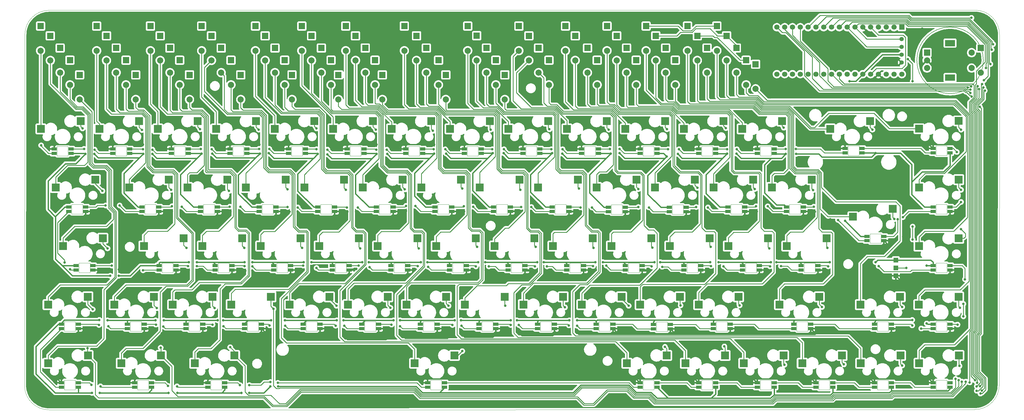
<source format=gbl>
G04 #@! TF.GenerationSoftware,KiCad,Pcbnew,(6.0.1)*
G04 #@! TF.CreationDate,2022-01-16T22:01:47-06:00*
G04 #@! TF.ProjectId,stain,73746169-6e2e-46b6-9963-61645f706362,rev?*
G04 #@! TF.SameCoordinates,Original*
G04 #@! TF.FileFunction,Copper,L2,Bot*
G04 #@! TF.FilePolarity,Positive*
%FSLAX46Y46*%
G04 Gerber Fmt 4.6, Leading zero omitted, Abs format (unit mm)*
G04 Created by KiCad (PCBNEW (6.0.1)) date 2022-01-16 22:01:47*
%MOMM*%
%LPD*%
G01*
G04 APERTURE LIST*
G04 #@! TA.AperFunction,NonConductor*
%ADD10C,0.200000*%
G04 #@! TD*
G04 #@! TA.AperFunction,Profile*
%ADD11C,0.100000*%
G04 #@! TD*
G04 #@! TA.AperFunction,Profile*
%ADD12C,0.120000*%
G04 #@! TD*
G04 #@! TA.AperFunction,ComponentPad*
%ADD13R,2.000000X2.000000*%
G04 #@! TD*
G04 #@! TA.AperFunction,ComponentPad*
%ADD14C,2.000000*%
G04 #@! TD*
G04 #@! TA.AperFunction,SMDPad,CuDef*
%ADD15R,2.550000X2.500000*%
G04 #@! TD*
G04 #@! TA.AperFunction,WasherPad*
%ADD16R,3.200000X2.000000*%
G04 #@! TD*
G04 #@! TA.AperFunction,ComponentPad*
%ADD17C,1.700000*%
G04 #@! TD*
G04 #@! TA.AperFunction,ComponentPad*
%ADD18R,1.700000X1.700000*%
G04 #@! TD*
G04 #@! TA.AperFunction,ComponentPad*
%ADD19C,1.397000*%
G04 #@! TD*
G04 #@! TA.AperFunction,SMDPad,CuDef*
%ADD20R,1.700000X1.000000*%
G04 #@! TD*
G04 #@! TA.AperFunction,SMDPad,CuDef*
%ADD21R,1.524000X1.524000*%
G04 #@! TD*
G04 #@! TA.AperFunction,ViaPad*
%ADD22C,0.800000*%
G04 #@! TD*
G04 #@! TA.AperFunction,Conductor*
%ADD23C,0.250000*%
G04 #@! TD*
G04 #@! TA.AperFunction,Conductor*
%ADD24C,0.400000*%
G04 #@! TD*
G04 APERTURE END LIST*
D10*
X327940501Y-31781250D02*
G75*
G03*
X327940501Y-31781250I-10816654J0D01*
G01*
D11*
X24268170Y-15502478D02*
G75*
G03*
X16330670Y-23439978I0J-7937500D01*
G01*
X24163478Y-145433295D02*
X325153478Y-145338000D01*
X333195670Y-23411750D02*
G75*
G03*
X325282830Y-15474250I-7912840J24622D01*
G01*
X16225978Y-137852045D02*
G75*
G03*
X24163478Y-145433295I7937501J364621D01*
G01*
X333090978Y-137400500D02*
X333195670Y-23411750D01*
X325153478Y-145338000D02*
G75*
G03*
X333090978Y-137400500I0J7937500D01*
G01*
X16330670Y-23439978D02*
X16225978Y-137852045D01*
X24268170Y-15502478D02*
X325282830Y-15474250D01*
D12*
G04 #@! TO.C,LED8*
X316125000Y-62700000D02*
X312525000Y-62700000D01*
X316125000Y-59600000D02*
X316125000Y-62700000D01*
X312525000Y-59600000D02*
X316125000Y-59600000D01*
X312525000Y-62700000D02*
X312525000Y-59600000D01*
G04 #@! TO.C,LED23*
X154200000Y-81750000D02*
X150600000Y-81750000D01*
X150600000Y-78650000D02*
X154200000Y-78650000D01*
X154200000Y-78650000D02*
X154200000Y-81750000D01*
X150600000Y-81750000D02*
X150600000Y-78650000D01*
G04 #@! TO.C,LED17*
X35137500Y-81750000D02*
X31537500Y-81750000D01*
X31537500Y-81750000D02*
X31537500Y-78650000D01*
X31537500Y-78650000D02*
X35137500Y-78650000D01*
X35137500Y-78650000D02*
X35137500Y-81750000D01*
G04 #@! TO.C,LED33*
X254212500Y-97700000D02*
X254212500Y-100800000D01*
X250612500Y-100800000D02*
X250612500Y-97700000D01*
X250612500Y-97700000D02*
X254212500Y-97700000D01*
X254212500Y-100800000D02*
X250612500Y-100800000D01*
G04 #@! TO.C,LED45*
X32756250Y-116750000D02*
X32756250Y-119850000D01*
X32756250Y-119850000D02*
X29156250Y-119850000D01*
X29156250Y-116750000D02*
X32756250Y-116750000D01*
X29156250Y-119850000D02*
X29156250Y-116750000D01*
G04 #@! TO.C,LED42*
X82762500Y-100800000D02*
X79162500Y-100800000D01*
X79162500Y-97700000D02*
X82762500Y-97700000D01*
X82762500Y-97700000D02*
X82762500Y-100800000D01*
X79162500Y-100800000D02*
X79162500Y-97700000D01*
G04 #@! TO.C,LED15*
X141075000Y-59771250D02*
X144675000Y-59771250D01*
X141075000Y-62871250D02*
X141075000Y-59771250D01*
X144675000Y-59771250D02*
X144675000Y-62871250D01*
X144675000Y-62871250D02*
X141075000Y-62871250D01*
G04 #@! TO.C,LED30*
X291093750Y-88175000D02*
X294693750Y-88175000D01*
X294693750Y-88175000D02*
X294693750Y-91275000D01*
X294693750Y-91275000D02*
X291093750Y-91275000D01*
X291093750Y-91275000D02*
X291093750Y-88175000D01*
G04 #@! TO.C,LED12*
X83925000Y-62871250D02*
X83925000Y-59771250D01*
X87525000Y-62871250D02*
X83925000Y-62871250D01*
X87525000Y-59771250D02*
X87525000Y-62871250D01*
X83925000Y-59771250D02*
X87525000Y-59771250D01*
G04 #@! TO.C,LED55*
X221612500Y-116843750D02*
X225212500Y-116843750D01*
X225212500Y-119943750D02*
X221612500Y-119943750D01*
X221612500Y-119943750D02*
X221612500Y-116843750D01*
X225212500Y-116843750D02*
X225212500Y-119943750D01*
G04 #@! TO.C,LED37*
X178012500Y-97700000D02*
X178012500Y-100800000D01*
X178012500Y-100800000D02*
X174412500Y-100800000D01*
X174412500Y-100800000D02*
X174412500Y-97700000D01*
X174412500Y-97700000D02*
X178012500Y-97700000D01*
G04 #@! TO.C,LED44*
X33918750Y-100800000D02*
X33918750Y-97700000D01*
X33918750Y-97700000D02*
X37518750Y-97700000D01*
X37518750Y-97700000D02*
X37518750Y-100800000D01*
X37518750Y-100800000D02*
X33918750Y-100800000D01*
G04 #@! TO.C,LED36*
X193462500Y-97700000D02*
X197062500Y-97700000D01*
X197062500Y-100800000D02*
X193462500Y-100800000D01*
X197062500Y-97700000D02*
X197062500Y-100800000D01*
X193462500Y-100800000D02*
X193462500Y-97700000D01*
G04 #@! TO.C,LED50*
X126787500Y-116750000D02*
X130387500Y-116750000D01*
X130387500Y-116750000D02*
X130387500Y-119850000D01*
X130387500Y-119850000D02*
X126787500Y-119850000D01*
X126787500Y-119850000D02*
X126787500Y-116750000D01*
G04 #@! TO.C,LED53*
X187537500Y-116750000D02*
X187537500Y-119850000D01*
X183937500Y-116750000D02*
X187537500Y-116750000D01*
X187537500Y-119850000D02*
X183937500Y-119850000D01*
X183937500Y-119850000D02*
X183937500Y-116750000D01*
G04 #@! TO.C,LED49*
X111337500Y-116750000D02*
X111337500Y-119850000D01*
X107737500Y-119850000D02*
X107737500Y-116750000D01*
X107737500Y-116750000D02*
X111337500Y-116750000D01*
X111337500Y-119850000D02*
X107737500Y-119850000D01*
G04 #@! TO.C,LED32*
X273262500Y-100800000D02*
X269662500Y-100800000D01*
X273262500Y-97700000D02*
X273262500Y-100800000D01*
X269662500Y-100800000D02*
X269662500Y-97700000D01*
X269662500Y-97700000D02*
X273262500Y-97700000D01*
G04 #@! TO.C,LED11*
X64875000Y-59771250D02*
X68475000Y-59771250D01*
X68475000Y-62871250D02*
X64875000Y-62871250D01*
X64875000Y-62871250D02*
X64875000Y-59771250D01*
X68475000Y-59771250D02*
X68475000Y-62871250D01*
G04 #@! TO.C,LED40*
X120862500Y-100800000D02*
X117262500Y-100800000D01*
X117262500Y-100800000D02*
X117262500Y-97700000D01*
X117262500Y-97700000D02*
X120862500Y-97700000D01*
X120862500Y-97700000D02*
X120862500Y-100800000D01*
G04 #@! TO.C,LED31*
X312525000Y-97700000D02*
X316125000Y-97700000D01*
X312525000Y-100800000D02*
X312525000Y-97700000D01*
X316125000Y-97700000D02*
X316125000Y-100800000D01*
X316125000Y-100800000D02*
X312525000Y-100800000D01*
G04 #@! TO.C,LED34*
X231562500Y-97700000D02*
X235162500Y-97700000D01*
X235162500Y-100800000D02*
X231562500Y-100800000D01*
X235162500Y-97700000D02*
X235162500Y-100800000D01*
X231562500Y-100800000D02*
X231562500Y-97700000D01*
G04 #@! TO.C,LED13*
X102975000Y-62871250D02*
X102975000Y-59771250D01*
X106575000Y-62871250D02*
X102975000Y-62871250D01*
X106575000Y-59771250D02*
X106575000Y-62871250D01*
X102975000Y-59771250D02*
X106575000Y-59771250D01*
G04 #@! TO.C,LED58*
X297075000Y-119850000D02*
X293475000Y-119850000D01*
X293475000Y-116750000D02*
X297075000Y-116750000D01*
X293475000Y-119850000D02*
X293475000Y-116750000D01*
X297075000Y-116750000D02*
X297075000Y-119850000D01*
G04 #@! TO.C,LED29*
X264900000Y-81750000D02*
X264900000Y-78650000D01*
X268500000Y-78650000D02*
X268500000Y-81750000D01*
X264900000Y-78650000D02*
X268500000Y-78650000D01*
X268500000Y-81750000D02*
X264900000Y-81750000D01*
G04 #@! TO.C,LED65*
X239925000Y-135800000D02*
X239925000Y-138900000D01*
X236325000Y-135800000D02*
X239925000Y-135800000D01*
X239925000Y-138900000D02*
X236325000Y-138900000D01*
X236325000Y-138900000D02*
X236325000Y-135800000D01*
G04 #@! TO.C,LED48*
X92287500Y-119850000D02*
X88687500Y-119850000D01*
X88687500Y-116750000D02*
X92287500Y-116750000D01*
X92287500Y-116750000D02*
X92287500Y-119850000D01*
X88687500Y-119850000D02*
X88687500Y-116750000D01*
G04 #@! TO.C,LED16*
X312525000Y-81750000D02*
X312525000Y-78650000D01*
X316125000Y-78650000D02*
X316125000Y-81750000D01*
X312525000Y-78650000D02*
X316125000Y-78650000D01*
X316125000Y-81750000D02*
X312525000Y-81750000D01*
G04 #@! TO.C,LED19*
X78000000Y-81750000D02*
X74400000Y-81750000D01*
X74400000Y-78650000D02*
X78000000Y-78650000D01*
X78000000Y-78650000D02*
X78000000Y-81750000D01*
X74400000Y-81750000D02*
X74400000Y-78650000D01*
G04 #@! TO.C,LED2*
X182775000Y-59771250D02*
X182775000Y-62871250D01*
X182775000Y-62871250D02*
X179175000Y-62871250D01*
X179175000Y-62871250D02*
X179175000Y-59771250D01*
X179175000Y-59771250D02*
X182775000Y-59771250D01*
G04 #@! TO.C,LED5*
X239925000Y-59771250D02*
X239925000Y-62871250D01*
X236325000Y-59771250D02*
X239925000Y-59771250D01*
X236325000Y-62871250D02*
X236325000Y-59771250D01*
X239925000Y-62871250D02*
X236325000Y-62871250D01*
G04 #@! TO.C,LED43*
X64506250Y-100800000D02*
X60906250Y-100800000D01*
X64506250Y-97700000D02*
X64506250Y-100800000D01*
X60906250Y-100800000D02*
X60906250Y-97700000D01*
X60906250Y-97700000D02*
X64506250Y-97700000D01*
G04 #@! TO.C,LED6*
X258975000Y-59771250D02*
X258975000Y-62871250D01*
X255375000Y-59771250D02*
X258975000Y-59771250D01*
X258975000Y-62871250D02*
X255375000Y-62871250D01*
X255375000Y-62871250D02*
X255375000Y-59771250D01*
G04 #@! TO.C,LED14*
X125625000Y-59771250D02*
X125625000Y-62871250D01*
X122025000Y-59771250D02*
X125625000Y-59771250D01*
X125625000Y-62871250D02*
X122025000Y-62871250D01*
X122025000Y-62871250D02*
X122025000Y-59771250D01*
G04 #@! TO.C,LED66*
X258975000Y-135800000D02*
X258975000Y-138900000D01*
X258975000Y-138900000D02*
X255375000Y-138900000D01*
X255375000Y-135800000D02*
X258975000Y-135800000D01*
X255375000Y-138900000D02*
X255375000Y-135800000D01*
G04 #@! TO.C,LED28*
X249450000Y-78650000D02*
X249450000Y-81750000D01*
X245850000Y-78650000D02*
X249450000Y-78650000D01*
X245850000Y-81750000D02*
X245850000Y-78650000D01*
X249450000Y-81750000D02*
X245850000Y-81750000D01*
G04 #@! TO.C,LED4*
X217275000Y-59771250D02*
X220875000Y-59771250D01*
X220875000Y-59771250D02*
X220875000Y-62871250D01*
X217275000Y-62871250D02*
X217275000Y-59771250D01*
X220875000Y-62871250D02*
X217275000Y-62871250D01*
G04 #@! TO.C,LED10*
X45825000Y-59771250D02*
X49425000Y-59771250D01*
X49425000Y-62871250D02*
X45825000Y-62871250D01*
X49425000Y-59771250D02*
X49425000Y-62871250D01*
X45825000Y-62871250D02*
X45825000Y-59771250D01*
G04 #@! TO.C,LED22*
X131550000Y-78650000D02*
X135150000Y-78650000D01*
X135150000Y-78650000D02*
X135150000Y-81750000D01*
X135150000Y-81750000D02*
X131550000Y-81750000D01*
X131550000Y-81750000D02*
X131550000Y-78650000D01*
G04 #@! TO.C,LED60*
X29156250Y-138900000D02*
X29156250Y-135800000D01*
X32756250Y-138900000D02*
X29156250Y-138900000D01*
X29156250Y-135800000D02*
X32756250Y-135800000D01*
X32756250Y-135800000D02*
X32756250Y-138900000D01*
G04 #@! TO.C,LED7*
X283950000Y-62700000D02*
X283950000Y-59600000D01*
X283950000Y-59600000D02*
X287550000Y-59600000D01*
X287550000Y-59600000D02*
X287550000Y-62700000D01*
X287550000Y-62700000D02*
X283950000Y-62700000D01*
G04 #@! TO.C,LED21*
X112500000Y-78650000D02*
X116100000Y-78650000D01*
X116100000Y-81750000D02*
X112500000Y-81750000D01*
X112500000Y-81750000D02*
X112500000Y-78650000D01*
X116100000Y-78650000D02*
X116100000Y-81750000D01*
G04 #@! TO.C,LED51*
X145837500Y-119850000D02*
X145837500Y-116750000D01*
X145837500Y-116750000D02*
X149437500Y-116750000D01*
X149437500Y-119850000D02*
X145837500Y-119850000D01*
X149437500Y-116750000D02*
X149437500Y-119850000D01*
G04 #@! TO.C,LED62*
X76781250Y-135800000D02*
X80381250Y-135800000D01*
X80381250Y-135800000D02*
X80381250Y-138900000D01*
X80381250Y-138900000D02*
X76781250Y-138900000D01*
X76781250Y-138900000D02*
X76781250Y-135800000D01*
G04 #@! TO.C,LED61*
X52968750Y-135800000D02*
X56568750Y-135800000D01*
X56568750Y-138900000D02*
X52968750Y-138900000D01*
X56568750Y-135800000D02*
X56568750Y-138900000D01*
X52968750Y-138900000D02*
X52968750Y-135800000D01*
G04 #@! TO.C,LED25*
X192300000Y-78650000D02*
X192300000Y-81750000D01*
X192300000Y-81750000D02*
X188700000Y-81750000D01*
X188700000Y-78650000D02*
X192300000Y-78650000D01*
X188700000Y-81750000D02*
X188700000Y-78650000D01*
G04 #@! TO.C,LED27*
X226800000Y-81843750D02*
X226800000Y-78743750D01*
X230400000Y-81843750D02*
X226800000Y-81843750D01*
X226800000Y-78743750D02*
X230400000Y-78743750D01*
X230400000Y-78743750D02*
X230400000Y-81843750D01*
G04 #@! TO.C,LED63*
X151818750Y-135800000D02*
X151818750Y-138900000D01*
X148218750Y-138900000D02*
X148218750Y-135800000D01*
X151818750Y-138900000D02*
X148218750Y-138900000D01*
X148218750Y-135800000D02*
X151818750Y-135800000D01*
G04 #@! TO.C,LED38*
X155362500Y-100800000D02*
X155362500Y-97700000D01*
X155362500Y-97700000D02*
X158962500Y-97700000D01*
X158962500Y-97700000D02*
X158962500Y-100800000D01*
X158962500Y-100800000D02*
X155362500Y-100800000D01*
G04 #@! TO.C,LED46*
X54187500Y-119850000D02*
X50587500Y-119850000D01*
X54187500Y-116750000D02*
X54187500Y-119850000D01*
X50587500Y-119850000D02*
X50587500Y-116750000D01*
X50587500Y-116750000D02*
X54187500Y-116750000D01*
G04 #@! TO.C,LED35*
X212512500Y-97700000D02*
X216112500Y-97700000D01*
X212512500Y-100800000D02*
X212512500Y-97700000D01*
X216112500Y-100800000D02*
X212512500Y-100800000D01*
X216112500Y-97700000D02*
X216112500Y-100800000D01*
G04 #@! TO.C,LED1*
X163725000Y-62871250D02*
X160125000Y-62871250D01*
X163725000Y-59771250D02*
X163725000Y-62871250D01*
X160125000Y-59771250D02*
X163725000Y-59771250D01*
X160125000Y-62871250D02*
X160125000Y-59771250D01*
G04 #@! TO.C,LED59*
X316125000Y-116750000D02*
X316125000Y-119850000D01*
X312525000Y-119850000D02*
X312525000Y-116750000D01*
X316125000Y-119850000D02*
X312525000Y-119850000D01*
X312525000Y-116750000D02*
X316125000Y-116750000D01*
G04 #@! TO.C,LED41*
X98212500Y-97700000D02*
X101812500Y-97700000D01*
X98212500Y-100800000D02*
X98212500Y-97700000D01*
X101812500Y-97700000D02*
X101812500Y-100800000D01*
X101812500Y-100800000D02*
X98212500Y-100800000D01*
G04 #@! TO.C,LED47*
X73237500Y-116750000D02*
X73237500Y-119850000D01*
X69637500Y-116750000D02*
X73237500Y-116750000D01*
X73237500Y-119850000D02*
X69637500Y-119850000D01*
X69637500Y-119850000D02*
X69637500Y-116750000D01*
G04 #@! TO.C,LED26*
X206956250Y-78743750D02*
X210556250Y-78743750D01*
X206956250Y-81843750D02*
X206956250Y-78743750D01*
X210556250Y-81843750D02*
X206956250Y-81843750D01*
X210556250Y-78743750D02*
X210556250Y-81843750D01*
G04 #@! TO.C,LED69*
X316125000Y-138900000D02*
X312525000Y-138900000D01*
X312525000Y-135800000D02*
X316125000Y-135800000D01*
X312525000Y-138900000D02*
X312525000Y-135800000D01*
X316125000Y-135800000D02*
X316125000Y-138900000D01*
G04 #@! TO.C,LED24*
X173250000Y-78650000D02*
X173250000Y-81750000D01*
X169650000Y-78650000D02*
X173250000Y-78650000D01*
X169650000Y-81750000D02*
X169650000Y-78650000D01*
X173250000Y-81750000D02*
X169650000Y-81750000D01*
G04 #@! TO.C,LED54*
X202987500Y-119850000D02*
X202987500Y-116750000D01*
X202987500Y-116750000D02*
X206587500Y-116750000D01*
X206587500Y-116750000D02*
X206587500Y-119850000D01*
X206587500Y-119850000D02*
X202987500Y-119850000D01*
G04 #@! TO.C,LED9*
X26775000Y-59771250D02*
X30375000Y-59771250D01*
X30375000Y-59771250D02*
X30375000Y-62871250D01*
X30375000Y-62871250D02*
X26775000Y-62871250D01*
X26775000Y-62871250D02*
X26775000Y-59771250D01*
G04 #@! TO.C,LED20*
X93450000Y-78650000D02*
X97050000Y-78650000D01*
X93450000Y-81750000D02*
X93450000Y-78650000D01*
X97050000Y-78650000D02*
X97050000Y-81750000D01*
X97050000Y-81750000D02*
X93450000Y-81750000D01*
G04 #@! TO.C,LED64*
X220875000Y-135800000D02*
X220875000Y-138900000D01*
X220875000Y-138900000D02*
X217275000Y-138900000D01*
X217275000Y-135800000D02*
X220875000Y-135800000D01*
X217275000Y-138900000D02*
X217275000Y-135800000D01*
G04 #@! TO.C,LED18*
X55350000Y-81750000D02*
X55350000Y-78650000D01*
X58950000Y-78650000D02*
X58950000Y-81750000D01*
X55350000Y-78650000D02*
X58950000Y-78650000D01*
X58950000Y-81750000D02*
X55350000Y-81750000D01*
G04 #@! TO.C,LED3*
X201825000Y-62871250D02*
X198225000Y-62871250D01*
X198225000Y-59771250D02*
X201825000Y-59771250D01*
X201825000Y-59771250D02*
X201825000Y-62871250D01*
X198225000Y-62871250D02*
X198225000Y-59771250D01*
G04 #@! TO.C,LED67*
X278025000Y-135800000D02*
X278025000Y-138900000D01*
X278025000Y-138900000D02*
X274425000Y-138900000D01*
X274425000Y-135800000D02*
X278025000Y-135800000D01*
X274425000Y-138900000D02*
X274425000Y-135800000D01*
G04 #@! TO.C,LED39*
X136312500Y-97700000D02*
X139912500Y-97700000D01*
X139912500Y-97700000D02*
X139912500Y-100800000D01*
X139912500Y-100800000D02*
X136312500Y-100800000D01*
X136312500Y-100800000D02*
X136312500Y-97700000D01*
G04 #@! TO.C,LED68*
X293475000Y-138900000D02*
X293475000Y-135800000D01*
X297075000Y-135800000D02*
X297075000Y-138900000D01*
X293475000Y-135800000D02*
X297075000Y-135800000D01*
X297075000Y-138900000D02*
X293475000Y-138900000D01*
G04 #@! TO.C,LED56*
X241087500Y-119850000D02*
X241087500Y-116750000D01*
X244687500Y-119850000D02*
X241087500Y-119850000D01*
X241087500Y-116750000D02*
X244687500Y-116750000D01*
X244687500Y-116750000D02*
X244687500Y-119850000D01*
G04 #@! TO.C,LED52*
X164887500Y-119850000D02*
X164887500Y-116750000D01*
X168487500Y-116750000D02*
X168487500Y-119850000D01*
X164887500Y-116750000D02*
X168487500Y-116750000D01*
X168487500Y-119850000D02*
X164887500Y-119850000D01*
G04 #@! TO.C,LED57*
X270881250Y-116750000D02*
X270881250Y-119850000D01*
X267281250Y-119850000D02*
X267281250Y-116750000D01*
X267281250Y-116750000D02*
X270881250Y-116750000D01*
X270881250Y-119850000D02*
X267281250Y-119850000D01*
G04 #@! TD*
D13*
G04 #@! TO.P,D14,1,K*
G04 #@! TO.N,Row1*
X238125000Y-27781250D03*
D14*
G04 #@! TO.P,D14,2,A*
G04 #@! TO.N,Net-(D14-Pad2)*
X238125000Y-35781250D03*
G04 #@! TD*
D15*
G04 #@! TO.P,SW8,1,1*
G04 #@! TO.N,Net-(D8-Pad2)*
X154555750Y-54068750D03*
G04 #@! TO.P,SW8,2,2*
G04 #@! TO.N,Col8*
X167482750Y-51528750D03*
G04 #@! TD*
D13*
G04 #@! TO.P,D61,1,K*
G04 #@! TO.N,Row5*
X52387500Y-36512500D03*
D14*
G04 #@! TO.P,D61,2,A*
G04 #@! TO.N,Net-(D61-Pad2)*
X52387500Y-44512500D03*
G04 #@! TD*
D13*
G04 #@! TO.P,D23,1,K*
G04 #@! TO.N,Row2*
X143668750Y-23812500D03*
D14*
G04 #@! TO.P,D23,2,A*
G04 #@! TO.N,Net-(D23-Pad2)*
X143668750Y-31812500D03*
G04 #@! TD*
D15*
G04 #@! TO.P,SW21,1,1*
G04 #@! TO.N,Net-(D21-Pad2)*
X126207750Y-73118750D03*
G04 #@! TO.P,SW21,2,2*
G04 #@! TO.N,Col6*
X139134750Y-70578750D03*
G04 #@! TD*
G04 #@! TO.P,SW34,1,1*
G04 #@! TO.N,Net-(D34-Pad2)*
X93033750Y-92168750D03*
G04 #@! TO.P,SW34,2,2*
G04 #@! TO.N,Col4*
X105960750Y-89628750D03*
G04 #@! TD*
G04 #@! TO.P,SW15,1,1*
G04 #@! TO.N,Net-(D15-Pad2)*
X307001750Y-54022750D03*
G04 #@! TO.P,SW15,2,2*
G04 #@! TO.N,Col15*
X319928750Y-51482750D03*
G04 #@! TD*
G04 #@! TO.P,SW60,1,1*
G04 #@! TO.N,Net-(D63-Pad2)*
X143060750Y-130269750D03*
G04 #@! TO.P,SW60,2,2*
G04 #@! TO.N,Col7*
X155987750Y-127729750D03*
G04 #@! TD*
G04 #@! TO.P,SW49,1,1*
G04 #@! TO.N,Net-(D49-Pad2)*
X102397750Y-111219750D03*
G04 #@! TO.P,SW49,2,2*
G04 #@! TO.N,Col5*
X115324750Y-108679750D03*
G04 #@! TD*
G04 #@! TO.P,SW26,1,1*
G04 #@! TO.N,Net-(D26-Pad2)*
X221207750Y-73118750D03*
G04 #@! TO.P,SW26,2,2*
G04 #@! TO.N,Col11*
X234134750Y-70578750D03*
G04 #@! TD*
D13*
G04 #@! TO.P,D36,1,K*
G04 #@! TO.N,Row3*
X112712500Y-27781250D03*
D14*
G04 #@! TO.P,D36,2,A*
G04 #@! TO.N,Net-(D36-Pad2)*
X112712500Y-35781250D03*
G04 #@! TD*
D13*
G04 #@! TO.P,D4,1,K*
G04 #@! TO.N,Row1*
X73818750Y-20637500D03*
D14*
G04 #@! TO.P,D4,2,A*
G04 #@! TO.N,Net-(D4-Pad2)*
X73818750Y-28637500D03*
G04 #@! TD*
D13*
G04 #@! TO.P,D10,1,K*
G04 #@! TO.N,Row1*
X176942750Y-20637500D03*
D14*
G04 #@! TO.P,D10,2,A*
G04 #@! TO.N,Net-(D10-Pad2)*
X176942750Y-28637500D03*
G04 #@! TD*
D15*
G04 #@! TO.P,SW57,1,1*
G04 #@! TO.N,Net-(D57-Pad2)*
X261678750Y-111219750D03*
G04 #@! TO.P,SW57,2,2*
G04 #@! TO.N,Col13*
X274605750Y-108679750D03*
G04 #@! TD*
D13*
G04 #@! TO.P,D24,1,K*
G04 #@! TO.N,Row2*
X163226750Y-23780750D03*
D14*
G04 #@! TO.P,D24,2,A*
G04 #@! TO.N,Net-(D24-Pad2)*
X163226750Y-31780750D03*
G04 #@! TD*
D13*
G04 #@! TO.P,D63,1,K*
G04 #@! TO.N,Row5*
X86518750Y-36512500D03*
D14*
G04 #@! TO.P,D63,2,A*
G04 #@! TO.N,Net-(D63-Pad2)*
X86518750Y-44512500D03*
G04 #@! TD*
D15*
G04 #@! TO.P,SW27,1,1*
G04 #@! TO.N,Net-(D27-Pad2)*
X240207750Y-73118750D03*
G04 #@! TO.P,SW27,2,2*
G04 #@! TO.N,Col12*
X253134750Y-70578750D03*
G04 #@! TD*
G04 #@! TO.P,SW3,1,1*
G04 #@! TO.N,Net-(D3-Pad2)*
X59555750Y-54068750D03*
G04 #@! TO.P,SW3,2,2*
G04 #@! TO.N,Col3*
X72482750Y-51528750D03*
G04 #@! TD*
D13*
G04 #@! TO.P,D2,1,K*
G04 #@! TO.N,Row1*
X39687500Y-20637500D03*
D14*
G04 #@! TO.P,D2,2,A*
G04 #@! TO.N,Net-(D2-Pad2)*
X39687500Y-28637500D03*
G04 #@! TD*
D13*
G04 #@! TO.P,D15,1,K*
G04 #@! TO.N,Row1*
X241300000Y-20637500D03*
D14*
G04 #@! TO.P,D15,2,A*
G04 #@! TO.N,Net-(D15-Pad2)*
X241300000Y-28637500D03*
G04 #@! TD*
D13*
G04 #@! TO.P,D3,1,K*
G04 #@! TO.N,Row1*
X57150000Y-20637500D03*
D14*
G04 #@! TO.P,D3,2,A*
G04 #@! TO.N,Net-(D3-Pad2)*
X57150000Y-28637500D03*
G04 #@! TD*
D15*
G04 #@! TO.P,SW28,1,1*
G04 #@! TO.N,Net-(D28-Pad2)*
X259207750Y-73118750D03*
G04 #@! TO.P,SW28,2,2*
G04 #@! TO.N,Col13*
X272134750Y-70578750D03*
G04 #@! TD*
D13*
G04 #@! TO.P,D30,1,K*
G04 #@! TO.N,Row2*
X244475000Y-23812500D03*
D14*
G04 #@! TO.P,D30,2,A*
G04 #@! TO.N,Net-(D30-Pad2)*
X244475000Y-31812500D03*
G04 #@! TD*
D15*
G04 #@! TO.P,SW54,1,1*
G04 #@! TO.N,Net-(D54-Pad2)*
X197397750Y-111219750D03*
G04 #@! TO.P,SW54,2,2*
G04 #@! TO.N,Col10*
X210324750Y-108679750D03*
G04 #@! TD*
D13*
G04 #@! TO.P,D49,1,K*
G04 #@! TO.N,Row4*
X100806250Y-31750000D03*
D14*
G04 #@! TO.P,D49,2,A*
G04 #@! TO.N,Net-(D49-Pad2)*
X100806250Y-39750000D03*
G04 #@! TD*
D13*
G04 #@! TO.P,D25,1,K*
G04 #@! TO.N,Row2*
X180181250Y-23812500D03*
D14*
G04 #@! TO.P,D25,2,A*
G04 #@! TO.N,Net-(D25-Pad2)*
X180181250Y-31812500D03*
G04 #@! TD*
D13*
G04 #@! TO.P,D7,1,K*
G04 #@! TO.N,Row1*
X120650000Y-20637500D03*
D14*
G04 #@! TO.P,D7,2,A*
G04 #@! TO.N,Net-(D7-Pad2)*
X120650000Y-28637500D03*
G04 #@! TD*
D15*
G04 #@! TO.P,SW53,1,1*
G04 #@! TO.N,Net-(D53-Pad2)*
X178397750Y-111219750D03*
G04 #@! TO.P,SW53,2,2*
G04 #@! TO.N,Col9*
X191324750Y-108679750D03*
G04 #@! TD*
D13*
G04 #@! TO.P,D68,1,K*
G04 #@! TO.N,Row5*
X172370750Y-36512500D03*
D14*
G04 #@! TO.P,D68,2,A*
G04 #@! TO.N,Net-(D68-Pad2)*
X172370750Y-44512500D03*
G04 #@! TD*
D15*
G04 #@! TO.P,SW23,1,1*
G04 #@! TO.N,Net-(D23-Pad2)*
X164207750Y-73118750D03*
G04 #@! TO.P,SW23,2,2*
G04 #@! TO.N,Col8*
X177134750Y-70578750D03*
G04 #@! TD*
D13*
G04 #@! TO.P,D69,1,K*
G04 #@! TO.N,Row5*
X253904750Y-33051750D03*
D14*
G04 #@! TO.P,D69,2,A*
G04 #@! TO.N,Net-(D69-Pad2)*
X253904750Y-41051750D03*
G04 #@! TD*
D16*
G04 #@! TO.P,SW70,*
G04 #@! TO.N,*
X317123847Y-37381250D03*
X317123847Y-26181250D03*
D13*
G04 #@! TO.P,SW70,A,A*
G04 #@! TO.N,en2*
X309623847Y-29281250D03*
D14*
G04 #@! TO.P,SW70,B,B*
G04 #@! TO.N,en1*
X309623847Y-34281250D03*
G04 #@! TO.P,SW70,C,C*
G04 #@! TO.N,GND*
X309623847Y-31781250D03*
G04 #@! TO.P,SW70,S1,S1*
G04 #@! TO.N,Net-(D70-Pad2)*
X324123847Y-34281250D03*
G04 #@! TO.P,SW70,S2,S2*
G04 #@! TO.N,Col15*
X324123847Y-29281250D03*
G04 #@! TD*
D15*
G04 #@! TO.P,SW6,1,1*
G04 #@! TO.N,Net-(D6-Pad2)*
X116555750Y-54068750D03*
G04 #@! TO.P,SW6,2,2*
G04 #@! TO.N,Col6*
X129482750Y-51528750D03*
G04 #@! TD*
G04 #@! TO.P,SW51,1,1*
G04 #@! TO.N,Net-(D51-Pad2)*
X140397750Y-111219750D03*
G04 #@! TO.P,SW51,2,2*
G04 #@! TO.N,Col7*
X153324750Y-108679750D03*
G04 #@! TD*
G04 #@! TO.P,SW61,1,1*
G04 #@! TO.N,Net-(D64-Pad2)*
X212068750Y-130268750D03*
G04 #@! TO.P,SW61,2,2*
G04 #@! TO.N,Col10*
X224995750Y-127728750D03*
G04 #@! TD*
D13*
G04 #@! TO.P,D18,1,K*
G04 #@! TO.N,Row2*
X60325000Y-23812500D03*
D14*
G04 #@! TO.P,D18,2,A*
G04 #@! TO.N,Net-(D18-Pad2)*
X60325000Y-31812500D03*
G04 #@! TD*
D15*
G04 #@! TO.P,SW19,1,1*
G04 #@! TO.N,Net-(D19-Pad2)*
X88207750Y-73118750D03*
G04 #@! TO.P,SW19,2,2*
G04 #@! TO.N,Col4*
X101134750Y-70578750D03*
G04 #@! TD*
D13*
G04 #@! TO.P,D52,1,K*
G04 #@! TO.N,Row4*
X150812500Y-31750000D03*
D14*
G04 #@! TO.P,D52,2,A*
G04 #@! TO.N,Net-(D52-Pad2)*
X150812500Y-39750000D03*
G04 #@! TD*
D13*
G04 #@! TO.P,D32,1,K*
G04 #@! TO.N,Row3*
X46037500Y-27781250D03*
D14*
G04 #@! TO.P,D32,2,A*
G04 #@! TO.N,Net-(D32-Pad2)*
X46037500Y-35781250D03*
G04 #@! TD*
D15*
G04 #@! TO.P,SW32,1,1*
G04 #@! TO.N,Net-(D32-Pad2)*
X55033750Y-92168750D03*
G04 #@! TO.P,SW32,2,2*
G04 #@! TO.N,Col2*
X67960750Y-89628750D03*
G04 #@! TD*
G04 #@! TO.P,SW46,1,1*
G04 #@! TO.N,Net-(D46-Pad2)*
X45397750Y-111219750D03*
G04 #@! TO.P,SW46,2,2*
G04 #@! TO.N,Col2*
X58324750Y-108679750D03*
G04 #@! TD*
G04 #@! TO.P,SW17,1,1*
G04 #@! TO.N,Net-(D17-Pad2)*
X50207750Y-73118750D03*
G04 #@! TO.P,SW17,2,2*
G04 #@! TO.N,Col2*
X63134750Y-70578750D03*
G04 #@! TD*
D13*
G04 #@! TO.P,D56,1,K*
G04 #@! TO.N,Row4*
X215106250Y-31750000D03*
D14*
G04 #@! TO.P,D56,2,A*
G04 #@! TO.N,Net-(D56-Pad2)*
X215106250Y-39750000D03*
G04 #@! TD*
D13*
G04 #@! TO.P,D37,1,K*
G04 #@! TO.N,Row3*
X127000000Y-27781250D03*
D14*
G04 #@! TO.P,D37,2,A*
G04 #@! TO.N,Net-(D37-Pad2)*
X127000000Y-35781250D03*
G04 #@! TD*
D13*
G04 #@! TO.P,D5,1,K*
G04 #@! TO.N,Row1*
X91281250Y-20637500D03*
D14*
G04 #@! TO.P,D5,2,A*
G04 #@! TO.N,Net-(D5-Pad2)*
X91281250Y-28637500D03*
G04 #@! TD*
D15*
G04 #@! TO.P,SW29,1,1*
G04 #@! TO.N,Net-(D29-Pad2)*
X307001750Y-92168750D03*
G04 #@! TO.P,SW29,2,2*
G04 #@! TO.N,Col14*
X319928750Y-89628750D03*
G04 #@! TD*
G04 #@! TO.P,SW64,1,1*
G04 #@! TO.N,Net-(D67-Pad2)*
X269068750Y-130268750D03*
G04 #@! TO.P,SW64,2,2*
G04 #@! TO.N,Col13*
X281995750Y-127728750D03*
G04 #@! TD*
G04 #@! TO.P,SW45,1,1*
G04 #@! TO.N,Net-(D45-Pad2)*
X23871250Y-111219750D03*
G04 #@! TO.P,SW45,2,2*
G04 #@! TO.N,Col1*
X36798250Y-108679750D03*
G04 #@! TD*
G04 #@! TO.P,SW62,1,1*
G04 #@! TO.N,Net-(D65-Pad2)*
X231068750Y-130268750D03*
G04 #@! TO.P,SW62,2,2*
G04 #@! TO.N,Col11*
X243995750Y-127728750D03*
G04 #@! TD*
D13*
G04 #@! TO.P,D39,1,K*
G04 #@! TO.N,Row3*
X166401750Y-27781250D03*
D14*
G04 #@! TO.P,D39,2,A*
G04 #@! TO.N,Net-(D39-Pad2)*
X166401750Y-35781250D03*
G04 #@! TD*
D13*
G04 #@! TO.P,D16,1,K*
G04 #@! TO.N,Row2*
X24606250Y-23812500D03*
D14*
G04 #@! TO.P,D16,2,A*
G04 #@! TO.N,Net-(D16-Pad2)*
X24606250Y-31812500D03*
G04 #@! TD*
D15*
G04 #@! TO.P,SW16,1,1*
G04 #@! TO.N,Net-(D16-Pad2)*
X26331750Y-73118750D03*
G04 #@! TO.P,SW16,2,2*
G04 #@! TO.N,Col1*
X39258750Y-70578750D03*
G04 #@! TD*
G04 #@! TO.P,SW11,1,1*
G04 #@! TO.N,Net-(D11-Pad2)*
X211555750Y-54068750D03*
G04 #@! TO.P,SW11,2,2*
G04 #@! TO.N,Col11*
X224482750Y-51528750D03*
G04 #@! TD*
D13*
G04 #@! TO.P,D64,1,K*
G04 #@! TO.N,Row5*
X103187500Y-36512500D03*
D14*
G04 #@! TO.P,D64,2,A*
G04 #@! TO.N,Net-(D64-Pad2)*
X103187500Y-44512500D03*
G04 #@! TD*
D13*
G04 #@! TO.P,D62,1,K*
G04 #@! TO.N,Row5*
X69850000Y-36512500D03*
D14*
G04 #@! TO.P,D62,2,A*
G04 #@! TO.N,Net-(D62-Pad2)*
X69850000Y-44512500D03*
G04 #@! TD*
D13*
G04 #@! TO.P,D34,1,K*
G04 #@! TO.N,Row3*
X80168750Y-27781250D03*
D14*
G04 #@! TO.P,D34,2,A*
G04 #@! TO.N,Net-(D34-Pad2)*
X80168750Y-35781250D03*
G04 #@! TD*
D13*
G04 #@! TO.P,D55,1,K*
G04 #@! TO.N,Row4*
X202406250Y-31750000D03*
D14*
G04 #@! TO.P,D55,2,A*
G04 #@! TO.N,Net-(D55-Pad2)*
X202406250Y-39750000D03*
G04 #@! TD*
D15*
G04 #@! TO.P,SW40,1,1*
G04 #@! TO.N,Net-(D40-Pad2)*
X207033750Y-92168750D03*
G04 #@! TO.P,SW40,2,2*
G04 #@! TO.N,Col10*
X219960750Y-89628750D03*
G04 #@! TD*
D13*
G04 #@! TO.P,D67,1,K*
G04 #@! TO.N,Row5*
X153193750Y-36512500D03*
D14*
G04 #@! TO.P,D67,2,A*
G04 #@! TO.N,Net-(D67-Pad2)*
X153193750Y-44512500D03*
G04 #@! TD*
D13*
G04 #@! TO.P,D29,1,K*
G04 #@! TO.N,Row2*
X247650000Y-27781250D03*
D14*
G04 #@! TO.P,D29,2,A*
G04 #@! TO.N,Net-(D29-Pad2)*
X247650000Y-35781250D03*
G04 #@! TD*
D17*
G04 #@! TO.P,U1,2,2/SDA*
G04 #@! TO.N,Col11*
X286208250Y-21011250D03*
G04 #@! TO.P,U1,3,3(PWM)/SCL*
G04 #@! TO.N,Col10*
X283668250Y-21011250D03*
G04 #@! TO.P,U1,3.3V,3.3V*
G04 #@! TO.N,unconnected-(U1-Pad3.3V)*
X263348250Y-36267250D03*
G04 #@! TO.P,U1,4,4/A6*
G04 #@! TO.N,Col9*
X281128250Y-21011250D03*
G04 #@! TO.P,U1,5,5(PWM)*
G04 #@! TO.N,Col8*
X278588250Y-21011250D03*
G04 #@! TO.P,U1,5V,+5V*
G04 #@! TO.N,VCC*
X288748250Y-36267250D03*
G04 #@! TO.P,U1,6,6(PWM)/A7*
G04 #@! TO.N,Col7*
X276048250Y-21011250D03*
G04 #@! TO.P,U1,7,7*
G04 #@! TO.N,Col6*
X273508250Y-21011250D03*
G04 #@! TO.P,U1,8,8/A8*
G04 #@! TO.N,Col5*
X270968250Y-21011250D03*
G04 #@! TO.P,U1,9,9(PWM)/A9*
G04 #@! TO.N,Col4*
X268428250Y-21011250D03*
G04 #@! TO.P,U1,10,10(PWM)/A10*
G04 #@! TO.N,Col3*
X265888250Y-21011250D03*
G04 #@! TO.P,U1,11,11(PWM)*
G04 #@! TO.N,Col2*
X263348250Y-21011250D03*
G04 #@! TO.P,U1,12,12/A11*
G04 #@! TO.N,Col1*
X260808250Y-21011250D03*
G04 #@! TO.P,U1,13,13(PWM)*
G04 #@! TO.N,Row1*
X260808250Y-36267250D03*
G04 #@! TO.P,U1,A0,A0*
G04 #@! TO.N,Row2*
X268428250Y-36267250D03*
G04 #@! TO.P,U1,A1,A1*
G04 #@! TO.N,Row3*
X270968250Y-36267250D03*
G04 #@! TO.P,U1,A2,A2*
G04 #@! TO.N,Row4*
X273508250Y-36267250D03*
G04 #@! TO.P,U1,A3,A3*
G04 #@! TO.N,Row5*
X276048250Y-36267250D03*
G04 #@! TO.P,U1,A4,A4*
G04 #@! TO.N,Col12*
X278588250Y-36267250D03*
G04 #@! TO.P,U1,A5,A5*
G04 #@! TO.N,Col13*
X281128250Y-36267250D03*
G04 #@! TO.P,U1,AREF,AREF*
G04 #@! TO.N,unconnected-(U1-PadAREF)*
X265888250Y-36267250D03*
G04 #@! TO.P,U1,GND,GND*
G04 #@! TO.N,GND*
X293828250Y-36267250D03*
X288748250Y-21011250D03*
G04 #@! TO.P,U1,MI,MISO*
G04 #@! TO.N,Col14*
X298908250Y-36267250D03*
D18*
G04 #@! TO.P,U1,MO,MOSI*
G04 #@! TO.N,en2*
X301448250Y-21011250D03*
D17*
G04 #@! TO.P,U1,NC*
G04 #@! TO.N,unconnected-(U1-PadNC)*
X286208250Y-36267250D03*
X283668250Y-36267250D03*
G04 #@! TO.P,U1,RST,RESET*
G04 #@! TO.N,unconnected-(U1-PadRST)*
X291288250Y-36267250D03*
X291288250Y-21011250D03*
G04 #@! TO.P,U1,RX,0/RX*
G04 #@! TO.N,Col0*
X293828250Y-21011250D03*
G04 #@! TO.P,U1,SCK,SCK*
G04 #@! TO.N,Col15*
X301448250Y-36267250D03*
G04 #@! TO.P,U1,SS,RX_LED/SS*
G04 #@! TO.N,en1*
X298908250Y-21011250D03*
G04 #@! TO.P,U1,TX,1/TX*
G04 #@! TO.N,LED*
X296368250Y-21011250D03*
G04 #@! TO.P,U1,VI,VIN*
G04 #@! TO.N,unconnected-(U1-PadVI)*
X296368250Y-36267250D03*
G04 #@! TD*
D13*
G04 #@! TO.P,D60,1,K*
G04 #@! TO.N,Row5*
X34131250Y-36512500D03*
D14*
G04 #@! TO.P,D60,2,A*
G04 #@! TO.N,Net-(D60-Pad2)*
X34131250Y-44512500D03*
G04 #@! TD*
D15*
G04 #@! TO.P,SW33,1,1*
G04 #@! TO.N,Net-(D33-Pad2)*
X74033750Y-92168750D03*
G04 #@! TO.P,SW33,2,2*
G04 #@! TO.N,Col3*
X86960750Y-89628750D03*
G04 #@! TD*
D13*
G04 #@! TO.P,D65,1,K*
G04 #@! TO.N,Row5*
X118268750Y-36512500D03*
D14*
G04 #@! TO.P,D65,2,A*
G04 #@! TO.N,Net-(D65-Pad2)*
X118268750Y-44512500D03*
G04 #@! TD*
D15*
G04 #@! TO.P,SW30,1,1*
G04 #@! TO.N,Net-(D30-Pad2)*
X307001750Y-73118750D03*
G04 #@! TO.P,SW30,2,2*
G04 #@! TO.N,Col15*
X319928750Y-70578750D03*
G04 #@! TD*
D13*
G04 #@! TO.P,D33,1,K*
G04 #@! TO.N,Row3*
X63500000Y-27781250D03*
D14*
G04 #@! TO.P,D33,2,A*
G04 #@! TO.N,Net-(D33-Pad2)*
X63500000Y-35781250D03*
G04 #@! TD*
D15*
G04 #@! TO.P,SW24,1,1*
G04 #@! TO.N,Net-(D24-Pad2)*
X183207750Y-73118750D03*
G04 #@! TO.P,SW24,2,2*
G04 #@! TO.N,Col9*
X196134750Y-70578750D03*
G04 #@! TD*
G04 #@! TO.P,SW56,1,1*
G04 #@! TO.N,Net-(D56-Pad2)*
X235397750Y-111219750D03*
G04 #@! TO.P,SW56,2,2*
G04 #@! TO.N,Col12*
X248324750Y-108679750D03*
G04 #@! TD*
D13*
G04 #@! TO.P,D48,1,K*
G04 #@! TO.N,Row4*
X83343750Y-31750000D03*
D14*
G04 #@! TO.P,D48,2,A*
G04 #@! TO.N,Net-(D48-Pad2)*
X83343750Y-39750000D03*
G04 #@! TD*
D15*
G04 #@! TO.P,SW10,1,1*
G04 #@! TO.N,Net-(D10-Pad2)*
X192555750Y-54068750D03*
G04 #@! TO.P,SW10,2,2*
G04 #@! TO.N,Col10*
X205482750Y-51528750D03*
G04 #@! TD*
G04 #@! TO.P,SW13,1,1*
G04 #@! TO.N,Net-(D13-Pad2)*
X249555750Y-54068750D03*
G04 #@! TO.P,SW13,2,2*
G04 #@! TO.N,Col13*
X262482750Y-51528750D03*
G04 #@! TD*
D13*
G04 #@! TO.P,D1,1,K*
G04 #@! TO.N,Row1*
X21431250Y-20637500D03*
D14*
G04 #@! TO.P,D1,2,A*
G04 #@! TO.N,Net-(D1-Pad2)*
X21431250Y-28637500D03*
G04 #@! TD*
D13*
G04 #@! TO.P,D47,1,K*
G04 #@! TO.N,Row4*
X66675000Y-31750000D03*
D14*
G04 #@! TO.P,D47,2,A*
G04 #@! TO.N,Net-(D47-Pad2)*
X66675000Y-39750000D03*
G04 #@! TD*
D15*
G04 #@! TO.P,SW55,1,1*
G04 #@! TO.N,Net-(D55-Pad2)*
X216397750Y-111219750D03*
G04 #@! TO.P,SW55,2,2*
G04 #@! TO.N,Col11*
X229324750Y-108679750D03*
G04 #@! TD*
D13*
G04 #@! TO.P,D50,1,K*
G04 #@! TO.N,Row4*
X115887500Y-31750000D03*
D14*
G04 #@! TO.P,D50,2,A*
G04 #@! TO.N,Net-(D50-Pad2)*
X115887500Y-39750000D03*
G04 #@! TD*
D13*
G04 #@! TO.P,D41,1,K*
G04 #@! TO.N,Row3*
X199231250Y-27781250D03*
D14*
G04 #@! TO.P,D41,2,A*
G04 #@! TO.N,Net-(D41-Pad2)*
X199231250Y-35781250D03*
G04 #@! TD*
D13*
G04 #@! TO.P,D35,1,K*
G04 #@! TO.N,Row3*
X97631250Y-27781250D03*
D14*
G04 #@! TO.P,D35,2,A*
G04 #@! TO.N,Net-(D35-Pad2)*
X97631250Y-35781250D03*
G04 #@! TD*
D15*
G04 #@! TO.P,SW9,1,1*
G04 #@! TO.N,Net-(D9-Pad2)*
X173555750Y-54068750D03*
G04 #@! TO.P,SW9,2,2*
G04 #@! TO.N,Col9*
X186482750Y-51528750D03*
G04 #@! TD*
D13*
G04 #@! TO.P,D13,1,K*
G04 #@! TO.N,Row1*
X218281250Y-20637500D03*
D14*
G04 #@! TO.P,D13,2,A*
G04 #@! TO.N,Net-(D13-Pad2)*
X218281250Y-28637500D03*
G04 #@! TD*
D13*
G04 #@! TO.P,D40,1,K*
G04 #@! TO.N,Row3*
X183356250Y-27781250D03*
D14*
G04 #@! TO.P,D40,2,A*
G04 #@! TO.N,Net-(D40-Pad2)*
X183356250Y-35781250D03*
G04 #@! TD*
D13*
G04 #@! TO.P,D22,1,K*
G04 #@! TO.N,Row2*
X123825000Y-23812500D03*
D14*
G04 #@! TO.P,D22,2,A*
G04 #@! TO.N,Net-(D22-Pad2)*
X123825000Y-31812500D03*
G04 #@! TD*
D13*
G04 #@! TO.P,D21,1,K*
G04 #@! TO.N,Row2*
X109537500Y-23812500D03*
D14*
G04 #@! TO.P,D21,2,A*
G04 #@! TO.N,Net-(D21-Pad2)*
X109537500Y-31812500D03*
G04 #@! TD*
D13*
G04 #@! TO.P,D8,1,K*
G04 #@! TO.N,Row1*
X139700000Y-20637500D03*
D14*
G04 #@! TO.P,D8,2,A*
G04 #@! TO.N,Net-(D8-Pad2)*
X139700000Y-28637500D03*
G04 #@! TD*
D15*
G04 #@! TO.P,SW1,1,1*
G04 #@! TO.N,Net-(D1-Pad2)*
X21533750Y-54078750D03*
G04 #@! TO.P,SW1,2,2*
G04 #@! TO.N,Col1*
X34460750Y-51538750D03*
G04 #@! TD*
D13*
G04 #@! TO.P,D28,1,K*
G04 #@! TO.N,Row2*
X221456250Y-23812500D03*
D14*
G04 #@! TO.P,D28,2,A*
G04 #@! TO.N,Net-(D28-Pad2)*
X221456250Y-31812500D03*
G04 #@! TD*
D13*
G04 #@! TO.P,D6,1,K*
G04 #@! TO.N,Row1*
X106362500Y-20637500D03*
D14*
G04 #@! TO.P,D6,2,A*
G04 #@! TO.N,Net-(D6-Pad2)*
X106362500Y-28637500D03*
G04 #@! TD*
D15*
G04 #@! TO.P,SW48,1,1*
G04 #@! TO.N,Net-(D48-Pad2)*
X83397750Y-111219750D03*
G04 #@! TO.P,SW48,2,2*
G04 #@! TO.N,Col4*
X96324750Y-108679750D03*
G04 #@! TD*
G04 #@! TO.P,SW31,1,1*
G04 #@! TO.N,Net-(D31-Pad2)*
X28736550Y-92144350D03*
G04 #@! TO.P,SW31,2,2*
G04 #@! TO.N,Col1*
X41663550Y-89604350D03*
G04 #@! TD*
D13*
G04 #@! TO.P,D11,1,K*
G04 #@! TO.N,Row1*
X192087500Y-20637500D03*
D14*
G04 #@! TO.P,D11,2,A*
G04 #@! TO.N,Net-(D11-Pad2)*
X192087500Y-28637500D03*
G04 #@! TD*
D13*
G04 #@! TO.P,D20,1,K*
G04 #@! TO.N,Row2*
X94456250Y-23812500D03*
D14*
G04 #@! TO.P,D20,2,A*
G04 #@! TO.N,Net-(D20-Pad2)*
X94456250Y-31812500D03*
G04 #@! TD*
D15*
G04 #@! TO.P,SW2,1,1*
G04 #@! TO.N,Net-(D2-Pad2)*
X40555750Y-54068750D03*
G04 #@! TO.P,SW2,2,2*
G04 #@! TO.N,Col2*
X53482750Y-51528750D03*
G04 #@! TD*
D13*
G04 #@! TO.P,D51,1,K*
G04 #@! TO.N,Row4*
X130175000Y-31750000D03*
D14*
G04 #@! TO.P,D51,2,A*
G04 #@! TO.N,Net-(D51-Pad2)*
X130175000Y-39750000D03*
G04 #@! TD*
D13*
G04 #@! TO.P,D53,1,K*
G04 #@! TO.N,Row4*
X169449750Y-31750000D03*
D14*
G04 #@! TO.P,D53,2,A*
G04 #@! TO.N,Net-(D53-Pad2)*
X169449750Y-39750000D03*
G04 #@! TD*
D15*
G04 #@! TO.P,SW38,1,1*
G04 #@! TO.N,Net-(D38-Pad2)*
X169033750Y-92168750D03*
G04 #@! TO.P,SW38,2,2*
G04 #@! TO.N,Col8*
X181960750Y-89628750D03*
G04 #@! TD*
G04 #@! TO.P,SW39,1,1*
G04 #@! TO.N,Net-(D39-Pad2)*
X188033750Y-92168750D03*
G04 #@! TO.P,SW39,2,2*
G04 #@! TO.N,Col9*
X200960750Y-89628750D03*
G04 #@! TD*
D13*
G04 #@! TO.P,D12,1,K*
G04 #@! TO.N,Row1*
X205581250Y-20637500D03*
D14*
G04 #@! TO.P,D12,2,A*
G04 #@! TO.N,Net-(D12-Pad2)*
X205581250Y-28637500D03*
G04 #@! TD*
D19*
G04 #@! TO.P,OL1,1,GND*
G04 #@! TO.N,GND*
X301352750Y-32479750D03*
G04 #@! TO.P,OL1,2,VCC*
G04 #@! TO.N,VCC*
X301352750Y-29939750D03*
G04 #@! TO.P,OL1,3,SCL*
G04 #@! TO.N,Col10*
X301352750Y-27399750D03*
G04 #@! TO.P,OL1,4,SDA*
G04 #@! TO.N,Col11*
X301352750Y-24859750D03*
G04 #@! TD*
D13*
G04 #@! TO.P,D42,1,K*
G04 #@! TO.N,Row3*
X211931250Y-27781250D03*
D14*
G04 #@! TO.P,D42,2,A*
G04 #@! TO.N,Net-(D42-Pad2)*
X211931250Y-35781250D03*
G04 #@! TD*
D15*
G04 #@! TO.P,SW22,1,1*
G04 #@! TO.N,Net-(D22-Pad2)*
X145207750Y-73118750D03*
G04 #@! TO.P,SW22,2,2*
G04 #@! TO.N,Col7*
X158134750Y-70578750D03*
G04 #@! TD*
G04 #@! TO.P,SW37,1,1*
G04 #@! TO.N,Net-(D37-Pad2)*
X150033750Y-92168750D03*
G04 #@! TO.P,SW37,2,2*
G04 #@! TO.N,Col7*
X162960750Y-89628750D03*
G04 #@! TD*
G04 #@! TO.P,SW50,1,1*
G04 #@! TO.N,Net-(D50-Pad2)*
X121397750Y-111219750D03*
G04 #@! TO.P,SW50,2,2*
G04 #@! TO.N,Col6*
X134324750Y-108679750D03*
G04 #@! TD*
D13*
G04 #@! TO.P,D54,1,K*
G04 #@! TO.N,Row4*
X186721750Y-31750000D03*
D14*
G04 #@! TO.P,D54,2,A*
G04 #@! TO.N,Net-(D54-Pad2)*
X186721750Y-39750000D03*
G04 #@! TD*
D15*
G04 #@! TO.P,SW66,1,1*
G04 #@! TO.N,Net-(D69-Pad2)*
X307068750Y-130268750D03*
G04 #@! TO.P,SW66,2,2*
G04 #@! TO.N,Col15*
X319995750Y-127728750D03*
G04 #@! TD*
G04 #@! TO.P,SW59,1,1*
G04 #@! TO.N,Net-(D59-Pad2)*
X306967750Y-111219750D03*
G04 #@! TO.P,SW59,2,2*
G04 #@! TO.N,Col15*
X319894750Y-108679750D03*
G04 #@! TD*
G04 #@! TO.P,SW41,1,1*
G04 #@! TO.N,Net-(D41-Pad2)*
X226033750Y-92168750D03*
G04 #@! TO.P,SW41,2,2*
G04 #@! TO.N,Col11*
X238960750Y-89628750D03*
G04 #@! TD*
D13*
G04 #@! TO.P,D58,1,K*
G04 #@! TO.N,Row4*
X234950000Y-23812500D03*
D14*
G04 #@! TO.P,D58,2,A*
G04 #@! TO.N,Net-(D58-Pad2)*
X234950000Y-31812500D03*
G04 #@! TD*
D13*
G04 #@! TO.P,D44,1,K*
G04 #@! TO.N,Row3*
X231775000Y-20637500D03*
D14*
G04 #@! TO.P,D44,2,A*
G04 #@! TO.N,Net-(D44-Pad2)*
X231775000Y-28637500D03*
G04 #@! TD*
D13*
G04 #@! TO.P,D57,1,K*
G04 #@! TO.N,Row4*
X227806250Y-31750000D03*
D14*
G04 #@! TO.P,D57,2,A*
G04 #@! TO.N,Net-(D57-Pad2)*
X227806250Y-39750000D03*
G04 #@! TD*
D13*
G04 #@! TO.P,D31,1,K*
G04 #@! TO.N,Row3*
X27781250Y-27781250D03*
D14*
G04 #@! TO.P,D31,2,A*
G04 #@! TO.N,Net-(D31-Pad2)*
X27781250Y-35781250D03*
G04 #@! TD*
D15*
G04 #@! TO.P,SW35,1,1*
G04 #@! TO.N,Net-(D35-Pad2)*
X112033750Y-92168750D03*
G04 #@! TO.P,SW35,2,2*
G04 #@! TO.N,Col5*
X124960750Y-89628750D03*
G04 #@! TD*
G04 #@! TO.P,SW69,1,1*
G04 #@! TO.N,Net-(D62-Pad2)*
X71559750Y-130268750D03*
G04 #@! TO.P,SW69,2,2*
G04 #@! TO.N,Col3*
X84486750Y-127728750D03*
G04 #@! TD*
D13*
G04 #@! TO.P,D26,1,K*
G04 #@! TO.N,Row2*
X195262500Y-23812500D03*
D14*
G04 #@! TO.P,D26,2,A*
G04 #@! TO.N,Net-(D26-Pad2)*
X195262500Y-31812500D03*
G04 #@! TD*
D13*
G04 #@! TO.P,D9,1,K*
G04 #@! TO.N,Row1*
X160305750Y-20637500D03*
D14*
G04 #@! TO.P,D9,2,A*
G04 #@! TO.N,Net-(D9-Pad2)*
X160305750Y-28637500D03*
G04 #@! TD*
D13*
G04 #@! TO.P,D17,1,K*
G04 #@! TO.N,Row2*
X42862500Y-23812500D03*
D14*
G04 #@! TO.P,D17,2,A*
G04 #@! TO.N,Net-(D17-Pad2)*
X42862500Y-31812500D03*
G04 #@! TD*
D15*
G04 #@! TO.P,SW58,1,1*
G04 #@! TO.N,Net-(D58-Pad2)*
X287967750Y-111219750D03*
G04 #@! TO.P,SW58,2,2*
G04 #@! TO.N,Col14*
X300894750Y-108679750D03*
G04 #@! TD*
G04 #@! TO.P,SW44,1,1*
G04 #@! TO.N,Net-(D44-Pad2)*
X285538750Y-82643750D03*
G04 #@! TO.P,SW44,2,2*
G04 #@! TO.N,Col14*
X298465750Y-80103750D03*
G04 #@! TD*
D13*
G04 #@! TO.P,D43,1,K*
G04 #@! TO.N,Row3*
X224631250Y-27781250D03*
D14*
G04 #@! TO.P,D43,2,A*
G04 #@! TO.N,Net-(D43-Pad2)*
X224631250Y-35781250D03*
G04 #@! TD*
D15*
G04 #@! TO.P,SW65,1,1*
G04 #@! TO.N,Net-(D68-Pad2)*
X288068750Y-130268750D03*
G04 #@! TO.P,SW65,2,2*
G04 #@! TO.N,Col14*
X300995750Y-127728750D03*
G04 #@! TD*
G04 #@! TO.P,SW14,1,1*
G04 #@! TO.N,Net-(D14-Pad2)*
X278172750Y-54068750D03*
G04 #@! TO.P,SW14,2,2*
G04 #@! TO.N,Col14*
X291099750Y-51528750D03*
G04 #@! TD*
D13*
G04 #@! TO.P,D59,1,K*
G04 #@! TO.N,Row4*
X250825000Y-31750000D03*
D14*
G04 #@! TO.P,D59,2,A*
G04 #@! TO.N,Net-(D59-Pad2)*
X250825000Y-39750000D03*
G04 #@! TD*
D15*
G04 #@! TO.P,SW18,1,1*
G04 #@! TO.N,Net-(D18-Pad2)*
X69207750Y-73118750D03*
G04 #@! TO.P,SW18,2,2*
G04 #@! TO.N,Col3*
X82134750Y-70578750D03*
G04 #@! TD*
D13*
G04 #@! TO.P,D27,1,K*
G04 #@! TO.N,Row2*
X208756250Y-23812500D03*
D14*
G04 #@! TO.P,D27,2,A*
G04 #@! TO.N,Net-(D27-Pad2)*
X208756250Y-31812500D03*
G04 #@! TD*
D13*
G04 #@! TO.P,D66,1,K*
G04 #@! TO.N,Row5*
X132556250Y-36512500D03*
D14*
G04 #@! TO.P,D66,2,A*
G04 #@! TO.N,Net-(D66-Pad2)*
X132556250Y-44512500D03*
G04 #@! TD*
D15*
G04 #@! TO.P,SW43,1,1*
G04 #@! TO.N,Net-(D43-Pad2)*
X264033750Y-92168750D03*
G04 #@! TO.P,SW43,2,2*
G04 #@! TO.N,Col13*
X276960750Y-89628750D03*
G04 #@! TD*
G04 #@! TO.P,SW5,1,1*
G04 #@! TO.N,Net-(D5-Pad2)*
X97555750Y-54068750D03*
G04 #@! TO.P,SW5,2,2*
G04 #@! TO.N,Col5*
X110482750Y-51528750D03*
G04 #@! TD*
G04 #@! TO.P,SW4,1,1*
G04 #@! TO.N,Net-(D4-Pad2)*
X78555750Y-54068750D03*
G04 #@! TO.P,SW4,2,2*
G04 #@! TO.N,Col4*
X91482750Y-51528750D03*
G04 #@! TD*
G04 #@! TO.P,SW12,1,1*
G04 #@! TO.N,Net-(D12-Pad2)*
X230555750Y-54068750D03*
G04 #@! TO.P,SW12,2,2*
G04 #@! TO.N,Col12*
X243482750Y-51528750D03*
G04 #@! TD*
D13*
G04 #@! TO.P,D38,1,K*
G04 #@! TO.N,Row3*
X146843750Y-27781250D03*
D14*
G04 #@! TO.P,D38,2,A*
G04 #@! TO.N,Net-(D38-Pad2)*
X146843750Y-35781250D03*
G04 #@! TD*
D13*
G04 #@! TO.P,D46,1,K*
G04 #@! TO.N,Row4*
X49212500Y-31750000D03*
D14*
G04 #@! TO.P,D46,2,A*
G04 #@! TO.N,Net-(D46-Pad2)*
X49212500Y-39750000D03*
G04 #@! TD*
D15*
G04 #@! TO.P,SW67,1,1*
G04 #@! TO.N,Net-(D60-Pad2)*
X23918750Y-130268750D03*
G04 #@! TO.P,SW67,2,2*
G04 #@! TO.N,Col1*
X36845750Y-127728750D03*
G04 #@! TD*
D13*
G04 #@! TO.P,D19,1,K*
G04 #@! TO.N,Row2*
X76993750Y-23812500D03*
D14*
G04 #@! TO.P,D19,2,A*
G04 #@! TO.N,Net-(D19-Pad2)*
X76993750Y-31812500D03*
G04 #@! TD*
D15*
G04 #@! TO.P,SW42,1,1*
G04 #@! TO.N,Net-(D42-Pad2)*
X245033750Y-92168750D03*
G04 #@! TO.P,SW42,2,2*
G04 #@! TO.N,Col12*
X257960750Y-89628750D03*
G04 #@! TD*
G04 #@! TO.P,SW68,1,1*
G04 #@! TO.N,Net-(D61-Pad2)*
X47683750Y-130268750D03*
G04 #@! TO.P,SW68,2,2*
G04 #@! TO.N,Col2*
X60610750Y-127728750D03*
G04 #@! TD*
G04 #@! TO.P,SW25,1,1*
G04 #@! TO.N,Net-(D25-Pad2)*
X202207750Y-73118750D03*
G04 #@! TO.P,SW25,2,2*
G04 #@! TO.N,Col10*
X215134750Y-70578750D03*
G04 #@! TD*
G04 #@! TO.P,SW7,1,1*
G04 #@! TO.N,Net-(D7-Pad2)*
X135555750Y-54068750D03*
G04 #@! TO.P,SW7,2,2*
G04 #@! TO.N,Col7*
X148482750Y-51528750D03*
G04 #@! TD*
G04 #@! TO.P,SW52,1,1*
G04 #@! TO.N,Net-(D52-Pad2)*
X159397750Y-111219750D03*
G04 #@! TO.P,SW52,2,2*
G04 #@! TO.N,Col8*
X172324750Y-108679750D03*
G04 #@! TD*
D13*
G04 #@! TO.P,D45,1,K*
G04 #@! TO.N,Row4*
X30987500Y-31750000D03*
D14*
G04 #@! TO.P,D45,2,A*
G04 #@! TO.N,Net-(D45-Pad2)*
X30987500Y-39750000D03*
G04 #@! TD*
D15*
G04 #@! TO.P,SW63,1,1*
G04 #@! TO.N,Net-(D66-Pad2)*
X250068750Y-130268750D03*
G04 #@! TO.P,SW63,2,2*
G04 #@! TO.N,Col12*
X262995750Y-127728750D03*
G04 #@! TD*
G04 #@! TO.P,SW47,1,1*
G04 #@! TO.N,Net-(D47-Pad2)*
X64397750Y-111219750D03*
G04 #@! TO.P,SW47,2,2*
G04 #@! TO.N,Col3*
X77324750Y-108679750D03*
G04 #@! TD*
D13*
G04 #@! TO.P,D70,1,K*
G04 #@! TO.N,Row3*
X327123847Y-27781250D03*
D14*
G04 #@! TO.P,D70,2,A*
G04 #@! TO.N,Net-(D70-Pad2)*
X327123847Y-35781250D03*
G04 #@! TD*
D15*
G04 #@! TO.P,SW36,1,1*
G04 #@! TO.N,Net-(D36-Pad2)*
X131033750Y-92168750D03*
G04 #@! TO.P,SW36,2,2*
G04 #@! TO.N,Col6*
X143960750Y-89628750D03*
G04 #@! TD*
G04 #@! TO.P,SW20,1,1*
G04 #@! TO.N,Net-(D20-Pad2)*
X107207750Y-73118750D03*
G04 #@! TO.P,SW20,2,2*
G04 #@! TO.N,Col5*
X120134750Y-70578750D03*
G04 #@! TD*
D20*
G04 #@! TO.P,LED8,1,VDD*
G04 #@! TO.N,VCC*
X317075000Y-61850000D03*
G04 #@! TO.P,LED8,2,DOUT*
G04 #@! TO.N,Net-(LED16-Pad2)*
X317075000Y-60450000D03*
G04 #@! TO.P,LED8,3,VSS*
G04 #@! TO.N,GND*
X311575000Y-60450000D03*
G04 #@! TO.P,LED8,4,DIN*
G04 #@! TO.N,Net-(LED7-Pad2)*
X311575000Y-61850000D03*
G04 #@! TD*
G04 #@! TO.P,LED23,1,VDD*
G04 #@! TO.N,GND*
X155150000Y-80900000D03*
G04 #@! TO.P,LED23,2,DOUT*
G04 #@! TO.N,Net-(LED23-Pad2)*
X155150000Y-79500000D03*
G04 #@! TO.P,LED23,3,VSS*
G04 #@! TO.N,VCC*
X149650000Y-79500000D03*
G04 #@! TO.P,LED23,4,DIN*
G04 #@! TO.N,Net-(LED22-Pad2)*
X149650000Y-80900000D03*
G04 #@! TD*
G04 #@! TO.P,LED17,1,VDD*
G04 #@! TO.N,GND*
X36087500Y-80900000D03*
G04 #@! TO.P,LED17,2,DOUT*
G04 #@! TO.N,Net-(LED17-Pad2)*
X36087500Y-79500000D03*
G04 #@! TO.P,LED17,3,VSS*
G04 #@! TO.N,VCC*
X30587500Y-79500000D03*
G04 #@! TO.P,LED17,4,DIN*
G04 #@! TO.N,Net-(LED17-Pad4)*
X30587500Y-80900000D03*
G04 #@! TD*
G04 #@! TO.P,LED33,1,VDD*
G04 #@! TO.N,VCC*
X249662500Y-98550000D03*
G04 #@! TO.P,LED33,2,DOUT*
G04 #@! TO.N,Net-(LED33-Pad2)*
X249662500Y-99950000D03*
G04 #@! TO.P,LED33,3,VSS*
G04 #@! TO.N,GND*
X255162500Y-99950000D03*
G04 #@! TO.P,LED33,4,DIN*
G04 #@! TO.N,Net-(LED32-Pad2)*
X255162500Y-98550000D03*
G04 #@! TD*
G04 #@! TO.P,LED45,1,VDD*
G04 #@! TO.N,GND*
X33706250Y-119000000D03*
G04 #@! TO.P,LED45,2,DOUT*
G04 #@! TO.N,Net-(LED45-Pad2)*
X33706250Y-117600000D03*
G04 #@! TO.P,LED45,3,VSS*
G04 #@! TO.N,VCC*
X28206250Y-117600000D03*
G04 #@! TO.P,LED45,4,DIN*
G04 #@! TO.N,Net-(LED45-Pad4)*
X28206250Y-119000000D03*
G04 #@! TD*
G04 #@! TO.P,LED42,1,VDD*
G04 #@! TO.N,VCC*
X78212500Y-98550000D03*
G04 #@! TO.P,LED42,2,DOUT*
G04 #@! TO.N,Net-(LED42-Pad2)*
X78212500Y-99950000D03*
G04 #@! TO.P,LED42,3,VSS*
G04 #@! TO.N,GND*
X83712500Y-99950000D03*
G04 #@! TO.P,LED42,4,DIN*
G04 #@! TO.N,Net-(LED41-Pad2)*
X83712500Y-98550000D03*
G04 #@! TD*
G04 #@! TO.P,LED15,1,VDD*
G04 #@! TO.N,VCC*
X145625000Y-62021250D03*
G04 #@! TO.P,LED15,2,DOUT*
G04 #@! TO.N,Net-(LED1-Pad4)*
X145625000Y-60621250D03*
G04 #@! TO.P,LED15,3,VSS*
G04 #@! TO.N,GND*
X140125000Y-60621250D03*
G04 #@! TO.P,LED15,4,DIN*
G04 #@! TO.N,Net-(LED14-Pad2)*
X140125000Y-62021250D03*
G04 #@! TD*
G04 #@! TO.P,LED30,1,VDD*
G04 #@! TO.N,GND*
X295643750Y-90425000D03*
G04 #@! TO.P,LED30,2,DOUT*
G04 #@! TO.N,Net-(LED16-Pad4)*
X295643750Y-89025000D03*
G04 #@! TO.P,LED30,3,VSS*
G04 #@! TO.N,VCC*
X290143750Y-89025000D03*
G04 #@! TO.P,LED30,4,DIN*
G04 #@! TO.N,Net-(LED29-Pad2)*
X290143750Y-90425000D03*
G04 #@! TD*
G04 #@! TO.P,LED12,1,VDD*
G04 #@! TO.N,VCC*
X88475000Y-62021250D03*
G04 #@! TO.P,LED12,2,DOUT*
G04 #@! TO.N,Net-(LED12-Pad2)*
X88475000Y-60621250D03*
G04 #@! TO.P,LED12,3,VSS*
G04 #@! TO.N,GND*
X82975000Y-60621250D03*
G04 #@! TO.P,LED12,4,DIN*
G04 #@! TO.N,Net-(LED11-Pad2)*
X82975000Y-62021250D03*
G04 #@! TD*
G04 #@! TO.P,LED55,1,VDD*
G04 #@! TO.N,GND*
X226162500Y-119093750D03*
G04 #@! TO.P,LED55,2,DOUT*
G04 #@! TO.N,Net-(LED55-Pad2)*
X226162500Y-117693750D03*
G04 #@! TO.P,LED55,3,VSS*
G04 #@! TO.N,VCC*
X220662500Y-117693750D03*
G04 #@! TO.P,LED55,4,DIN*
G04 #@! TO.N,Net-(LED54-Pad2)*
X220662500Y-119093750D03*
G04 #@! TD*
G04 #@! TO.P,LED37,1,VDD*
G04 #@! TO.N,VCC*
X173462500Y-98550000D03*
G04 #@! TO.P,LED37,2,DOUT*
G04 #@! TO.N,Net-(LED37-Pad2)*
X173462500Y-99950000D03*
G04 #@! TO.P,LED37,3,VSS*
G04 #@! TO.N,GND*
X178962500Y-99950000D03*
G04 #@! TO.P,LED37,4,DIN*
G04 #@! TO.N,Net-(LED36-Pad2)*
X178962500Y-98550000D03*
G04 #@! TD*
G04 #@! TO.P,LED44,1,VDD*
G04 #@! TO.N,VCC*
X32968750Y-98550000D03*
G04 #@! TO.P,LED44,2,DOUT*
G04 #@! TO.N,Net-(LED17-Pad4)*
X32968750Y-99950000D03*
G04 #@! TO.P,LED44,3,VSS*
G04 #@! TO.N,GND*
X38468750Y-99950000D03*
G04 #@! TO.P,LED44,4,DIN*
G04 #@! TO.N,Net-(LED43-Pad2)*
X38468750Y-98550000D03*
G04 #@! TD*
G04 #@! TO.P,LED36,1,VDD*
G04 #@! TO.N,VCC*
X192512500Y-98550000D03*
G04 #@! TO.P,LED36,2,DOUT*
G04 #@! TO.N,Net-(LED36-Pad2)*
X192512500Y-99950000D03*
G04 #@! TO.P,LED36,3,VSS*
G04 #@! TO.N,GND*
X198012500Y-99950000D03*
G04 #@! TO.P,LED36,4,DIN*
G04 #@! TO.N,Net-(LED35-Pad2)*
X198012500Y-98550000D03*
G04 #@! TD*
G04 #@! TO.P,LED50,1,VDD*
G04 #@! TO.N,GND*
X131337500Y-119000000D03*
G04 #@! TO.P,LED50,2,DOUT*
G04 #@! TO.N,Net-(LED50-Pad2)*
X131337500Y-117600000D03*
G04 #@! TO.P,LED50,3,VSS*
G04 #@! TO.N,VCC*
X125837500Y-117600000D03*
G04 #@! TO.P,LED50,4,DIN*
G04 #@! TO.N,Net-(LED49-Pad2)*
X125837500Y-119000000D03*
G04 #@! TD*
G04 #@! TO.P,LED53,1,VDD*
G04 #@! TO.N,GND*
X188487500Y-119000000D03*
G04 #@! TO.P,LED53,2,DOUT*
G04 #@! TO.N,Net-(LED53-Pad2)*
X188487500Y-117600000D03*
G04 #@! TO.P,LED53,3,VSS*
G04 #@! TO.N,VCC*
X182987500Y-117600000D03*
G04 #@! TO.P,LED53,4,DIN*
G04 #@! TO.N,Net-(LED52-Pad2)*
X182987500Y-119000000D03*
G04 #@! TD*
G04 #@! TO.P,LED49,1,VDD*
G04 #@! TO.N,GND*
X112287500Y-119000000D03*
G04 #@! TO.P,LED49,2,DOUT*
G04 #@! TO.N,Net-(LED49-Pad2)*
X112287500Y-117600000D03*
G04 #@! TO.P,LED49,3,VSS*
G04 #@! TO.N,VCC*
X106787500Y-117600000D03*
G04 #@! TO.P,LED49,4,DIN*
G04 #@! TO.N,Net-(LED48-Pad2)*
X106787500Y-119000000D03*
G04 #@! TD*
G04 #@! TO.P,LED32,1,VDD*
G04 #@! TO.N,VCC*
X268712500Y-98550000D03*
G04 #@! TO.P,LED32,2,DOUT*
G04 #@! TO.N,Net-(LED32-Pad2)*
X268712500Y-99950000D03*
G04 #@! TO.P,LED32,3,VSS*
G04 #@! TO.N,GND*
X274212500Y-99950000D03*
G04 #@! TO.P,LED32,4,DIN*
G04 #@! TO.N,Net-(LED31-Pad2)*
X274212500Y-98550000D03*
G04 #@! TD*
G04 #@! TO.P,LED11,1,VDD*
G04 #@! TO.N,VCC*
X69425000Y-62021250D03*
G04 #@! TO.P,LED11,2,DOUT*
G04 #@! TO.N,Net-(LED11-Pad2)*
X69425000Y-60621250D03*
G04 #@! TO.P,LED11,3,VSS*
G04 #@! TO.N,GND*
X63925000Y-60621250D03*
G04 #@! TO.P,LED11,4,DIN*
G04 #@! TO.N,Net-(LED10-Pad2)*
X63925000Y-62021250D03*
G04 #@! TD*
G04 #@! TO.P,LED40,1,VDD*
G04 #@! TO.N,VCC*
X116312500Y-98550000D03*
G04 #@! TO.P,LED40,2,DOUT*
G04 #@! TO.N,Net-(LED40-Pad2)*
X116312500Y-99950000D03*
G04 #@! TO.P,LED40,3,VSS*
G04 #@! TO.N,GND*
X121812500Y-99950000D03*
G04 #@! TO.P,LED40,4,DIN*
G04 #@! TO.N,Net-(LED39-Pad2)*
X121812500Y-98550000D03*
G04 #@! TD*
G04 #@! TO.P,LED31,1,VDD*
G04 #@! TO.N,VCC*
X311575000Y-98550000D03*
G04 #@! TO.P,LED31,2,DOUT*
G04 #@! TO.N,Net-(LED31-Pad2)*
X311575000Y-99950000D03*
G04 #@! TO.P,LED31,3,VSS*
G04 #@! TO.N,GND*
X317075000Y-99950000D03*
G04 #@! TO.P,LED31,4,DIN*
G04 #@! TO.N,Net-(LED31-Pad4)*
X317075000Y-98550000D03*
G04 #@! TD*
G04 #@! TO.P,LED34,1,VDD*
G04 #@! TO.N,VCC*
X230612500Y-98550000D03*
G04 #@! TO.P,LED34,2,DOUT*
G04 #@! TO.N,Net-(LED34-Pad2)*
X230612500Y-99950000D03*
G04 #@! TO.P,LED34,3,VSS*
G04 #@! TO.N,GND*
X236112500Y-99950000D03*
G04 #@! TO.P,LED34,4,DIN*
G04 #@! TO.N,Net-(LED33-Pad2)*
X236112500Y-98550000D03*
G04 #@! TD*
G04 #@! TO.P,LED13,1,VDD*
G04 #@! TO.N,VCC*
X107525000Y-62021250D03*
G04 #@! TO.P,LED13,2,DOUT*
G04 #@! TO.N,Net-(LED13-Pad2)*
X107525000Y-60621250D03*
G04 #@! TO.P,LED13,3,VSS*
G04 #@! TO.N,GND*
X102025000Y-60621250D03*
G04 #@! TO.P,LED13,4,DIN*
G04 #@! TO.N,Net-(LED12-Pad2)*
X102025000Y-62021250D03*
G04 #@! TD*
G04 #@! TO.P,LED58,1,VDD*
G04 #@! TO.N,GND*
X298025000Y-119000000D03*
G04 #@! TO.P,LED58,2,DOUT*
G04 #@! TO.N,Net-(LED58-Pad2)*
X298025000Y-117600000D03*
G04 #@! TO.P,LED58,3,VSS*
G04 #@! TO.N,VCC*
X292525000Y-117600000D03*
G04 #@! TO.P,LED58,4,DIN*
G04 #@! TO.N,Net-(LED57-Pad2)*
X292525000Y-119000000D03*
G04 #@! TD*
G04 #@! TO.P,LED29,1,VDD*
G04 #@! TO.N,GND*
X269450000Y-80900000D03*
G04 #@! TO.P,LED29,2,DOUT*
G04 #@! TO.N,Net-(LED29-Pad2)*
X269450000Y-79500000D03*
G04 #@! TO.P,LED29,3,VSS*
G04 #@! TO.N,VCC*
X263950000Y-79500000D03*
G04 #@! TO.P,LED29,4,DIN*
G04 #@! TO.N,Net-(LED28-Pad2)*
X263950000Y-80900000D03*
G04 #@! TD*
G04 #@! TO.P,LED65,1,VDD*
G04 #@! TO.N,GND*
X235375000Y-136650000D03*
G04 #@! TO.P,LED65,2,DOUT*
G04 #@! TO.N,Net-(LED64-Pad4)*
X235375000Y-138050000D03*
G04 #@! TO.P,LED65,3,VSS*
G04 #@! TO.N,VCC*
X240875000Y-138050000D03*
G04 #@! TO.P,LED65,4,DIN*
G04 #@! TO.N,Net-(LED65-Pad4)*
X240875000Y-136650000D03*
G04 #@! TD*
G04 #@! TO.P,LED48,1,VDD*
G04 #@! TO.N,GND*
X93237500Y-119000000D03*
G04 #@! TO.P,LED48,2,DOUT*
G04 #@! TO.N,Net-(LED48-Pad2)*
X93237500Y-117600000D03*
G04 #@! TO.P,LED48,3,VSS*
G04 #@! TO.N,VCC*
X87737500Y-117600000D03*
G04 #@! TO.P,LED48,4,DIN*
G04 #@! TO.N,Net-(LED47-Pad2)*
X87737500Y-119000000D03*
G04 #@! TD*
G04 #@! TO.P,LED16,1,VDD*
G04 #@! TO.N,GND*
X317075000Y-80900000D03*
G04 #@! TO.P,LED16,2,DOUT*
G04 #@! TO.N,Net-(LED16-Pad2)*
X317075000Y-79500000D03*
G04 #@! TO.P,LED16,3,VSS*
G04 #@! TO.N,VCC*
X311575000Y-79500000D03*
G04 #@! TO.P,LED16,4,DIN*
G04 #@! TO.N,Net-(LED16-Pad4)*
X311575000Y-80900000D03*
G04 #@! TD*
G04 #@! TO.P,LED19,1,VDD*
G04 #@! TO.N,GND*
X78950000Y-80900000D03*
G04 #@! TO.P,LED19,2,DOUT*
G04 #@! TO.N,Net-(LED19-Pad2)*
X78950000Y-79500000D03*
G04 #@! TO.P,LED19,3,VSS*
G04 #@! TO.N,VCC*
X73450000Y-79500000D03*
G04 #@! TO.P,LED19,4,DIN*
G04 #@! TO.N,Net-(LED18-Pad2)*
X73450000Y-80900000D03*
G04 #@! TD*
G04 #@! TO.P,LED2,1,VDD*
G04 #@! TO.N,VCC*
X183725000Y-62021250D03*
G04 #@! TO.P,LED2,2,DOUT*
G04 #@! TO.N,Net-(LED2-Pad2)*
X183725000Y-60621250D03*
G04 #@! TO.P,LED2,3,VSS*
G04 #@! TO.N,GND*
X178225000Y-60621250D03*
G04 #@! TO.P,LED2,4,DIN*
G04 #@! TO.N,Net-(LED1-Pad2)*
X178225000Y-62021250D03*
G04 #@! TD*
G04 #@! TO.P,LED5,1,VDD*
G04 #@! TO.N,VCC*
X240875000Y-62021250D03*
G04 #@! TO.P,LED5,2,DOUT*
G04 #@! TO.N,Net-(LED5-Pad2)*
X240875000Y-60621250D03*
G04 #@! TO.P,LED5,3,VSS*
G04 #@! TO.N,GND*
X235375000Y-60621250D03*
G04 #@! TO.P,LED5,4,DIN*
G04 #@! TO.N,Net-(LED4-Pad2)*
X235375000Y-62021250D03*
G04 #@! TD*
G04 #@! TO.P,LED43,1,VDD*
G04 #@! TO.N,VCC*
X59956250Y-98550000D03*
G04 #@! TO.P,LED43,2,DOUT*
G04 #@! TO.N,Net-(LED43-Pad2)*
X59956250Y-99950000D03*
G04 #@! TO.P,LED43,3,VSS*
G04 #@! TO.N,GND*
X65456250Y-99950000D03*
G04 #@! TO.P,LED43,4,DIN*
G04 #@! TO.N,Net-(LED42-Pad2)*
X65456250Y-98550000D03*
G04 #@! TD*
G04 #@! TO.P,LED6,1,VDD*
G04 #@! TO.N,VCC*
X259925000Y-62021250D03*
G04 #@! TO.P,LED6,2,DOUT*
G04 #@! TO.N,Net-(LED6-Pad2)*
X259925000Y-60621250D03*
G04 #@! TO.P,LED6,3,VSS*
G04 #@! TO.N,GND*
X254425000Y-60621250D03*
G04 #@! TO.P,LED6,4,DIN*
G04 #@! TO.N,Net-(LED5-Pad2)*
X254425000Y-62021250D03*
G04 #@! TD*
G04 #@! TO.P,LED14,1,VDD*
G04 #@! TO.N,VCC*
X126575000Y-62021250D03*
G04 #@! TO.P,LED14,2,DOUT*
G04 #@! TO.N,Net-(LED14-Pad2)*
X126575000Y-60621250D03*
G04 #@! TO.P,LED14,3,VSS*
G04 #@! TO.N,GND*
X121075000Y-60621250D03*
G04 #@! TO.P,LED14,4,DIN*
G04 #@! TO.N,Net-(LED13-Pad2)*
X121075000Y-62021250D03*
G04 #@! TD*
G04 #@! TO.P,LED66,1,VDD*
G04 #@! TO.N,GND*
X254425000Y-136650000D03*
G04 #@! TO.P,LED66,2,DOUT*
G04 #@! TO.N,Net-(LED65-Pad4)*
X254425000Y-138050000D03*
G04 #@! TO.P,LED66,3,VSS*
G04 #@! TO.N,VCC*
X259925000Y-138050000D03*
G04 #@! TO.P,LED66,4,DIN*
G04 #@! TO.N,Net-(LED67-Pad2)*
X259925000Y-136650000D03*
G04 #@! TD*
G04 #@! TO.P,LED28,1,VDD*
G04 #@! TO.N,GND*
X250400000Y-80900000D03*
G04 #@! TO.P,LED28,2,DOUT*
G04 #@! TO.N,Net-(LED28-Pad2)*
X250400000Y-79500000D03*
G04 #@! TO.P,LED28,3,VSS*
G04 #@! TO.N,VCC*
X244900000Y-79500000D03*
G04 #@! TO.P,LED28,4,DIN*
G04 #@! TO.N,Net-(LED27-Pad2)*
X244900000Y-80900000D03*
G04 #@! TD*
G04 #@! TO.P,LED4,1,VDD*
G04 #@! TO.N,VCC*
X221825000Y-62021250D03*
G04 #@! TO.P,LED4,2,DOUT*
G04 #@! TO.N,Net-(LED4-Pad2)*
X221825000Y-60621250D03*
G04 #@! TO.P,LED4,3,VSS*
G04 #@! TO.N,GND*
X216325000Y-60621250D03*
G04 #@! TO.P,LED4,4,DIN*
G04 #@! TO.N,Net-(LED3-Pad2)*
X216325000Y-62021250D03*
G04 #@! TD*
G04 #@! TO.P,LED10,1,VDD*
G04 #@! TO.N,VCC*
X50375000Y-62021250D03*
G04 #@! TO.P,LED10,2,DOUT*
G04 #@! TO.N,Net-(LED10-Pad2)*
X50375000Y-60621250D03*
G04 #@! TO.P,LED10,3,VSS*
G04 #@! TO.N,GND*
X44875000Y-60621250D03*
G04 #@! TO.P,LED10,4,DIN*
G04 #@! TO.N,Net-(LED10-Pad4)*
X44875000Y-62021250D03*
G04 #@! TD*
G04 #@! TO.P,LED22,1,VDD*
G04 #@! TO.N,GND*
X136100000Y-80900000D03*
G04 #@! TO.P,LED22,2,DOUT*
G04 #@! TO.N,Net-(LED22-Pad2)*
X136100000Y-79500000D03*
G04 #@! TO.P,LED22,3,VSS*
G04 #@! TO.N,VCC*
X130600000Y-79500000D03*
G04 #@! TO.P,LED22,4,DIN*
G04 #@! TO.N,Net-(LED21-Pad2)*
X130600000Y-80900000D03*
G04 #@! TD*
G04 #@! TO.P,LED60,1,VDD*
G04 #@! TO.N,GND*
X28206250Y-136650000D03*
G04 #@! TO.P,LED60,2,DOUT*
G04 #@! TO.N,Net-(LED45-Pad4)*
X28206250Y-138050000D03*
G04 #@! TO.P,LED60,3,VSS*
G04 #@! TO.N,VCC*
X33706250Y-138050000D03*
G04 #@! TO.P,LED60,4,DIN*
G04 #@! TO.N,Net-(LED60-Pad4)*
X33706250Y-136650000D03*
G04 #@! TD*
G04 #@! TO.P,LED7,1,VDD*
G04 #@! TO.N,VCC*
X288500000Y-61850000D03*
G04 #@! TO.P,LED7,2,DOUT*
G04 #@! TO.N,Net-(LED7-Pad2)*
X288500000Y-60450000D03*
G04 #@! TO.P,LED7,3,VSS*
G04 #@! TO.N,GND*
X283000000Y-60450000D03*
G04 #@! TO.P,LED7,4,DIN*
G04 #@! TO.N,Net-(LED6-Pad2)*
X283000000Y-61850000D03*
G04 #@! TD*
G04 #@! TO.P,LED21,1,VDD*
G04 #@! TO.N,GND*
X117050000Y-80900000D03*
G04 #@! TO.P,LED21,2,DOUT*
G04 #@! TO.N,Net-(LED21-Pad2)*
X117050000Y-79500000D03*
G04 #@! TO.P,LED21,3,VSS*
G04 #@! TO.N,VCC*
X111550000Y-79500000D03*
G04 #@! TO.P,LED21,4,DIN*
G04 #@! TO.N,Net-(LED20-Pad2)*
X111550000Y-80900000D03*
G04 #@! TD*
G04 #@! TO.P,LED51,1,VDD*
G04 #@! TO.N,GND*
X150387500Y-119000000D03*
G04 #@! TO.P,LED51,2,DOUT*
G04 #@! TO.N,Net-(LED51-Pad2)*
X150387500Y-117600000D03*
G04 #@! TO.P,LED51,3,VSS*
G04 #@! TO.N,VCC*
X144887500Y-117600000D03*
G04 #@! TO.P,LED51,4,DIN*
G04 #@! TO.N,Net-(LED50-Pad2)*
X144887500Y-119000000D03*
G04 #@! TD*
G04 #@! TO.P,LED62,1,VDD*
G04 #@! TO.N,GND*
X75831250Y-136650000D03*
G04 #@! TO.P,LED62,2,DOUT*
G04 #@! TO.N,Net-(LED61-Pad4)*
X75831250Y-138050000D03*
G04 #@! TO.P,LED62,3,VSS*
G04 #@! TO.N,VCC*
X81331250Y-138050000D03*
G04 #@! TO.P,LED62,4,DIN*
G04 #@! TO.N,Net-(LED62-Pad4)*
X81331250Y-136650000D03*
G04 #@! TD*
G04 #@! TO.P,LED61,1,VDD*
G04 #@! TO.N,GND*
X52018750Y-136650000D03*
G04 #@! TO.P,LED61,2,DOUT*
G04 #@! TO.N,Net-(LED60-Pad4)*
X52018750Y-138050000D03*
G04 #@! TO.P,LED61,3,VSS*
G04 #@! TO.N,VCC*
X57518750Y-138050000D03*
G04 #@! TO.P,LED61,4,DIN*
G04 #@! TO.N,Net-(LED61-Pad4)*
X57518750Y-136650000D03*
G04 #@! TD*
G04 #@! TO.P,LED25,1,VDD*
G04 #@! TO.N,GND*
X193250000Y-80900000D03*
G04 #@! TO.P,LED25,2,DOUT*
G04 #@! TO.N,Net-(LED25-Pad2)*
X193250000Y-79500000D03*
G04 #@! TO.P,LED25,3,VSS*
G04 #@! TO.N,VCC*
X187750000Y-79500000D03*
G04 #@! TO.P,LED25,4,DIN*
G04 #@! TO.N,Net-(LED24-Pad2)*
X187750000Y-80900000D03*
G04 #@! TD*
G04 #@! TO.P,LED27,1,VDD*
G04 #@! TO.N,GND*
X231350000Y-80993750D03*
G04 #@! TO.P,LED27,2,DOUT*
G04 #@! TO.N,Net-(LED27-Pad2)*
X231350000Y-79593750D03*
G04 #@! TO.P,LED27,3,VSS*
G04 #@! TO.N,VCC*
X225850000Y-79593750D03*
G04 #@! TO.P,LED27,4,DIN*
G04 #@! TO.N,Net-(LED26-Pad2)*
X225850000Y-80993750D03*
G04 #@! TD*
G04 #@! TO.P,LED63,1,VDD*
G04 #@! TO.N,GND*
X147268750Y-136650000D03*
G04 #@! TO.P,LED63,2,DOUT*
G04 #@! TO.N,Net-(LED62-Pad4)*
X147268750Y-138050000D03*
G04 #@! TO.P,LED63,3,VSS*
G04 #@! TO.N,VCC*
X152768750Y-138050000D03*
G04 #@! TO.P,LED63,4,DIN*
G04 #@! TO.N,Net-(LED63-Pad4)*
X152768750Y-136650000D03*
G04 #@! TD*
G04 #@! TO.P,LED38,1,VDD*
G04 #@! TO.N,VCC*
X154412500Y-98550000D03*
G04 #@! TO.P,LED38,2,DOUT*
G04 #@! TO.N,Net-(LED38-Pad2)*
X154412500Y-99950000D03*
G04 #@! TO.P,LED38,3,VSS*
G04 #@! TO.N,GND*
X159912500Y-99950000D03*
G04 #@! TO.P,LED38,4,DIN*
G04 #@! TO.N,Net-(LED37-Pad2)*
X159912500Y-98550000D03*
G04 #@! TD*
G04 #@! TO.P,LED46,1,VDD*
G04 #@! TO.N,GND*
X55137500Y-119000000D03*
G04 #@! TO.P,LED46,2,DOUT*
G04 #@! TO.N,Net-(LED46-Pad2)*
X55137500Y-117600000D03*
G04 #@! TO.P,LED46,3,VSS*
G04 #@! TO.N,VCC*
X49637500Y-117600000D03*
G04 #@! TO.P,LED46,4,DIN*
G04 #@! TO.N,Net-(LED45-Pad2)*
X49637500Y-119000000D03*
G04 #@! TD*
G04 #@! TO.P,LED35,1,VDD*
G04 #@! TO.N,VCC*
X211562500Y-98550000D03*
G04 #@! TO.P,LED35,2,DOUT*
G04 #@! TO.N,Net-(LED35-Pad2)*
X211562500Y-99950000D03*
G04 #@! TO.P,LED35,3,VSS*
G04 #@! TO.N,GND*
X217062500Y-99950000D03*
G04 #@! TO.P,LED35,4,DIN*
G04 #@! TO.N,Net-(LED34-Pad2)*
X217062500Y-98550000D03*
G04 #@! TD*
G04 #@! TO.P,LED1,1,VDD*
G04 #@! TO.N,VCC*
X164675000Y-62021250D03*
G04 #@! TO.P,LED1,2,DOUT*
G04 #@! TO.N,Net-(LED1-Pad2)*
X164675000Y-60621250D03*
G04 #@! TO.P,LED1,3,VSS*
G04 #@! TO.N,GND*
X159175000Y-60621250D03*
G04 #@! TO.P,LED1,4,DIN*
G04 #@! TO.N,Net-(LED1-Pad4)*
X159175000Y-62021250D03*
G04 #@! TD*
D21*
G04 #@! TO.P,J1,1,Pin_1*
G04 #@! TO.N,VCC*
X299497750Y-96710000D03*
G04 #@! TO.P,J1,2,Pin_2*
G04 #@! TO.N,LED*
X299497750Y-99250000D03*
G04 #@! TO.P,J1,3,Pin_3*
G04 #@! TO.N,GND*
X299497750Y-101790000D03*
G04 #@! TD*
D20*
G04 #@! TO.P,LED59,1,VDD*
G04 #@! TO.N,GND*
X317075000Y-119000000D03*
G04 #@! TO.P,LED59,2,DOUT*
G04 #@! TO.N,Net-(LED31-Pad4)*
X317075000Y-117600000D03*
G04 #@! TO.P,LED59,3,VSS*
G04 #@! TO.N,VCC*
X311575000Y-117600000D03*
G04 #@! TO.P,LED59,4,DIN*
G04 #@! TO.N,Net-(LED58-Pad2)*
X311575000Y-119000000D03*
G04 #@! TD*
G04 #@! TO.P,LED41,1,VDD*
G04 #@! TO.N,VCC*
X97262500Y-98550000D03*
G04 #@! TO.P,LED41,2,DOUT*
G04 #@! TO.N,Net-(LED41-Pad2)*
X97262500Y-99950000D03*
G04 #@! TO.P,LED41,3,VSS*
G04 #@! TO.N,GND*
X102762500Y-99950000D03*
G04 #@! TO.P,LED41,4,DIN*
G04 #@! TO.N,Net-(LED40-Pad2)*
X102762500Y-98550000D03*
G04 #@! TD*
G04 #@! TO.P,LED47,1,VDD*
G04 #@! TO.N,GND*
X74187500Y-119000000D03*
G04 #@! TO.P,LED47,2,DOUT*
G04 #@! TO.N,Net-(LED47-Pad2)*
X74187500Y-117600000D03*
G04 #@! TO.P,LED47,3,VSS*
G04 #@! TO.N,VCC*
X68687500Y-117600000D03*
G04 #@! TO.P,LED47,4,DIN*
G04 #@! TO.N,Net-(LED46-Pad2)*
X68687500Y-119000000D03*
G04 #@! TD*
G04 #@! TO.P,LED26,1,VDD*
G04 #@! TO.N,GND*
X211506250Y-80993750D03*
G04 #@! TO.P,LED26,2,DOUT*
G04 #@! TO.N,Net-(LED26-Pad2)*
X211506250Y-79593750D03*
G04 #@! TO.P,LED26,3,VSS*
G04 #@! TO.N,VCC*
X206006250Y-79593750D03*
G04 #@! TO.P,LED26,4,DIN*
G04 #@! TO.N,Net-(LED25-Pad2)*
X206006250Y-80993750D03*
G04 #@! TD*
G04 #@! TO.P,LED69,1,VDD*
G04 #@! TO.N,GND*
X311575000Y-136650000D03*
G04 #@! TO.P,LED69,2,DOUT*
G04 #@! TO.N,Net-(LED68-Pad4)*
X311575000Y-138050000D03*
G04 #@! TO.P,LED69,3,VSS*
G04 #@! TO.N,VCC*
X317075000Y-138050000D03*
G04 #@! TO.P,LED69,4,DIN*
G04 #@! TO.N,unconnected-(LED69-Pad4)*
X317075000Y-136650000D03*
G04 #@! TD*
G04 #@! TO.P,LED24,1,VDD*
G04 #@! TO.N,GND*
X174200000Y-80900000D03*
G04 #@! TO.P,LED24,2,DOUT*
G04 #@! TO.N,Net-(LED24-Pad2)*
X174200000Y-79500000D03*
G04 #@! TO.P,LED24,3,VSS*
G04 #@! TO.N,VCC*
X168700000Y-79500000D03*
G04 #@! TO.P,LED24,4,DIN*
G04 #@! TO.N,Net-(LED23-Pad2)*
X168700000Y-80900000D03*
G04 #@! TD*
G04 #@! TO.P,LED54,1,VDD*
G04 #@! TO.N,GND*
X207537500Y-119000000D03*
G04 #@! TO.P,LED54,2,DOUT*
G04 #@! TO.N,Net-(LED54-Pad2)*
X207537500Y-117600000D03*
G04 #@! TO.P,LED54,3,VSS*
G04 #@! TO.N,VCC*
X202037500Y-117600000D03*
G04 #@! TO.P,LED54,4,DIN*
G04 #@! TO.N,Net-(LED53-Pad2)*
X202037500Y-119000000D03*
G04 #@! TD*
G04 #@! TO.P,LED9,1,VDD*
G04 #@! TO.N,VCC*
X31325000Y-62021250D03*
G04 #@! TO.P,LED9,2,DOUT*
G04 #@! TO.N,Net-(LED10-Pad4)*
X31325000Y-60621250D03*
G04 #@! TO.P,LED9,3,VSS*
G04 #@! TO.N,GND*
X25825000Y-60621250D03*
G04 #@! TO.P,LED9,4,DIN*
G04 #@! TO.N,LED*
X25825000Y-62021250D03*
G04 #@! TD*
G04 #@! TO.P,LED20,1,VDD*
G04 #@! TO.N,GND*
X98000000Y-80900000D03*
G04 #@! TO.P,LED20,2,DOUT*
G04 #@! TO.N,Net-(LED20-Pad2)*
X98000000Y-79500000D03*
G04 #@! TO.P,LED20,3,VSS*
G04 #@! TO.N,VCC*
X92500000Y-79500000D03*
G04 #@! TO.P,LED20,4,DIN*
G04 #@! TO.N,Net-(LED19-Pad2)*
X92500000Y-80900000D03*
G04 #@! TD*
G04 #@! TO.P,LED64,1,VDD*
G04 #@! TO.N,GND*
X216325000Y-136650000D03*
G04 #@! TO.P,LED64,2,DOUT*
G04 #@! TO.N,Net-(LED63-Pad4)*
X216325000Y-138050000D03*
G04 #@! TO.P,LED64,3,VSS*
G04 #@! TO.N,VCC*
X221825000Y-138050000D03*
G04 #@! TO.P,LED64,4,DIN*
G04 #@! TO.N,Net-(LED64-Pad4)*
X221825000Y-136650000D03*
G04 #@! TD*
G04 #@! TO.P,LED18,1,VDD*
G04 #@! TO.N,GND*
X59900000Y-80900000D03*
G04 #@! TO.P,LED18,2,DOUT*
G04 #@! TO.N,Net-(LED18-Pad2)*
X59900000Y-79500000D03*
G04 #@! TO.P,LED18,3,VSS*
G04 #@! TO.N,VCC*
X54400000Y-79500000D03*
G04 #@! TO.P,LED18,4,DIN*
G04 #@! TO.N,Net-(LED17-Pad2)*
X54400000Y-80900000D03*
G04 #@! TD*
G04 #@! TO.P,LED3,1,VDD*
G04 #@! TO.N,VCC*
X202775000Y-62021250D03*
G04 #@! TO.P,LED3,2,DOUT*
G04 #@! TO.N,Net-(LED3-Pad2)*
X202775000Y-60621250D03*
G04 #@! TO.P,LED3,3,VSS*
G04 #@! TO.N,GND*
X197275000Y-60621250D03*
G04 #@! TO.P,LED3,4,DIN*
G04 #@! TO.N,Net-(LED2-Pad2)*
X197275000Y-62021250D03*
G04 #@! TD*
G04 #@! TO.P,LED67,1,VDD*
G04 #@! TO.N,GND*
X273475000Y-136650000D03*
G04 #@! TO.P,LED67,2,DOUT*
G04 #@! TO.N,Net-(LED67-Pad2)*
X273475000Y-138050000D03*
G04 #@! TO.P,LED67,3,VSS*
G04 #@! TO.N,VCC*
X278975000Y-138050000D03*
G04 #@! TO.P,LED67,4,DIN*
G04 #@! TO.N,Net-(LED67-Pad4)*
X278975000Y-136650000D03*
G04 #@! TD*
G04 #@! TO.P,LED39,1,VDD*
G04 #@! TO.N,VCC*
X135362500Y-98550000D03*
G04 #@! TO.P,LED39,2,DOUT*
G04 #@! TO.N,Net-(LED39-Pad2)*
X135362500Y-99950000D03*
G04 #@! TO.P,LED39,3,VSS*
G04 #@! TO.N,GND*
X140862500Y-99950000D03*
G04 #@! TO.P,LED39,4,DIN*
G04 #@! TO.N,Net-(LED38-Pad2)*
X140862500Y-98550000D03*
G04 #@! TD*
G04 #@! TO.P,LED68,1,VDD*
G04 #@! TO.N,GND*
X292525000Y-136650000D03*
G04 #@! TO.P,LED68,2,DOUT*
G04 #@! TO.N,Net-(LED67-Pad4)*
X292525000Y-138050000D03*
G04 #@! TO.P,LED68,3,VSS*
G04 #@! TO.N,VCC*
X298025000Y-138050000D03*
G04 #@! TO.P,LED68,4,DIN*
G04 #@! TO.N,Net-(LED68-Pad4)*
X298025000Y-136650000D03*
G04 #@! TD*
G04 #@! TO.P,LED56,1,VDD*
G04 #@! TO.N,GND*
X245637500Y-119000000D03*
G04 #@! TO.P,LED56,2,DOUT*
G04 #@! TO.N,Net-(LED56-Pad2)*
X245637500Y-117600000D03*
G04 #@! TO.P,LED56,3,VSS*
G04 #@! TO.N,VCC*
X240137500Y-117600000D03*
G04 #@! TO.P,LED56,4,DIN*
G04 #@! TO.N,Net-(LED55-Pad2)*
X240137500Y-119000000D03*
G04 #@! TD*
G04 #@! TO.P,LED52,1,VDD*
G04 #@! TO.N,GND*
X169437500Y-119000000D03*
G04 #@! TO.P,LED52,2,DOUT*
G04 #@! TO.N,Net-(LED52-Pad2)*
X169437500Y-117600000D03*
G04 #@! TO.P,LED52,3,VSS*
G04 #@! TO.N,VCC*
X163937500Y-117600000D03*
G04 #@! TO.P,LED52,4,DIN*
G04 #@! TO.N,Net-(LED51-Pad2)*
X163937500Y-119000000D03*
G04 #@! TD*
G04 #@! TO.P,LED57,1,VDD*
G04 #@! TO.N,GND*
X271831250Y-119000000D03*
G04 #@! TO.P,LED57,2,DOUT*
G04 #@! TO.N,Net-(LED57-Pad2)*
X271831250Y-117600000D03*
G04 #@! TO.P,LED57,3,VSS*
G04 #@! TO.N,VCC*
X266331250Y-117600000D03*
G04 #@! TO.P,LED57,4,DIN*
G04 #@! TO.N,Net-(LED56-Pad2)*
X266331250Y-119000000D03*
G04 #@! TD*
D22*
G04 #@! TO.N,GND*
X117371500Y-121519250D03*
X219225500Y-80879250D03*
X96035500Y-59162250D03*
X138453500Y-120630250D03*
X114704500Y-59162250D03*
X258849500Y-99929250D03*
X232179500Y-65004250D03*
X253134500Y-66782250D03*
X285075000Y-47668750D03*
X282693750Y-27825000D03*
X234592500Y-81133250D03*
X301902500Y-137775250D03*
X24026500Y-60559250D03*
X73429500Y-59162250D03*
X78255500Y-65385250D03*
X175664500Y-65512250D03*
X197127500Y-81006250D03*
X130706500Y-59162250D03*
X143279500Y-80752250D03*
X229131500Y-59162250D03*
X155344500Y-120503250D03*
X320444500Y-59543250D03*
X231544500Y-73767250D03*
X320952500Y-124694250D03*
X27074500Y-135362250D03*
X201953500Y-99929250D03*
X166139500Y-100056250D03*
X120546500Y-114280250D03*
X321333500Y-92436250D03*
X127150500Y-99802250D03*
X80795500Y-120884250D03*
X250594500Y-73640250D03*
X77112500Y-59162250D03*
X168298500Y-59162250D03*
X308093750Y-21475000D03*
X106957500Y-99802250D03*
X257833500Y-80879250D03*
X296060500Y-83419250D03*
X95146500Y-120884250D03*
X140231500Y-80752250D03*
X52220500Y-101834250D03*
X196365500Y-114026250D03*
X79525500Y-73767250D03*
X60729500Y-65512250D03*
X36599500Y-73640250D03*
X125372500Y-105517250D03*
X172108500Y-59162250D03*
X176934500Y-120376250D03*
X254277500Y-80879250D03*
X43203500Y-120757250D03*
X107211500Y-78212250D03*
X98448500Y-135362250D03*
X191285500Y-59162250D03*
X105052500Y-81006250D03*
X277264500Y-100056250D03*
X159154500Y-80879250D03*
X90320500Y-77958250D03*
X187348500Y-59162250D03*
X147089500Y-78085250D03*
X219479500Y-100183250D03*
X146581500Y-100056250D03*
X269771500Y-73894250D03*
X37869500Y-130790250D03*
X308887500Y-65925000D03*
X120165500Y-121519250D03*
X65428500Y-135362250D03*
X229512500Y-138156250D03*
X245641500Y-138029250D03*
X98448500Y-65385250D03*
X261897500Y-99929250D03*
X158646500Y-105898250D03*
X182649500Y-78212250D03*
X44600500Y-99802250D03*
X320698500Y-64877250D03*
X58951500Y-119106250D03*
X64158500Y-80879250D03*
X171346500Y-138410250D03*
X215796500Y-80879250D03*
X308887500Y-43668250D03*
X134008500Y-59162250D03*
X107592500Y-105898250D03*
X39012500Y-92944250D03*
X57935500Y-59162250D03*
X264945500Y-133965250D03*
X313787500Y-38431250D03*
X222781500Y-100310250D03*
X244117500Y-59162250D03*
X102385500Y-81006250D03*
X278153500Y-83419250D03*
X258849500Y-67290250D03*
X140104500Y-114153250D03*
X297457500Y-92182250D03*
X258595500Y-43795250D03*
X39139500Y-59162250D03*
X238402500Y-81133250D03*
X88034500Y-100183250D03*
X301902500Y-89134250D03*
X135659500Y-120630250D03*
X78382500Y-120884250D03*
X177696500Y-80752250D03*
X69619500Y-100056250D03*
X43203500Y-135235250D03*
X90320500Y-100183250D03*
X54760500Y-59162250D03*
X63523500Y-114534250D03*
X83208500Y-81006250D03*
X109497500Y-99802250D03*
X268374500Y-64623250D03*
X206398500Y-59162250D03*
X101496500Y-114026250D03*
X283487500Y-137775250D03*
X223035500Y-106025250D03*
X158011500Y-120503250D03*
X74318500Y-105644250D03*
X177442500Y-114280250D03*
X143152500Y-99929250D03*
X46886500Y-99802250D03*
X285392500Y-68687250D03*
X72286500Y-100056250D03*
X209827500Y-59162250D03*
X86764500Y-135362250D03*
X204493500Y-99929250D03*
X124096076Y-99668826D03*
X185443500Y-100183250D03*
X137564500Y-65385250D03*
X292885500Y-99929250D03*
X117244500Y-65639250D03*
X62634500Y-135235250D03*
X280693500Y-79101250D03*
X162075500Y-80879250D03*
X60856500Y-120503250D03*
X193190500Y-120249250D03*
X136421500Y-73767250D03*
X267358500Y-59162250D03*
X41044500Y-120757250D03*
X200810500Y-81006250D03*
X213891500Y-65385250D03*
X163726500Y-100056250D03*
X123975500Y-81006250D03*
X43203500Y-80752250D03*
X156614500Y-65639250D03*
X183284500Y-105644250D03*
X195730500Y-120249250D03*
X86383500Y-81006250D03*
X111148500Y-59162250D03*
X201953500Y-105898250D03*
X264691500Y-137775250D03*
X158646500Y-114026250D03*
X298568750Y-69893750D03*
X225067500Y-59162250D03*
X121181500Y-81006250D03*
X60475500Y-73767250D03*
X152931500Y-59162250D03*
X35075500Y-59162250D03*
X331112500Y-19887500D03*
X212621500Y-73767250D03*
X47013500Y-80879250D03*
X174267500Y-120376250D03*
X273200500Y-81006250D03*
X182776500Y-100183250D03*
X67333500Y-80879250D03*
X26439500Y-78720250D03*
X149375500Y-59162250D03*
X262786500Y-59162250D03*
X92606500Y-59162250D03*
X247927500Y-59162250D03*
X143787500Y-105390250D03*
X29741500Y-106025250D03*
X194206500Y-65385250D03*
X180998500Y-80752250D03*
X163980500Y-78212250D03*
X242847500Y-100056250D03*
X312237500Y-32481250D03*
X239926500Y-99929250D03*
X50569500Y-105898250D03*
X100861500Y-120884250D03*
G04 #@! TO.N,LED*
X303397250Y-31349250D03*
X304950500Y-38588250D03*
X304950500Y-85832250D03*
X302918500Y-99294250D03*
X304950500Y-90023250D03*
X21613500Y-59416250D03*
G04 #@! TO.N,VCC*
X86764500Y-139934250D03*
X195857500Y-116312250D03*
X79017500Y-116312250D03*
X263721250Y-62210250D03*
X128166500Y-97389250D03*
X185062500Y-97389250D03*
X36026940Y-62210250D03*
X153312500Y-62083250D03*
X138326500Y-116312250D03*
X156106500Y-116312250D03*
X114704500Y-62337250D03*
X225018674Y-63021076D03*
X158138500Y-116312250D03*
X89304500Y-139934250D03*
X43203500Y-116312250D03*
X304823500Y-116185250D03*
X244625500Y-62083250D03*
X201826500Y-97389250D03*
X40536500Y-116185250D03*
X130706500Y-62210250D03*
X96416500Y-116312250D03*
X258849500Y-97389250D03*
X111575250Y-62210250D03*
X206779500Y-62083250D03*
X284437500Y-38581250D03*
X260627500Y-97389250D03*
X193317500Y-116312250D03*
X247673500Y-62083250D03*
X166012500Y-97389250D03*
X221003500Y-97389250D03*
X309522500Y-98532250D03*
X239164500Y-97389250D03*
X61491500Y-116312250D03*
X209700500Y-61956250D03*
X44092500Y-101834250D03*
X149375500Y-62083250D03*
X119911500Y-116312250D03*
X109497500Y-97389250D03*
X309522500Y-117328250D03*
X96162500Y-137775250D03*
X90320500Y-97389250D03*
X278026500Y-97389250D03*
X117752500Y-116312250D03*
X241831500Y-97389250D03*
X77239500Y-62083250D03*
X57808500Y-62210250D03*
X46886500Y-101834250D03*
X40663500Y-139934250D03*
X182903500Y-97389250D03*
X92733500Y-62083250D03*
X187729500Y-61956250D03*
X73810500Y-62083250D03*
X176299500Y-116312250D03*
X136167500Y-116312250D03*
X100861500Y-116312250D03*
X126007500Y-97389250D03*
X292931250Y-61956250D03*
X98702500Y-137775250D03*
X292885500Y-97389250D03*
X63015500Y-139934250D03*
X222908500Y-97389250D03*
X174267500Y-116312250D03*
X163726500Y-97389250D03*
X168425500Y-61956250D03*
X38123500Y-139934250D03*
X80795500Y-116312250D03*
X65936500Y-139934250D03*
X171981500Y-61956250D03*
X145103250Y-97389250D03*
X69619500Y-97389250D03*
X282979500Y-83927250D03*
X147216500Y-97389250D03*
X58824500Y-116312250D03*
X72286500Y-97389250D03*
X38885500Y-62210250D03*
X87780500Y-97389250D03*
X267104500Y-62210250D03*
X191031500Y-62083250D03*
X95654500Y-61956250D03*
X54838000Y-62210250D03*
X204239500Y-97389250D03*
X228623500Y-62210250D03*
X106957500Y-97389250D03*
X134135500Y-62210250D03*
G04 #@! TO.N,Net-(LED1-Pad2)*
X168298500Y-60686250D03*
X172108500Y-60686250D03*
G04 #@! TO.N,Net-(LED1-Pad4)*
X149248500Y-60686250D03*
X153058500Y-60686250D03*
G04 #@! TO.N,Net-(LED2-Pad2)*
X187475500Y-60686250D03*
X191158500Y-60686250D03*
G04 #@! TO.N,Net-(LED3-Pad2)*
X206525500Y-60559250D03*
X209700500Y-60559250D03*
G04 #@! TO.N,Net-(LED4-Pad2)*
X229004500Y-60686250D03*
X225448500Y-60686250D03*
G04 #@! TO.N,Net-(LED5-Pad2)*
X247800500Y-60686250D03*
X244625500Y-60686250D03*
G04 #@! TO.N,Net-(LED6-Pad2)*
X266977500Y-60559250D03*
X263675500Y-60559250D03*
G04 #@! TO.N,Net-(LED16-Pad2)*
X320698500Y-77831250D03*
X319301500Y-61575250D03*
G04 #@! TO.N,Net-(LED10-Pad4)*
X35583500Y-60559250D03*
X39012500Y-60813250D03*
G04 #@! TO.N,Net-(LED10-Pad2)*
X57808500Y-60813250D03*
X54760500Y-60686250D03*
G04 #@! TO.N,Net-(LED11-Pad2)*
X73556500Y-60559250D03*
X77112500Y-60686250D03*
G04 #@! TO.N,Net-(LED12-Pad2)*
X95781500Y-60559250D03*
X92479500Y-60559250D03*
G04 #@! TO.N,Net-(LED13-Pad2)*
X114704500Y-60813250D03*
X111148500Y-60686250D03*
G04 #@! TO.N,Net-(LED14-Pad2)*
X134008500Y-60813250D03*
X130579500Y-60813250D03*
G04 #@! TO.N,Net-(LED16-Pad4)*
X301775500Y-82784250D03*
X300124500Y-83419250D03*
G04 #@! TO.N,Net-(LED17-Pad2)*
X42568500Y-78974250D03*
X47140500Y-78974250D03*
G04 #@! TO.N,Net-(LED17-Pad4)*
X29233500Y-97516250D03*
X31011500Y-99675250D03*
G04 #@! TO.N,Net-(LED18-Pad2)*
X64158500Y-79228250D03*
X67333500Y-79355250D03*
G04 #@! TO.N,Net-(LED19-Pad2)*
X82954500Y-79355250D03*
X86383500Y-79355250D03*
G04 #@! TO.N,Net-(LED20-Pad2)*
X105052500Y-79609250D03*
X101750500Y-79482250D03*
G04 #@! TO.N,Net-(LED21-Pad2)*
X121054500Y-79609250D03*
X124610500Y-79609250D03*
G04 #@! TO.N,Net-(LED22-Pad2)*
X140231500Y-79101250D03*
X143279500Y-79101250D03*
G04 #@! TO.N,Net-(LED23-Pad2)*
X159027500Y-79228250D03*
X162075500Y-79355250D03*
G04 #@! TO.N,Net-(LED24-Pad2)*
X177696500Y-79482250D03*
X180998500Y-79482250D03*
G04 #@! TO.N,Net-(LED25-Pad2)*
X200683500Y-79609250D03*
X197000500Y-79609250D03*
G04 #@! TO.N,Net-(LED26-Pad2)*
X215796500Y-79482250D03*
X219225500Y-79609250D03*
G04 #@! TO.N,Net-(LED27-Pad2)*
X238402500Y-79609250D03*
X234592500Y-79482250D03*
G04 #@! TO.N,Net-(LED28-Pad2)*
X254023500Y-79228250D03*
X257833500Y-79228250D03*
G04 #@! TO.N,Net-(LED29-Pad2)*
X280693500Y-83673250D03*
X272819500Y-79355250D03*
G04 #@! TO.N,Net-(LED31-Pad2)*
X277518500Y-98786250D03*
X293901500Y-98659250D03*
G04 #@! TO.N,Net-(LED31-Pad4)*
X321460500Y-110978250D03*
X321968500Y-102977250D03*
X321460500Y-115042250D03*
X319555500Y-117709250D03*
G04 #@! TO.N,Net-(LED32-Pad2)*
X258595500Y-98786250D03*
X262151500Y-98659250D03*
G04 #@! TO.N,Net-(LED33-Pad2)*
X239418500Y-98659250D03*
X243482500Y-98786250D03*
G04 #@! TO.N,Net-(LED34-Pad2)*
X223543500Y-98913250D03*
X220114500Y-98786250D03*
G04 #@! TO.N,Net-(LED35-Pad2)*
X201064500Y-98659250D03*
X205382500Y-98532250D03*
G04 #@! TO.N,Net-(LED36-Pad2)*
X182141500Y-98786250D03*
X186078500Y-98786250D03*
G04 #@! TO.N,Net-(LED37-Pad2)*
X162964500Y-98786250D03*
X167155500Y-98786250D03*
G04 #@! TO.N,Net-(LED38-Pad2)*
X144041500Y-98659250D03*
X147470500Y-98913250D03*
G04 #@! TO.N,Net-(LED39-Pad2)*
X124864500Y-98532250D03*
X128420500Y-99040250D03*
G04 #@! TO.N,Net-(LED40-Pad2)*
X106830500Y-98532250D03*
X111148500Y-99294250D03*
G04 #@! TO.N,Net-(LED41-Pad2)*
X90320500Y-98786250D03*
X87780500Y-98659250D03*
G04 #@! TO.N,Net-(LED42-Pad2)*
X72286500Y-98659250D03*
X69365500Y-98659250D03*
G04 #@! TO.N,Net-(LED43-Pad2)*
X54760500Y-100056250D03*
X44600500Y-98532250D03*
G04 #@! TO.N,Net-(LED45-Pad2)*
X43457500Y-118217250D03*
X40409500Y-117836250D03*
G04 #@! TO.N,Net-(LED46-Pad2)*
X61364500Y-118344250D03*
X58951500Y-117709250D03*
G04 #@! TO.N,Net-(LED47-Pad2)*
X80922500Y-118217250D03*
X77366500Y-117709250D03*
G04 #@! TO.N,Net-(LED48-Pad2)*
X100988500Y-118090250D03*
X95908500Y-117963250D03*
G04 #@! TO.N,Net-(LED49-Pad2)*
X117371500Y-118090250D03*
X120165500Y-118090250D03*
G04 #@! TO.N,Net-(LED50-Pad2)*
X135532500Y-117709250D03*
X138326500Y-118217250D03*
G04 #@! TO.N,Net-(LED51-Pad2)*
X158265500Y-118090250D03*
X155344500Y-117836250D03*
G04 #@! TO.N,Net-(LED52-Pad2)*
X174267500Y-117836250D03*
X176934500Y-117836250D03*
G04 #@! TO.N,Net-(LED53-Pad2)*
X195857500Y-118090250D03*
X193190500Y-117963250D03*
G04 #@! TO.N,Net-(LED58-Pad2)*
X307744500Y-118979250D03*
X304823500Y-117963250D03*
G04 #@! TO.N,Net-(LED60-Pad4)*
X37996500Y-137267250D03*
X40917500Y-137775250D03*
G04 #@! TO.N,Net-(LED61-Pad4)*
X62888500Y-137648250D03*
X65809500Y-137775250D03*
G04 #@! TO.N,Net-(LED62-Pad4)*
X86256500Y-137394250D03*
X96162500Y-136378250D03*
X98575500Y-136632250D03*
X89304500Y-137394250D03*
G04 #@! TO.N,Col10*
X212629750Y-111600750D03*
X206152750Y-54323750D03*
X220376750Y-92677750D03*
X326075341Y-40160217D03*
X224440750Y-124935750D03*
X215804750Y-73627750D03*
X325905500Y-136632250D03*
X328755290Y-34231250D03*
G04 #@! TO.N,Col11*
X229520750Y-111473750D03*
X243744750Y-124808750D03*
X225075750Y-54196750D03*
X325211299Y-135811049D03*
X239299750Y-92423750D03*
X234981750Y-73246750D03*
G04 #@! TO.N,Col15*
X320198750Y-131158750D03*
X320706750Y-54323750D03*
X320706750Y-73881750D03*
X320325750Y-112235750D03*
G04 #@! TO.N,Col14*
X291877750Y-54323750D03*
X298989750Y-83406750D03*
X320706750Y-86708750D03*
X301529750Y-131031750D03*
X301529750Y-111981750D03*
G04 #@! TO.N,Col13*
X275494750Y-111981750D03*
X277272750Y-92804750D03*
X272573750Y-74008750D03*
X323492500Y-136505250D03*
X282606750Y-130650750D03*
X263048750Y-53688750D03*
G04 #@! TO.N,Col12*
X253650750Y-73627750D03*
X258349750Y-92931750D03*
X248697750Y-111473750D03*
X263302750Y-130777750D03*
X244252750Y-53815750D03*
X324000500Y-40239250D03*
G04 #@! TO.N,Col9*
X186848750Y-54196750D03*
X326524861Y-41154752D03*
X191928750Y-112108750D03*
X196500750Y-73500750D03*
X328121215Y-38272133D03*
X201199750Y-92804750D03*
X325782799Y-137779549D03*
G04 #@! TO.N,Col8*
X177450750Y-73881750D03*
X182403750Y-92423750D03*
X167798750Y-54323750D03*
X327519000Y-39552047D03*
X172497750Y-111600750D03*
X326862800Y-137724147D03*
X330223500Y-33000250D03*
G04 #@! TO.N,Col7*
X330653810Y-28301250D03*
X154082750Y-111600750D03*
X327973872Y-40620250D03*
X325783518Y-139228560D03*
X163353750Y-92423750D03*
X149002750Y-54704750D03*
X158527750Y-73500750D03*
X158527750Y-126332750D03*
G04 #@! TO.N,Col6*
X144430750Y-92931750D03*
X328423392Y-41636250D03*
X130460750Y-54323750D03*
X139858750Y-73754750D03*
X327446704Y-139189455D03*
X331112500Y-26523250D03*
X135159750Y-112235750D03*
G04 #@! TO.N,Col5*
X120681750Y-73881750D03*
X324073719Y-17948285D03*
X111156750Y-53942750D03*
X326787120Y-46843250D03*
X125380750Y-92931750D03*
X326982591Y-140135757D03*
X117633750Y-111600750D03*
G04 #@! TO.N,Col4*
X92360750Y-54323750D03*
X97186750Y-112616750D03*
X101758750Y-73754750D03*
X106457750Y-92804750D03*
X322828250Y-40607739D03*
X318920500Y-135362250D03*
G04 #@! TO.N,Col3*
X78009750Y-112362750D03*
X87661750Y-92804750D03*
X82708750Y-74262750D03*
X323746500Y-41255250D03*
X83089750Y-125062750D03*
X319936500Y-135743250D03*
X73310750Y-54196750D03*
G04 #@! TO.N,Col2*
X320952500Y-136251250D03*
X60483750Y-125189750D03*
X68865750Y-92804750D03*
X59213750Y-112362750D03*
X323746500Y-42398250D03*
X63912750Y-73881750D03*
X54387750Y-54450750D03*
G04 #@! TO.N,Col1*
X35083750Y-53942750D03*
X38385750Y-112743750D03*
X43211750Y-92931750D03*
X41560750Y-74262750D03*
X36734750Y-125374500D03*
X324176810Y-43541250D03*
X322222500Y-136251250D03*
G04 #@! TD*
D23*
G04 #@! TO.N,Net-(D1-Pad2)*
X21533750Y-54078750D02*
X21533750Y-28740000D01*
X21533750Y-28740000D02*
X21431250Y-28637500D01*
G04 #@! TO.N,Net-(D2-Pad2)*
X40555750Y-52493250D02*
X39687500Y-51625000D01*
X40555750Y-54068750D02*
X40555750Y-52493250D01*
X39687500Y-51625000D02*
X39687500Y-28637500D01*
G04 #@! TO.N,Net-(D3-Pad2)*
X59555750Y-54068750D02*
X59555750Y-48474500D01*
X59555750Y-48474500D02*
X57150000Y-46068750D01*
X57150000Y-46068750D02*
X57150000Y-28637500D01*
G04 #@! TO.N,Net-(D4-Pad2)*
X78555750Y-48519750D02*
X78555750Y-54068750D01*
X73818750Y-43782750D02*
X78555750Y-48519750D01*
X73818750Y-28637500D02*
X73818750Y-43782750D01*
G04 #@! TO.N,Net-(D5-Pad2)*
X97555750Y-49739750D02*
X97555750Y-54068750D01*
X91281250Y-43465250D02*
X97555750Y-49739750D01*
X91281250Y-28637500D02*
X91281250Y-43465250D01*
G04 #@! TO.N,Net-(D6-Pad2)*
X106362500Y-40004500D02*
X116555750Y-50197750D01*
X116555750Y-50197750D02*
X116555750Y-54068750D01*
X106362500Y-28637500D02*
X106362500Y-40004500D01*
G04 #@! TO.N,Net-(D7-Pad2)*
X132748184Y-48988316D02*
X135555750Y-51795882D01*
X135555750Y-51795882D02*
X135555750Y-54068750D01*
X131078542Y-47318672D02*
X132748184Y-48988316D01*
X120650000Y-46291000D02*
X121677670Y-47318670D01*
X120650000Y-28637500D02*
X120650000Y-46291000D01*
X121677670Y-47318670D02*
X131078542Y-47318672D01*
G04 #@! TO.N,Net-(D8-Pad2)*
X141108670Y-47572670D02*
X150382541Y-47572670D01*
X154555750Y-51745879D02*
X154555750Y-54068750D01*
X139700000Y-28637500D02*
X139700000Y-46164000D01*
X139700000Y-46164000D02*
X141108670Y-47572670D01*
X150382541Y-47572670D02*
X154555750Y-51745879D01*
G04 #@! TO.N,Net-(D9-Pad2)*
X160305750Y-28637500D02*
X160305750Y-45794671D01*
X169559542Y-47699672D02*
X173555750Y-51695880D01*
X160305750Y-45794671D02*
X162210750Y-47699671D01*
X162210750Y-47699671D02*
X169559542Y-47699672D01*
X173555750Y-51695880D02*
X173555750Y-54068750D01*
G04 #@! TO.N,Net-(D10-Pad2)*
X175029500Y-30550750D02*
X175029500Y-44897420D01*
X177704750Y-47572670D02*
X188736540Y-47572670D01*
X176942750Y-28637500D02*
X175029500Y-30550750D01*
X188736540Y-47572670D02*
X192555750Y-51391880D01*
X175029500Y-44897420D02*
X177704750Y-47572670D01*
X192555750Y-51391880D02*
X192555750Y-54068750D01*
G04 #@! TO.N,Net-(D11-Pad2)*
X207219342Y-47895190D02*
X211555750Y-52231598D01*
X211555750Y-52231598D02*
X211555750Y-54068750D01*
X192087500Y-28637500D02*
X192087500Y-45275000D01*
X192087500Y-45275000D02*
X194707690Y-47895190D01*
X194707690Y-47895190D02*
X207219342Y-47895190D01*
G04 #@! TO.N,Net-(D12-Pad2)*
X226396342Y-48022190D02*
X230555750Y-52181598D01*
X209889212Y-48022190D02*
X226396342Y-48022190D01*
X205581250Y-45271610D02*
X206406750Y-46097110D01*
X206406750Y-46097110D02*
X207964131Y-46097110D01*
X230555750Y-52181598D02*
X230555750Y-54068750D01*
X207964131Y-46097110D02*
X209889212Y-48022190D01*
X205581250Y-28637500D02*
X205581250Y-45271610D01*
G04 #@! TO.N,Net-(D13-Pad2)*
X228685214Y-47768190D02*
X245319344Y-47768190D01*
X249555750Y-52004596D02*
X249555750Y-54068750D01*
X223043750Y-46195750D02*
X227112773Y-46195750D01*
X227112773Y-46195750D02*
X228685214Y-47768190D01*
X218281250Y-28637500D02*
X218281250Y-41433250D01*
X218281250Y-41433250D02*
X223043750Y-46195750D01*
X245319344Y-47768190D02*
X249555750Y-52004596D01*
G04 #@! TO.N,Net-(D14-Pad2)*
X273081750Y-54069750D02*
X273082750Y-54068750D01*
X238125000Y-44259000D02*
X238937070Y-45071070D01*
X273082750Y-54068750D02*
X278172750Y-54068750D01*
X271688337Y-54069750D02*
X273081750Y-54069750D01*
X255978738Y-47123150D02*
X264741737Y-47123150D01*
X238937070Y-45071070D02*
X253926660Y-45071071D01*
X264741737Y-47123150D02*
X271688337Y-54069750D01*
X238125000Y-35781250D02*
X238125000Y-44259000D01*
X253926660Y-45071071D02*
X254189982Y-45334394D01*
X254189982Y-45334394D02*
X255978738Y-47123150D01*
G04 #@! TO.N,Net-(D15-Pad2)*
X265191257Y-46936953D02*
X271874534Y-53620230D01*
X273050000Y-53620230D02*
X275218271Y-51451959D01*
X254112858Y-44621552D02*
X256164936Y-46673630D01*
X241300000Y-43687500D02*
X242234050Y-44621550D01*
X271874534Y-53620230D02*
X273050000Y-53620230D01*
X256164936Y-46673630D02*
X264927935Y-46673630D01*
X275218271Y-51451959D02*
X275218271Y-51425229D01*
X241300000Y-28637500D02*
X241300000Y-43687500D01*
X275218271Y-51425229D02*
X277653750Y-48989750D01*
X292385750Y-48989750D02*
X297418750Y-54022750D01*
X242887500Y-44621550D02*
X254112858Y-44621552D01*
X297418750Y-54022750D02*
X307001750Y-54022750D01*
X242234050Y-44621550D02*
X242887500Y-44621550D01*
X264927935Y-46673630D02*
X265191257Y-46936953D01*
X277653750Y-48989750D02*
X292385750Y-48989750D01*
G04 #@! TO.N,Net-(D16-Pad2)*
X26331750Y-73118750D02*
X26331750Y-69743250D01*
X34896834Y-47761540D02*
X32965104Y-47761540D01*
X35718750Y-65912500D02*
X36751440Y-64879810D01*
X32965104Y-47761540D02*
X24606250Y-39402686D01*
X30162500Y-65912500D02*
X35718750Y-65912500D01*
X26331750Y-69743250D02*
X30162500Y-65912500D01*
X24606250Y-39402686D02*
X24606250Y-31812500D01*
X36751440Y-64879810D02*
X36751440Y-49616146D01*
X36751440Y-49616146D02*
X34896834Y-47761540D01*
G04 #@! TO.N,Net-(D17-Pad2)*
X54371772Y-49243750D02*
X44450000Y-49243750D01*
X42862500Y-47656250D02*
X42862500Y-31812500D01*
X44450000Y-49243750D02*
X42862500Y-47656250D01*
X50207750Y-73118750D02*
X50207750Y-70473500D01*
X55562500Y-50434478D02*
X54371772Y-49243750D01*
X55562500Y-65118750D02*
X55562500Y-50434478D01*
X50207750Y-70473500D02*
X55562500Y-65118750D01*
G04 #@! TO.N,Net-(D18-Pad2)*
X74612500Y-50484478D02*
X74612500Y-65912500D01*
X73371772Y-49243750D02*
X74612500Y-50484478D01*
X60325000Y-31812500D02*
X60325000Y-46862500D01*
X60325000Y-46862500D02*
X62706250Y-49243750D01*
X69850000Y-68293750D02*
X69207750Y-68936000D01*
X69207750Y-68936000D02*
X69207750Y-73118750D01*
X72231250Y-68293750D02*
X69850000Y-68293750D01*
X74612500Y-65912500D02*
X72231250Y-68293750D01*
X62706250Y-49243750D02*
X73371772Y-49243750D01*
G04 #@! TO.N,Net-(D19-Pad2)*
X74699500Y-41869500D02*
X82200750Y-49370750D01*
X88207750Y-68509750D02*
X88207750Y-73118750D01*
X82200750Y-49370750D02*
X92614750Y-49370750D01*
X76993750Y-31812500D02*
X74699500Y-34106750D01*
X93503750Y-50259750D02*
X93503750Y-63213750D01*
X93503750Y-63213750D02*
X88207750Y-68509750D01*
X92614750Y-49370750D02*
X93503750Y-50259750D01*
X74699500Y-34106750D02*
X74699500Y-41869500D01*
G04 #@! TO.N,Net-(D20-Pad2)*
X112299750Y-63848750D02*
X107207750Y-68940750D01*
X107207750Y-68940750D02*
X107207750Y-73118750D01*
X112299750Y-50005750D02*
X112299750Y-63848750D01*
X94456250Y-31812500D02*
X94456250Y-43846250D01*
X99726750Y-49116750D02*
X111410750Y-49116750D01*
X111410750Y-49116750D02*
X112299750Y-50005750D01*
X94456250Y-43846250D02*
X99726750Y-49116750D01*
G04 #@! TO.N,Net-(D21-Pad2)*
X131476750Y-50259750D02*
X131476750Y-63721750D01*
X126207750Y-68990750D02*
X126207750Y-73118750D01*
X116110468Y-49116750D02*
X130333750Y-49116750D01*
X131476750Y-63721750D02*
X126207750Y-68990750D01*
X109537500Y-31812500D02*
X109537500Y-42543782D01*
X130333750Y-49116750D02*
X131476750Y-50259750D01*
X109537500Y-42543782D02*
X116110468Y-49116750D01*
G04 #@! TO.N,Net-(D22-Pad2)*
X123825000Y-44805401D02*
X125888750Y-46869151D01*
X131264740Y-46869153D02*
X133766336Y-49370750D01*
X145207750Y-68659750D02*
X145207750Y-73118750D01*
X125888750Y-46869151D02*
X131264740Y-46869153D01*
X150272750Y-63594750D02*
X145207750Y-68659750D01*
X149637750Y-49370750D02*
X150272750Y-50005750D01*
X133766336Y-49370750D02*
X149637750Y-49370750D01*
X123825000Y-31812500D02*
X123825000Y-44805401D01*
X150272750Y-50005750D02*
X150272750Y-63594750D01*
G04 #@! TO.N,Net-(D23-Pad2)*
X169322750Y-50005750D02*
X169322750Y-63086750D01*
X169322750Y-63086750D02*
X164207750Y-68201750D01*
X143668750Y-31812500D02*
X143668750Y-45941750D01*
X150568739Y-47123150D02*
X152943339Y-49497750D01*
X168814750Y-49497750D02*
X169322750Y-50005750D01*
X143668750Y-45941750D02*
X144850150Y-47123150D01*
X152943339Y-49497750D02*
X168814750Y-49497750D01*
X164207750Y-68201750D02*
X164207750Y-73118750D01*
X144850150Y-47123150D02*
X150568739Y-47123150D01*
G04 #@! TO.N,Net-(D24-Pad2)*
X188499750Y-63213750D02*
X183207750Y-68505750D01*
X170009062Y-47513475D02*
X171866337Y-49370750D01*
X163226750Y-31780750D02*
X163226750Y-45091151D01*
X169745740Y-47250152D02*
X170009062Y-47513475D01*
X187991750Y-49370750D02*
X188499750Y-49878750D01*
X165385750Y-47250151D02*
X169745740Y-47250152D01*
X163226750Y-45091151D02*
X165385750Y-47250151D01*
X183207750Y-68505750D02*
X183207750Y-73118750D01*
X188499750Y-49878750D02*
X188499750Y-63213750D01*
X171866337Y-49370750D02*
X187991750Y-49370750D01*
G04 #@! TO.N,Net-(D25-Pad2)*
X202207750Y-68936750D02*
X202207750Y-73118750D01*
X176172500Y-35821250D02*
X176172500Y-42288900D01*
X180181250Y-31812500D02*
X176172500Y-35821250D01*
X181006750Y-47123150D02*
X188922737Y-47123150D01*
X207676750Y-50259750D02*
X207676750Y-65753750D01*
X205390750Y-68039750D02*
X203104750Y-68039750D01*
X206660750Y-49243750D02*
X207676750Y-50259750D01*
X176172500Y-42288900D02*
X181006750Y-47123150D01*
X207676750Y-65753750D02*
X205390750Y-68039750D01*
X188922737Y-47123150D02*
X189517544Y-47717956D01*
X203104750Y-68039750D02*
X202207750Y-68936750D01*
X189517544Y-47717956D02*
X191043338Y-49243750D01*
X191043338Y-49243750D02*
X206660750Y-49243750D01*
G04 #@! TO.N,Net-(D26-Pad2)*
X196119750Y-47445670D02*
X207405539Y-47445670D01*
X226599750Y-62970750D02*
X221207750Y-68362750D01*
X221207750Y-68362750D02*
X221207750Y-73118750D01*
X195262500Y-31812500D02*
X195262500Y-46588420D01*
X207405539Y-47445670D02*
X209330620Y-49370750D01*
X195262500Y-46588420D02*
X196119750Y-47445670D01*
X226599750Y-50132750D02*
X226599750Y-62970750D01*
X225837750Y-49370750D02*
X226599750Y-50132750D01*
X209330620Y-49370750D02*
X225837750Y-49370750D01*
G04 #@! TO.N,Net-(D27-Pad2)*
X245522750Y-49878750D02*
X245522750Y-63340750D01*
X240207750Y-68655750D02*
X240207750Y-73118750D01*
X226582540Y-47572670D02*
X228126620Y-49116750D01*
X208756250Y-46253511D02*
X210075410Y-47572670D01*
X208756250Y-31812500D02*
X208756250Y-46253511D01*
X210075410Y-47572670D02*
X226582540Y-47572670D01*
X228126620Y-49116750D02*
X244760750Y-49116750D01*
X244760750Y-49116750D02*
X245522750Y-49878750D01*
X245522750Y-63340750D02*
X240207750Y-68655750D01*
G04 #@! TO.N,Net-(D28-Pad2)*
X221456250Y-31812500D02*
X221456250Y-43972532D01*
X221456250Y-43972532D02*
X223229948Y-45746230D01*
X252995670Y-47318670D02*
X255047750Y-49370750D01*
X259207750Y-69340750D02*
X259207750Y-73118750D01*
X255047750Y-49370750D02*
X263810750Y-49370750D01*
X228871412Y-47318670D02*
X252995670Y-47318670D01*
X264445750Y-50005750D02*
X264445750Y-67150750D01*
X260000750Y-68547750D02*
X259207750Y-69340750D01*
X263810750Y-49370750D02*
X264445750Y-50005750D01*
X223229948Y-45746230D02*
X227298971Y-45746230D01*
X264445750Y-67150750D02*
X263048750Y-68547750D01*
X263048750Y-68547750D02*
X260000750Y-68547750D01*
X227298971Y-45746230D02*
X228871412Y-47318670D01*
G04 #@! TO.N,Net-(D29-Pad2)*
X322807270Y-82830230D02*
X318293750Y-87343750D01*
X254476972Y-43714230D02*
X254740294Y-43977553D01*
X318606948Y-45746230D02*
X322807270Y-49946553D01*
X308895750Y-87343750D02*
X307001750Y-89237750D01*
X248443750Y-43714230D02*
X254476972Y-43714230D01*
X247650000Y-42920480D02*
X248443750Y-43714230D01*
X307001750Y-89237750D02*
X307001750Y-92168750D01*
X322807270Y-49946553D02*
X322807270Y-82830230D01*
X254740294Y-43977553D02*
X256508971Y-45746230D01*
X247650000Y-35781250D02*
X247650000Y-42920480D01*
X256508971Y-45746230D02*
X318606948Y-45746230D01*
X318293750Y-87343750D02*
X308895750Y-87343750D01*
G04 #@! TO.N,Net-(D30-Pad2)*
X256322774Y-46195750D02*
X318420750Y-46195750D01*
X315245750Y-68547750D02*
X309022750Y-68547750D01*
X322357750Y-61435750D02*
X315245750Y-68547750D01*
X245395750Y-44163750D02*
X254290774Y-44163750D01*
X309022750Y-68547750D02*
X307001750Y-70568750D01*
X244475000Y-43243000D02*
X245395750Y-44163750D01*
X318420750Y-46195750D02*
X322357750Y-50132750D01*
X322357750Y-50132750D02*
X322357750Y-61435750D01*
X244475000Y-31812500D02*
X244475000Y-43243000D01*
X254290774Y-44163750D02*
X256322774Y-46195750D01*
X307001750Y-70568750D02*
X307001750Y-73118750D01*
G04 #@! TO.N,Net-(D31-Pad2)*
X35083032Y-47312020D02*
X33151302Y-47312020D01*
X37200960Y-65491144D02*
X37200960Y-49429948D01*
X27781250Y-41941968D02*
X27781250Y-35781250D01*
X45138460Y-83480290D02*
X45138460Y-81366146D01*
X42862500Y-85756250D02*
X45138460Y-83480290D01*
X33151302Y-47312020D02*
X27781250Y-41941968D01*
X28736550Y-92144350D02*
X28736550Y-89563450D01*
X43550960Y-79778644D02*
X43550960Y-67872396D01*
X38521355Y-66811540D02*
X37200960Y-65491144D01*
X42490104Y-66811540D02*
X38521355Y-66811540D01*
X43550960Y-67872396D02*
X42490104Y-66811540D01*
X32543750Y-85756250D02*
X42862500Y-85756250D01*
X45138460Y-81366146D02*
X43550960Y-79778644D01*
X28736550Y-89563450D02*
X32543750Y-85756250D01*
X37200960Y-49429948D02*
X35083032Y-47312020D01*
G04 #@! TO.N,Net-(D32-Pad2)*
X46037500Y-35781250D02*
X46037500Y-47656250D01*
X65087500Y-84962500D02*
X62706250Y-87343750D01*
X65087500Y-69087500D02*
X65087500Y-84962500D01*
X56356250Y-87343750D02*
X55033750Y-88666250D01*
X46037500Y-47656250D02*
X47175480Y-48794230D01*
X57943750Y-68293750D02*
X64293750Y-68293750D01*
X55033750Y-88666250D02*
X55033750Y-92168750D01*
X64293750Y-68293750D02*
X65087500Y-69087500D01*
X56012020Y-50248281D02*
X56012020Y-66362020D01*
X62706250Y-87343750D02*
X56356250Y-87343750D01*
X54557970Y-48794230D02*
X56012020Y-50248281D01*
X56012020Y-66362020D02*
X57943750Y-68293750D01*
X47175480Y-48794230D02*
X54557970Y-48794230D01*
G04 #@! TO.N,Net-(D33-Pad2)*
X75406250Y-68293750D02*
X83023772Y-68293750D01*
X63500000Y-48000480D02*
X64293750Y-48794230D01*
X75062020Y-67949520D02*
X75406250Y-68293750D01*
X63500000Y-35781250D02*
X63500000Y-48000480D01*
X79375000Y-87343750D02*
X75406250Y-87343750D01*
X75062020Y-50298281D02*
X75062020Y-67949520D01*
X83023772Y-68293750D02*
X84137500Y-69407478D01*
X74033750Y-88716250D02*
X74033750Y-92168750D01*
X75406250Y-87343750D02*
X74033750Y-88716250D01*
X73557970Y-48794230D02*
X75062020Y-50298281D01*
X84137500Y-69407478D02*
X84137500Y-82581250D01*
X64293750Y-48794230D02*
X73557970Y-48794230D01*
X84137500Y-82581250D02*
X79375000Y-87343750D01*
G04 #@! TO.N,Net-(D34-Pad2)*
X103155750Y-69182750D02*
X103155750Y-81882750D01*
X95535750Y-68293750D02*
X102266750Y-68293750D01*
X81176500Y-47710782D02*
X82386948Y-48921230D01*
X93033750Y-88448750D02*
X93033750Y-92168750D01*
X94011750Y-87470750D02*
X93033750Y-88448750D01*
X92800948Y-48921230D02*
X93953270Y-50073552D01*
X103155750Y-81882750D02*
X97567750Y-87470750D01*
X93953270Y-66711270D02*
X95535750Y-68293750D01*
X81176500Y-36789000D02*
X81176500Y-47710782D01*
X97567750Y-87470750D02*
X94011750Y-87470750D01*
X102266750Y-68293750D02*
X103155750Y-69182750D01*
X80168750Y-35781250D02*
X81176500Y-36789000D01*
X82386948Y-48921230D02*
X92800948Y-48921230D01*
X93953270Y-50073552D02*
X93953270Y-66711270D01*
G04 #@! TO.N,Net-(D35-Pad2)*
X99912948Y-48667230D02*
X111596948Y-48667230D01*
X122078750Y-83914750D02*
X118395750Y-87597750D01*
X114204750Y-68547750D02*
X121316750Y-68547750D01*
X112749270Y-67092270D02*
X114204750Y-68547750D01*
X118395750Y-87597750D02*
X113188750Y-87597750D01*
X113188750Y-87597750D02*
X112045750Y-88740750D01*
X121316750Y-68547750D02*
X122078750Y-69309750D01*
X112045750Y-89883750D02*
X112033750Y-89895750D01*
X122078750Y-69309750D02*
X122078750Y-83914750D01*
X112045750Y-88740750D02*
X112045750Y-89883750D01*
X97631250Y-35781250D02*
X97631250Y-46385532D01*
X112033750Y-89895750D02*
X112033750Y-92168750D01*
X111596948Y-48667230D02*
X112749270Y-49819553D01*
X112749270Y-49819553D02*
X112749270Y-67092270D01*
X97631250Y-46385532D02*
X99912948Y-48667230D01*
G04 #@! TO.N,Net-(D36-Pad2)*
X112712500Y-35781250D02*
X112712500Y-45083064D01*
X116296666Y-48667230D02*
X130519948Y-48667230D01*
X131926270Y-66203270D02*
X134143750Y-68420750D01*
X138334750Y-87470750D02*
X132238750Y-87470750D01*
X131033750Y-88675750D02*
X131033750Y-92168750D01*
X134143750Y-68420750D02*
X140239750Y-68420750D01*
X131926270Y-50073553D02*
X131926270Y-66203270D01*
X132238750Y-87470750D02*
X131033750Y-88675750D01*
X130519948Y-48667230D02*
X131926270Y-50073553D01*
X140239750Y-68420750D02*
X141128750Y-69309750D01*
X112712500Y-45083064D02*
X116296666Y-48667230D01*
X141128750Y-84676750D02*
X138334750Y-87470750D01*
X141128750Y-69309750D02*
X141128750Y-84676750D01*
G04 #@! TO.N,Net-(D37-Pad2)*
X151542750Y-87597750D02*
X150033750Y-89106750D01*
X127000000Y-35781250D02*
X127000000Y-45498882D01*
X133952534Y-48921230D02*
X149823948Y-48921230D01*
X150722270Y-49819552D02*
X150722270Y-66965270D01*
X150033750Y-89106750D02*
X150033750Y-92168750D01*
X131450938Y-46419633D02*
X133952534Y-48921230D01*
X149823948Y-48921230D02*
X150722270Y-49819552D01*
X160051750Y-69182750D02*
X160051750Y-82136750D01*
X154590750Y-87597750D02*
X151542750Y-87597750D01*
X159416750Y-68547750D02*
X160051750Y-69182750D01*
X152304750Y-68547750D02*
X159416750Y-68547750D01*
X127000000Y-45498882D02*
X127920750Y-46419632D01*
X160051750Y-82136750D02*
X154590750Y-87597750D01*
X127920750Y-46419632D02*
X131450938Y-46419633D01*
X150722270Y-66965270D02*
X152304750Y-68547750D01*
G04 #@! TO.N,Net-(D38-Pad2)*
X169000948Y-49048230D02*
X169772270Y-49819553D01*
X169033750Y-89796000D02*
X169033750Y-92168750D01*
X178974750Y-69244728D02*
X178974750Y-80993750D01*
X146843750Y-45911630D02*
X147605750Y-46673630D01*
X150754937Y-46673630D02*
X151290903Y-47209597D01*
X151290903Y-47209597D02*
X153129536Y-49048230D01*
X146843750Y-35781250D02*
X146843750Y-45911630D01*
X153129536Y-49048230D02*
X169000948Y-49048230D01*
X178974750Y-80993750D02*
X173640750Y-86327750D01*
X178277772Y-68547750D02*
X178974750Y-69244728D01*
X147605750Y-46673630D02*
X150754937Y-46673630D01*
X169772270Y-67092270D02*
X171227750Y-68547750D01*
X169772270Y-49819553D02*
X169772270Y-67092270D01*
X173640750Y-86327750D02*
X172502000Y-86327750D01*
X171227750Y-68547750D02*
X178277772Y-68547750D01*
X172502000Y-86327750D02*
X169033750Y-89796000D01*
G04 #@! TO.N,Net-(D39-Pad2)*
X188033750Y-88190750D02*
X188033750Y-92168750D01*
X188949270Y-49692553D02*
X188949270Y-67219270D01*
X172052535Y-48921230D02*
X188177948Y-48921230D01*
X192436750Y-87724750D02*
X188499750Y-87724750D01*
X198024750Y-82136750D02*
X192436750Y-87724750D01*
X197389750Y-68547750D02*
X198024750Y-69182750D01*
X198024750Y-69182750D02*
X198024750Y-82136750D01*
X188499750Y-87724750D02*
X188033750Y-88190750D01*
X188949270Y-67219270D02*
X190277750Y-68547750D01*
X166401750Y-35781250D02*
X166401750Y-45911631D01*
X169931937Y-46800632D02*
X172052535Y-48921230D01*
X167290750Y-46800631D02*
X169931937Y-46800632D01*
X166401750Y-45911631D02*
X167290750Y-46800631D01*
X188177948Y-48921230D02*
X188949270Y-49692553D01*
X190277750Y-68547750D02*
X197389750Y-68547750D01*
G04 #@! TO.N,Net-(D40-Pad2)*
X185062500Y-45573250D02*
X186162880Y-46673630D01*
X213391750Y-87597750D02*
X207676750Y-87597750D01*
X189108934Y-46673630D02*
X191229536Y-48794230D01*
X206846947Y-48794230D02*
X208126270Y-50073553D01*
X191229536Y-48794230D02*
X206846947Y-48794230D01*
X217201750Y-69309750D02*
X217201750Y-83787750D01*
X183356250Y-35781250D02*
X185062500Y-37487500D01*
X209073750Y-68547750D02*
X216439750Y-68547750D01*
X217201750Y-83787750D02*
X213391750Y-87597750D01*
X207676750Y-87597750D02*
X207033750Y-88240750D01*
X186162880Y-46673630D02*
X189108934Y-46673630D01*
X208126270Y-67600270D02*
X209073750Y-68547750D01*
X185062500Y-37487500D02*
X185062500Y-45573250D01*
X216439750Y-68547750D02*
X217201750Y-69309750D01*
X207033750Y-88240750D02*
X207033750Y-92168750D01*
X208126270Y-50073553D02*
X208126270Y-67600270D01*
G04 #@! TO.N,Net-(D41-Pad2)*
X227049270Y-66203270D02*
X229266750Y-68420750D01*
X199231250Y-46005250D02*
X200222150Y-46996150D01*
X229266750Y-68420750D02*
X235150772Y-68420750D01*
X199231250Y-35781250D02*
X199231250Y-46005250D01*
X200222150Y-46996150D02*
X207591737Y-46996150D01*
X227049270Y-49946553D02*
X227049270Y-66203270D01*
X233330750Y-87597750D02*
X227615750Y-87597750D01*
X209516818Y-48921230D02*
X226023947Y-48921230D01*
X226033750Y-89179750D02*
X226033750Y-92168750D01*
X235150772Y-68420750D02*
X235997750Y-69267728D01*
X227615750Y-87597750D02*
X226033750Y-89179750D01*
X207591737Y-46996150D02*
X209516818Y-48921230D01*
X235997750Y-84930750D02*
X233330750Y-87597750D01*
X235997750Y-69267728D02*
X235997750Y-84930750D01*
X226023947Y-48921230D02*
X227049270Y-49946553D01*
G04 #@! TO.N,Net-(D42-Pad2)*
X228312818Y-48667230D02*
X244946948Y-48667230D01*
X245033750Y-89483750D02*
X245033750Y-92168750D01*
X211931250Y-46640250D02*
X212414150Y-47123150D01*
X211931250Y-35781250D02*
X211931250Y-46640250D01*
X255174750Y-84041750D02*
X251491750Y-87724750D01*
X226768738Y-47123150D02*
X228312818Y-48667230D01*
X251491750Y-87724750D02*
X246792750Y-87724750D01*
X246919750Y-68547750D02*
X254920750Y-68547750D01*
X212414150Y-47123150D02*
X226768738Y-47123150D01*
X245972270Y-67600270D02*
X246919750Y-68547750D01*
X255174750Y-68801750D02*
X255174750Y-84041750D01*
X246792750Y-87724750D02*
X245033750Y-89483750D01*
X245972270Y-49692552D02*
X245972270Y-67600270D01*
X254920750Y-68547750D02*
X255174750Y-68801750D01*
X244946948Y-48667230D02*
X245972270Y-49692552D01*
G04 #@! TO.N,Net-(D43-Pad2)*
X255233948Y-48921230D02*
X263996948Y-48921230D01*
X225456750Y-45296710D02*
X227485168Y-45296710D01*
X264895270Y-49819553D02*
X264895270Y-66838270D01*
X229057610Y-46869150D02*
X253181868Y-46869150D01*
X264895270Y-66838270D02*
X266731750Y-68674750D01*
X265207750Y-87597750D02*
X264033750Y-88771750D01*
X273970750Y-82898750D02*
X269271750Y-87597750D01*
X224631250Y-44471210D02*
X225456750Y-45296710D01*
X273970750Y-68928750D02*
X273970750Y-82898750D01*
X263996948Y-48921230D02*
X264895270Y-49819553D01*
X253181868Y-46869150D02*
X255233948Y-48921230D01*
X273716750Y-68674750D02*
X273970750Y-68928750D01*
X264033750Y-88771750D02*
X264033750Y-92168750D01*
X224631250Y-35781250D02*
X224631250Y-44471210D01*
X266731750Y-68674750D02*
X273716750Y-68674750D01*
X269271750Y-87597750D02*
X265207750Y-87597750D01*
X227485168Y-45296710D02*
X229057610Y-46869150D01*
G04 #@! TO.N,Net-(D44-Pad2)*
X231775000Y-45176360D02*
X232568750Y-45970110D01*
X264369344Y-48022191D02*
X264632666Y-48285514D01*
X253817586Y-46233433D02*
X255606343Y-48022190D01*
X264632666Y-48285514D02*
X265794309Y-49447157D01*
X277398750Y-82643750D02*
X285538750Y-82643750D01*
X265794309Y-66465873D02*
X267049968Y-67721532D01*
X274869789Y-68556355D02*
X274869789Y-80114789D01*
X232568750Y-45970110D02*
X253554264Y-45970110D01*
X267049968Y-67721532D02*
X274034966Y-67721532D01*
X265794309Y-49447157D02*
X265794309Y-66465873D01*
X274034966Y-67721532D02*
X274869789Y-68556355D01*
X274869789Y-80114789D02*
X277398750Y-82643750D01*
X255606343Y-48022190D02*
X264369344Y-48022191D01*
X231775000Y-28637500D02*
X231775000Y-45176360D01*
X253554264Y-45970110D02*
X253817586Y-46233433D01*
G04 #@! TO.N,Net-(D45-Pad2)*
X42676302Y-66362020D02*
X38707553Y-66362020D01*
X45587980Y-102238802D02*
X45587980Y-81179948D01*
X27781250Y-104806250D02*
X43020532Y-104806250D01*
X43020532Y-104806250D02*
X45587980Y-102238802D01*
X35269230Y-46862500D02*
X33337500Y-46862500D01*
X33337500Y-46862500D02*
X30987500Y-44512500D01*
X30987500Y-44512500D02*
X30987500Y-39750000D01*
X23871250Y-111219750D02*
X23871250Y-108716250D01*
X23871250Y-108716250D02*
X27781250Y-104806250D01*
X37650480Y-65304947D02*
X37650480Y-49243750D01*
X37650480Y-49243750D02*
X35269230Y-46862500D01*
X44000480Y-67686198D02*
X42676302Y-66362020D01*
X38707553Y-66362020D02*
X37650480Y-65304947D01*
X44000480Y-79592447D02*
X44000480Y-67686198D01*
X45587980Y-81179948D02*
X44000480Y-79592447D01*
G04 #@! TO.N,Net-(D46-Pad2)*
X58129948Y-67844230D02*
X56461540Y-66175822D01*
X49900960Y-48344710D02*
X49212500Y-47656250D01*
X54744168Y-48344710D02*
X49900960Y-48344710D01*
X69056250Y-104806250D02*
X70643750Y-103218750D01*
X65537020Y-68901302D02*
X64479948Y-67844230D01*
X70643750Y-103218750D02*
X70643750Y-88137500D01*
X56461540Y-66175822D02*
X56461540Y-50062082D01*
X49212500Y-47656250D02*
X49212500Y-39750000D01*
X64479948Y-67844230D02*
X58129948Y-67844230D01*
X65537020Y-83030770D02*
X65537020Y-68901302D01*
X45397750Y-111219750D02*
X45397750Y-108621000D01*
X56461540Y-50062082D02*
X54744168Y-48344710D01*
X70643750Y-88137500D02*
X65537020Y-83030770D01*
X49212500Y-104806250D02*
X69056250Y-104806250D01*
X45397750Y-108621000D02*
X49212500Y-104806250D01*
G04 #@! TO.N,Net-(D47-Pad2)*
X84587020Y-86205770D02*
X85725000Y-87343750D01*
X75511540Y-50112084D02*
X75511540Y-67605290D01*
X65087500Y-106393750D02*
X64397750Y-107083500D01*
X85725000Y-87343750D02*
X88106250Y-87343750D01*
X64397750Y-107083500D02*
X64397750Y-111219750D01*
X66675000Y-47550960D02*
X67468750Y-48344710D01*
X73025000Y-104012500D02*
X70643750Y-106393750D01*
X75511540Y-67605290D02*
X75750480Y-67844230D01*
X88900000Y-88137500D02*
X88900000Y-101631250D01*
X83209969Y-67844230D02*
X84587020Y-69221281D01*
X73744167Y-48344710D02*
X75511540Y-50112084D01*
X88106250Y-87343750D02*
X88900000Y-88137500D01*
X86518750Y-104012500D02*
X73025000Y-104012500D01*
X66675000Y-39750000D02*
X66675000Y-47550960D01*
X84587020Y-69221281D02*
X84587020Y-86205770D01*
X75750480Y-67844230D02*
X83209969Y-67844230D01*
X67468750Y-48344710D02*
X73744167Y-48344710D01*
X88900000Y-101631250D02*
X86518750Y-104012500D01*
X70643750Y-106393750D02*
X65087500Y-106393750D01*
G04 #@! TO.N,Net-(D48-Pad2)*
X94402790Y-66525072D02*
X94402790Y-49887355D01*
X107981750Y-100424750D02*
X107981750Y-87851750D01*
X102139750Y-106266750D02*
X107981750Y-100424750D01*
X84740750Y-106266750D02*
X102139750Y-106266750D01*
X83343750Y-47836710D02*
X83343750Y-39750000D01*
X107981750Y-87851750D02*
X107727750Y-87597750D01*
X92987146Y-48471710D02*
X83978750Y-48471710D01*
X102452948Y-67844230D02*
X95721948Y-67844230D01*
X83397750Y-107609750D02*
X84740750Y-106266750D01*
X83397750Y-111219750D02*
X83397750Y-107609750D01*
X83978750Y-48471710D02*
X83343750Y-47836710D01*
X105314750Y-87597750D02*
X103605270Y-85888270D01*
X103605270Y-85888270D02*
X103605270Y-68996552D01*
X94402790Y-49887355D02*
X92987146Y-48471710D01*
X95721948Y-67844230D02*
X94402790Y-66525072D01*
X107727750Y-87597750D02*
X105314750Y-87597750D01*
X103605270Y-68996552D02*
X102452948Y-67844230D01*
G04 #@! TO.N,Net-(D49-Pad2)*
X126777750Y-88232750D02*
X126777750Y-98011750D01*
X126142750Y-87597750D02*
X126777750Y-88232750D01*
X114390948Y-68098230D02*
X121502948Y-68098230D01*
X100806250Y-47011210D02*
X102012750Y-48217710D01*
X113198790Y-66906072D02*
X114390948Y-68098230D01*
X102012750Y-48217710D02*
X111783145Y-48217710D01*
X100806250Y-39750000D02*
X100806250Y-47011210D01*
X111783145Y-48217710D02*
X113198790Y-49633356D01*
X121502948Y-68098230D02*
X122528270Y-69123553D01*
X122528270Y-69123553D02*
X122528270Y-86142270D01*
X122528270Y-86142270D02*
X123983750Y-87597750D01*
X102397750Y-107280186D02*
X102397750Y-111219750D01*
X120427750Y-104361750D02*
X105316186Y-104361750D01*
X123983750Y-87597750D02*
X126142750Y-87597750D01*
X113198790Y-49633356D02*
X113198790Y-66906072D01*
X105316186Y-104361750D02*
X102397750Y-107280186D01*
X126777750Y-98011750D02*
X120427750Y-104361750D01*
G04 #@! TO.N,Net-(D50-Pad2)*
X132375790Y-66017072D02*
X134329948Y-67971230D01*
X145827750Y-88232750D02*
X145827750Y-98646750D01*
X123348750Y-104234750D02*
X121397750Y-106185750D01*
X116490750Y-48217710D02*
X130706146Y-48217710D01*
X141578270Y-86396270D02*
X142779750Y-87597750D01*
X145827750Y-98646750D02*
X140239750Y-104234750D01*
X130706146Y-48217710D02*
X132375790Y-49887356D01*
X142779750Y-87597750D02*
X145192750Y-87597750D01*
X140425948Y-67971230D02*
X141578270Y-69123552D01*
X121397750Y-106185750D02*
X121397750Y-111219750D01*
X134329948Y-67971230D02*
X140425948Y-67971230D01*
X141578270Y-69123552D02*
X141578270Y-86396270D01*
X132375790Y-49887356D02*
X132375790Y-66017072D01*
X145192750Y-87597750D02*
X145827750Y-88232750D01*
X115887500Y-39750000D02*
X115887500Y-47614460D01*
X115887500Y-47614460D02*
X116490750Y-48217710D01*
X140239750Y-104234750D02*
X123348750Y-104234750D01*
G04 #@! TO.N,Net-(D51-Pad2)*
X164750750Y-102964750D02*
X163607750Y-104107750D01*
X160501270Y-86269270D02*
X161575750Y-87343750D01*
X163607750Y-104107750D02*
X141638186Y-104107750D01*
X152490948Y-68098230D02*
X159602947Y-68098230D01*
X130460750Y-45970113D02*
X131637136Y-45970113D01*
X159602947Y-68098230D02*
X160501270Y-68996553D01*
X140397750Y-105348186D02*
X140397750Y-111219750D01*
X131637136Y-45970113D02*
X134138733Y-48471710D01*
X160501270Y-68996553D02*
X160501270Y-86269270D01*
X130175000Y-39750000D02*
X130175000Y-45684363D01*
X161575750Y-87343750D02*
X164115750Y-87343750D01*
X164115750Y-87343750D02*
X164750750Y-87978750D01*
X164750750Y-87978750D02*
X164750750Y-102964750D01*
X151171790Y-66779072D02*
X152490948Y-68098230D01*
X150010146Y-48471710D02*
X151171790Y-49633354D01*
X151171790Y-49633354D02*
X151171790Y-66779072D01*
X134138733Y-48471710D02*
X150010146Y-48471710D01*
X141638186Y-104107750D02*
X140397750Y-105348186D01*
X130175000Y-45684363D02*
X130460750Y-45970113D01*
G04 #@! TO.N,Net-(D52-Pad2)*
X180625750Y-87597750D02*
X183165750Y-87597750D01*
X171413948Y-68098230D02*
X178463969Y-68098230D01*
X180244750Y-104361750D02*
X173513750Y-104361750D01*
X159397750Y-109021270D02*
X159397750Y-111219750D01*
X170221790Y-49633356D02*
X170221790Y-66906072D01*
X183165750Y-87597750D02*
X183800750Y-88232750D01*
X179424270Y-69058531D02*
X179424270Y-86396270D01*
X183800750Y-100805750D02*
X180244750Y-104361750D01*
X153315734Y-48598710D02*
X169187146Y-48598711D01*
X170221790Y-66906072D02*
X171413948Y-68098230D01*
X169187146Y-48598711D02*
X170221790Y-49633356D01*
X183800750Y-88232750D02*
X183800750Y-100805750D01*
X172810230Y-105065270D02*
X163353750Y-105065270D01*
X178463969Y-68098230D02*
X179424270Y-69058531D01*
X173513750Y-104361750D02*
X172810230Y-105065270D01*
X150812500Y-39750000D02*
X150812500Y-46095476D01*
X150812500Y-46095476D02*
X153315734Y-48598710D01*
X163353750Y-105065270D02*
X159397750Y-109021270D01*
X179424270Y-86396270D02*
X180625750Y-87597750D01*
G04 #@! TO.N,Net-(D53-Pad2)*
X202850750Y-87978750D02*
X202850750Y-100424750D01*
X200564750Y-87597750D02*
X202469750Y-87597750D01*
X189398789Y-67033071D02*
X190463948Y-68098230D01*
X181643185Y-104234750D02*
X178397750Y-107480185D01*
X202850750Y-100424750D02*
X199040750Y-104234750D01*
X169449750Y-45682727D02*
X172238732Y-48471710D01*
X190463948Y-68098230D02*
X197575948Y-68098230D01*
X188364146Y-48471711D02*
X189398789Y-49506354D01*
X172238732Y-48471710D02*
X188364146Y-48471711D01*
X189398789Y-49506354D02*
X189398789Y-67033071D01*
X169449750Y-39750000D02*
X169449750Y-45682727D01*
X202469750Y-87597750D02*
X202850750Y-87978750D01*
X198474270Y-85507270D02*
X200564750Y-87597750D01*
X198474270Y-68996553D02*
X198474270Y-85507270D01*
X197575948Y-68098230D02*
X198474270Y-68996553D01*
X199040750Y-104234750D02*
X181643185Y-104234750D01*
X178397750Y-107480185D02*
X178397750Y-111219750D01*
G04 #@! TO.N,Net-(D54-Pad2)*
X197397750Y-107528750D02*
X197397750Y-111219750D01*
X209259948Y-68098230D02*
X216625948Y-68098230D01*
X219106750Y-86962750D02*
X220757750Y-86962750D01*
X221900750Y-88105750D02*
X221900750Y-99281750D01*
X216625948Y-68098230D02*
X217651270Y-69123552D01*
X220757750Y-86962750D02*
X221900750Y-88105750D01*
X189266772Y-46195750D02*
X191415732Y-48344710D01*
X216312750Y-104869750D02*
X200056750Y-104869750D01*
X207033144Y-48344710D02*
X208575790Y-49887355D01*
X217651270Y-69123552D02*
X217651270Y-85507270D01*
X200056750Y-104869750D02*
X197397750Y-107528750D01*
X217651270Y-85507270D02*
X219106750Y-86962750D01*
X187356750Y-46195750D02*
X189266772Y-46195750D01*
X186721750Y-39750000D02*
X186721750Y-45560750D01*
X208575790Y-49887355D02*
X208575790Y-67414072D01*
X186721750Y-45560750D02*
X187356750Y-46195750D01*
X191415732Y-48344710D02*
X207033144Y-48344710D01*
X221900750Y-99281750D02*
X216312750Y-104869750D01*
X208575790Y-67414072D02*
X209259948Y-68098230D01*
G04 #@! TO.N,Net-(D55-Pad2)*
X209703016Y-48471710D02*
X226210145Y-48471710D01*
X236447270Y-69081531D02*
X236447270Y-86269270D01*
X240442750Y-87470750D02*
X240950750Y-87978750D01*
X216397750Y-105420468D02*
X216397750Y-111219750D01*
X226210145Y-48471710D02*
X227498790Y-49760355D01*
X240950750Y-87978750D02*
X240950750Y-101059750D01*
X237648750Y-87470750D02*
X240442750Y-87470750D01*
X237394750Y-104615750D02*
X217202468Y-104615750D01*
X202406250Y-45975130D02*
X202977750Y-46546630D01*
X229452948Y-67971230D02*
X235336969Y-67971230D01*
X202406250Y-39750000D02*
X202406250Y-45975130D01*
X240950750Y-101059750D02*
X237394750Y-104615750D01*
X207777934Y-46546630D02*
X209703016Y-48471710D01*
X202977750Y-46546630D02*
X207777934Y-46546630D01*
X227498790Y-66017072D02*
X229452948Y-67971230D01*
X217202468Y-104615750D02*
X216397750Y-105420468D01*
X235336969Y-67971230D02*
X236447270Y-69081531D01*
X227498790Y-49760355D02*
X227498790Y-66017072D01*
X236447270Y-86269270D02*
X237648750Y-87470750D01*
G04 #@! TO.N,Net-(D56-Pad2)*
X255106948Y-68098230D02*
X255624270Y-68615553D01*
X259238750Y-87343750D02*
X259873750Y-87978750D01*
X238157468Y-104488750D02*
X235397750Y-107248468D01*
X215106250Y-45975130D02*
X215804750Y-46673630D01*
X215106250Y-39750000D02*
X215106250Y-45975130D01*
X226954936Y-46673630D02*
X228499016Y-48217710D01*
X255624270Y-86269270D02*
X256698750Y-87343750D01*
X246421790Y-67414072D02*
X247105948Y-68098230D01*
X235397750Y-107248468D02*
X235397750Y-111219750D01*
X247105948Y-68098230D02*
X255106948Y-68098230D01*
X215804750Y-46673630D02*
X226954936Y-46673630D01*
X255624270Y-68615553D02*
X255624270Y-86269270D01*
X259873750Y-100678750D02*
X256063750Y-104488750D01*
X256063750Y-104488750D02*
X238157468Y-104488750D01*
X245133146Y-48217710D02*
X246421790Y-49506354D01*
X256698750Y-87343750D02*
X259238750Y-87343750D01*
X246421790Y-49506354D02*
X246421790Y-67414072D01*
X259873750Y-87978750D02*
X259873750Y-100678750D01*
X228499016Y-48217710D02*
X245133146Y-48217710D01*
G04 #@! TO.N,Net-(D57-Pad2)*
X263302750Y-104488750D02*
X261651750Y-106139750D01*
X264183146Y-48471711D02*
X265344789Y-49633354D01*
X275494750Y-87597750D02*
X278415750Y-87597750D01*
X265344789Y-49633354D02*
X265344789Y-66652071D01*
X255420146Y-48471710D02*
X264183146Y-48471711D01*
X229243806Y-46419630D02*
X253368066Y-46419630D01*
X275875750Y-104488750D02*
X263302750Y-104488750D01*
X261651750Y-106139750D02*
X261678750Y-106166750D01*
X278923750Y-101440750D02*
X275875750Y-104488750D01*
X274420270Y-86523270D02*
X275494750Y-87597750D01*
X227806250Y-39750000D02*
X227806250Y-44982075D01*
X273902948Y-68225230D02*
X274420270Y-68742553D01*
X278923750Y-88105750D02*
X278923750Y-101440750D01*
X265344789Y-66652071D02*
X266917948Y-68225230D01*
X227806250Y-44982075D02*
X229243806Y-46419630D01*
X278415750Y-87597750D02*
X278923750Y-88105750D01*
X274420270Y-68742553D02*
X274420270Y-86523270D01*
X266917948Y-68225230D02*
X273902948Y-68225230D01*
X261678750Y-106166750D02*
X261678750Y-111219750D01*
X253368066Y-46419630D02*
X255420146Y-48471710D01*
G04 #@! TO.N,Net-(D58-Pad2)*
X255792541Y-47572670D02*
X258984750Y-47572670D01*
X253740462Y-45520591D02*
X255792541Y-47572670D01*
X266243829Y-66279675D02*
X267236166Y-67272012D01*
X280018309Y-77818750D02*
X299497750Y-77818750D01*
X275319309Y-68370158D02*
X275319309Y-73119750D01*
X274221164Y-67272012D02*
X275319309Y-68370158D01*
X299497750Y-77818750D02*
X300894750Y-79215750D01*
X234950000Y-44853840D02*
X235616750Y-45520590D01*
X300894750Y-90518750D02*
X295814750Y-95598750D01*
X264555542Y-47572672D02*
X266243829Y-49260960D01*
X258984750Y-47572670D02*
X264555542Y-47572672D01*
X287967750Y-97857750D02*
X287967750Y-111219750D01*
X235616750Y-45520590D02*
X253740462Y-45520591D01*
X300894750Y-79215750D02*
X300894750Y-90518750D01*
X275319309Y-73119750D02*
X280018309Y-77818750D01*
X267236166Y-67272012D02*
X274221164Y-67272012D01*
X266243829Y-49260960D02*
X266243829Y-66279675D01*
X290226750Y-95598750D02*
X287967750Y-97857750D01*
X295814750Y-95598750D02*
X290226750Y-95598750D01*
X234950000Y-31812500D02*
X234950000Y-44853840D01*
G04 #@! TO.N,Net-(D59-Pad2)*
X323256790Y-49760356D02*
X323256790Y-103589710D01*
X254663170Y-43264711D02*
X256695168Y-45296710D01*
X250825000Y-42343960D02*
X251745750Y-43264710D01*
X251745750Y-43264710D02*
X254663170Y-43264711D01*
X318793144Y-45296710D02*
X323256790Y-49760356D01*
X256695168Y-45296710D02*
X318793144Y-45296710D01*
X323256790Y-103589710D02*
X320452750Y-106393750D01*
X306967750Y-108321750D02*
X306967750Y-111219750D01*
X250825000Y-39750000D02*
X250825000Y-42343960D01*
X320452750Y-106393750D02*
X308895750Y-106393750D01*
X308895750Y-106393750D02*
X306967750Y-108321750D01*
G04 #@! TO.N,Net-(D60-Pad2)*
X42862500Y-65912500D02*
X38893750Y-65912500D01*
X44450000Y-79406250D02*
X44450000Y-67500000D01*
X44450000Y-67500000D02*
X42862500Y-65912500D01*
X38100000Y-65118750D02*
X38100000Y-48481250D01*
X42068750Y-122268750D02*
X42068750Y-106393750D01*
X23918750Y-127718750D02*
X26987500Y-124650000D01*
X23918750Y-130268750D02*
X23918750Y-127718750D01*
X38100000Y-48481250D02*
X34131250Y-44512500D01*
X39687500Y-124650000D02*
X42068750Y-122268750D01*
X46037500Y-102425000D02*
X46037500Y-80993750D01*
X26987500Y-124650000D02*
X39687500Y-124650000D01*
X46037500Y-80993750D02*
X44450000Y-79406250D01*
X42068750Y-106393750D02*
X46037500Y-102425000D01*
X38893750Y-65912500D02*
X38100000Y-65118750D01*
G04 #@! TO.N,Net-(D61-Pad2)*
X64666145Y-67394710D02*
X65986540Y-68715105D01*
X49212500Y-125443750D02*
X47625000Y-127031250D01*
X54930365Y-47895190D02*
X56911060Y-49875885D01*
X65986540Y-82844572D02*
X71093270Y-87951303D01*
X65986540Y-68715105D02*
X65986540Y-82844572D01*
X62256730Y-105255770D02*
X60325000Y-107187500D01*
X71093270Y-87951303D02*
X71093270Y-103404948D01*
X58316146Y-67394710D02*
X64666145Y-67394710D01*
X52387500Y-44512500D02*
X52387500Y-47101440D01*
X47625000Y-127031250D02*
X47683750Y-127090000D01*
X52387500Y-47101440D02*
X53181250Y-47895190D01*
X69242447Y-105255770D02*
X62256730Y-105255770D01*
X56911060Y-65989624D02*
X58316146Y-67394710D01*
X71093270Y-103404948D02*
X69242447Y-105255770D01*
X47683750Y-127090000D02*
X47683750Y-130268750D01*
X56911060Y-49875885D02*
X56911060Y-65989624D01*
X60325000Y-107187500D02*
X60325000Y-119887500D01*
X60325000Y-119887500D02*
X54768750Y-125443750D01*
X54768750Y-125443750D02*
X49212500Y-125443750D01*
X53181250Y-47895190D02*
X54930365Y-47895190D01*
G04 #@! TO.N,Net-(D62-Pad2)*
X85036540Y-86019572D02*
X85911198Y-86894230D01*
X71532750Y-126713750D02*
X71559750Y-126740750D01*
X71559750Y-126740750D02*
X71559750Y-130268750D01*
X86678217Y-104488750D02*
X81438750Y-104488750D01*
X79787750Y-122649750D02*
X76866750Y-125570750D01*
X85911198Y-86894230D02*
X88292447Y-86894230D01*
X69850000Y-47101440D02*
X70643750Y-47895190D01*
X75961060Y-67261060D02*
X76094710Y-67394710D01*
X89349520Y-87951303D02*
X89349520Y-101817448D01*
X89349520Y-101817448D02*
X89086197Y-102080770D01*
X89086197Y-102080770D02*
X86678217Y-104488750D01*
X85036540Y-69035084D02*
X85036540Y-86019572D01*
X70643750Y-47895190D02*
X73930365Y-47895190D01*
X76866750Y-125570750D02*
X72675750Y-125570750D01*
X81438750Y-104488750D02*
X79787750Y-106139750D01*
X79787750Y-106139750D02*
X79787750Y-122649750D01*
X76094710Y-67394710D02*
X83396167Y-67394710D01*
X75961060Y-49925887D02*
X75961060Y-67261060D01*
X72675750Y-125570750D02*
X71532750Y-126713750D01*
X73930365Y-47895190D02*
X75961060Y-49925887D01*
X88292447Y-86894230D02*
X89349520Y-87951303D01*
X83396167Y-67394710D02*
X85036540Y-69035084D01*
X69850000Y-44512500D02*
X69850000Y-47101440D01*
G04 #@! TO.N,Net-(D63-Pad2)*
X143060750Y-125724750D02*
X143060750Y-130269750D01*
X141001750Y-123665750D02*
X143060750Y-125724750D01*
X108431270Y-87665553D02*
X108431270Y-100610948D01*
X108431270Y-100610948D02*
X99726750Y-109315468D01*
X94852310Y-66338874D02*
X95908146Y-67394710D01*
X105500948Y-87148230D02*
X107913948Y-87148230D01*
X86518750Y-44512500D02*
X86518750Y-47260190D01*
X94852310Y-49701158D02*
X94852310Y-66338874D01*
X104054790Y-68810355D02*
X104054790Y-85702072D01*
X102639145Y-67394710D02*
X104054790Y-68810355D01*
X87280750Y-48022190D02*
X93173342Y-48022190D01*
X104054790Y-85702072D02*
X105500948Y-87148230D01*
X101377750Y-123665750D02*
X141001750Y-123665750D01*
X107913948Y-87148230D02*
X108431270Y-87665553D01*
X93173342Y-48022190D02*
X94852310Y-49701158D01*
X99726750Y-122014750D02*
X101377750Y-123665750D01*
X86518750Y-47260190D02*
X87280750Y-48022190D01*
X99726750Y-109315468D02*
X99726750Y-122014750D01*
X95908146Y-67394710D02*
X102639145Y-67394710D01*
G04 #@! TO.N,Net-(D64-Pad2)*
X126328948Y-87148230D02*
X127227270Y-88046553D01*
X114577146Y-67648710D02*
X121689146Y-67648711D01*
X113648310Y-66719874D02*
X114577146Y-67648710D01*
X103187500Y-44512500D02*
X103187500Y-46783940D01*
X113648310Y-49447159D02*
X113648310Y-66719874D01*
X127227270Y-88046553D02*
X127227270Y-98197948D01*
X104171750Y-47768190D02*
X111969342Y-47768190D01*
X118776750Y-106648468D02*
X118776750Y-121760750D01*
X124169948Y-87148230D02*
X126328948Y-87148230D01*
X121689146Y-67648711D02*
X122977790Y-68937356D01*
X208370230Y-123216230D02*
X212068750Y-126914750D01*
X111969342Y-47768190D02*
X113648310Y-49447159D01*
X122977790Y-68937356D02*
X122977789Y-69182750D01*
X118776750Y-121760750D02*
X120232230Y-123216230D01*
X103187500Y-46783940D02*
X104171750Y-47768190D01*
X212068750Y-126914750D02*
X212068750Y-130268750D01*
X122977789Y-85956071D02*
X124169948Y-87148230D01*
X120232230Y-123216230D02*
X208370230Y-123216230D01*
X127227270Y-98197948D02*
X118776750Y-106648468D01*
X122977789Y-69182750D02*
X122977789Y-85956071D01*
G04 #@! TO.N,Net-(D65-Pad2)*
X146277270Y-88046552D02*
X146277270Y-98832948D01*
X138705710Y-122766710D02*
X227605710Y-122766710D01*
X231068750Y-126229750D02*
X231068750Y-130268750D01*
X132825309Y-50259750D02*
X132825309Y-65830873D01*
X118268750Y-44512500D02*
X118268750Y-46703750D01*
X142027790Y-86210072D02*
X142965948Y-87148230D01*
X130892344Y-47768191D02*
X132825310Y-49701159D01*
X137191750Y-107918468D02*
X137191750Y-121252750D01*
X132825310Y-49701159D02*
X132825309Y-50259750D01*
X145378948Y-87148230D02*
X146277270Y-88046552D01*
X142965948Y-87148230D02*
X145378948Y-87148230D01*
X118268750Y-46703750D02*
X119333190Y-47768190D01*
X134516146Y-67521710D02*
X140612146Y-67521710D01*
X132825309Y-65830873D02*
X134516146Y-67521710D01*
X140612146Y-67521710D02*
X142027790Y-68937355D01*
X227605710Y-122766710D02*
X231068750Y-126229750D01*
X119333190Y-47768190D02*
X130892344Y-47768191D01*
X137191750Y-121252750D02*
X138705710Y-122766710D01*
X142027790Y-68937355D02*
X142027790Y-86210072D01*
X146277270Y-98832948D02*
X137191750Y-107918468D01*
G04 #@! TO.N,Net-(D66-Pad2)*
X151621310Y-66592874D02*
X152677146Y-67648710D01*
X132556250Y-46253509D02*
X134324931Y-48022190D01*
X163735467Y-104615750D02*
X157511750Y-104615750D01*
X150196343Y-48022190D02*
X151621310Y-49447157D01*
X160950790Y-86083072D02*
X161761948Y-86894230D01*
X132556250Y-44512500D02*
X132556250Y-46253509D01*
X151621310Y-49447157D02*
X151621310Y-66592874D01*
X159789145Y-67648710D02*
X160950790Y-68810356D01*
X160950790Y-68810356D02*
X160950790Y-86083072D01*
X157511750Y-104615750D02*
X156876750Y-105250750D01*
X156876750Y-105250750D02*
X156876750Y-120998750D01*
X245698190Y-122317190D02*
X250068750Y-126687750D01*
X156876750Y-120998750D02*
X158195190Y-122317190D01*
X134324931Y-48022190D02*
X150196343Y-48022190D01*
X165200270Y-103150947D02*
X163735467Y-104615750D01*
X165200270Y-87792552D02*
X165200270Y-103150947D01*
X152677146Y-67648710D02*
X159789145Y-67648710D01*
X164301948Y-86894230D02*
X165200270Y-87792552D01*
X250068750Y-126687750D02*
X250068750Y-130268750D01*
X161761948Y-86894230D02*
X164301948Y-86894230D01*
X158195190Y-122317190D02*
X245698190Y-122317190D01*
G04 #@! TO.N,Net-(D67-Pad2)*
X184250270Y-88046553D02*
X184250270Y-100991948D01*
X170671309Y-49447157D02*
X170671309Y-66719873D01*
X170671309Y-66719873D02*
X171545968Y-67594532D01*
X178913489Y-67912033D02*
X179873790Y-68872334D01*
X169373344Y-48149192D02*
X170671309Y-49447157D01*
X175291750Y-120490750D02*
X176668670Y-121867670D01*
X180811948Y-87148230D02*
X183351948Y-87148230D01*
X184250270Y-100991948D02*
X180430947Y-104811270D01*
X180430947Y-104811270D02*
X177831750Y-104811270D01*
X171545968Y-67594532D02*
X178595989Y-67594532D01*
X175291750Y-107351270D02*
X175291750Y-120490750D01*
X176668670Y-121867670D02*
X267346670Y-121867670D01*
X177831750Y-104811270D02*
X175291750Y-107351270D01*
X183351948Y-87148230D02*
X184250270Y-88046553D01*
X153193750Y-47841008D02*
X153501932Y-48149190D01*
X178595989Y-67594532D02*
X178913489Y-67912033D01*
X267346670Y-121867670D02*
X269068750Y-123589750D01*
X179873790Y-86210072D02*
X180811948Y-87148230D01*
X153193750Y-44512500D02*
X153193750Y-47841008D01*
X153501932Y-48149190D02*
X156495750Y-48149190D01*
X269068750Y-123589750D02*
X269068750Y-130268750D01*
X179873790Y-68872334D02*
X179873790Y-86210072D01*
X156495750Y-48149190D02*
X169373344Y-48149192D01*
G04 #@! TO.N,Net-(D68-Pad2)*
X197762146Y-67648711D02*
X198923789Y-68810354D01*
X190650146Y-67648710D02*
X197762146Y-67648711D01*
X194468750Y-107028750D02*
X194468750Y-120490750D01*
X203300270Y-87792553D02*
X203300270Y-100610948D01*
X189848309Y-66846873D02*
X190650146Y-67648710D01*
X172370750Y-44512500D02*
X172370750Y-47514190D01*
X195396150Y-121418150D02*
X284042150Y-121418150D01*
X172370750Y-47514190D02*
X172878750Y-48022190D01*
X189848309Y-49320157D02*
X189848309Y-66846873D01*
X194468750Y-120490750D02*
X195396150Y-121418150D01*
X202655948Y-87148230D02*
X203300270Y-87792553D01*
X200750948Y-87148230D02*
X202655948Y-87148230D01*
X199168468Y-104742750D02*
X196754750Y-104742750D01*
X198923789Y-85321071D02*
X200750948Y-87148230D01*
X188550344Y-48022191D02*
X189848309Y-49320157D01*
X196754750Y-104742750D02*
X194468750Y-107028750D01*
X288068750Y-125444750D02*
X288068750Y-130268750D01*
X284042150Y-121418150D02*
X288068750Y-125444750D01*
X198923789Y-68810354D02*
X198923789Y-85321071D01*
X203300270Y-100610948D02*
X199168468Y-104742750D01*
X172878750Y-48022190D02*
X188550344Y-48022191D01*
G04 #@! TO.N,Net-(D69-Pad2)*
X323706310Y-49574159D02*
X323706310Y-119142190D01*
X308895750Y-124300750D02*
X307068750Y-126127750D01*
X318547750Y-124300750D02*
X308895750Y-124300750D01*
X253904750Y-41051750D02*
X257700190Y-44847190D01*
X257700190Y-44847190D02*
X318979341Y-44847190D01*
X307068750Y-126127750D02*
X307068750Y-130268750D01*
X318979341Y-44847190D02*
X323706310Y-49574159D01*
X323706310Y-119142190D02*
X318547750Y-124300750D01*
D24*
G04 #@! TO.N,GND*
X82975000Y-60621250D02*
X78571500Y-60621250D01*
X238021500Y-101834250D02*
X233957500Y-101834250D01*
X121181500Y-81006250D02*
X121075250Y-80900000D01*
X297401000Y-92182250D02*
X295643750Y-90425000D01*
X133754500Y-122535250D02*
X128547500Y-122535250D01*
X134029250Y-119000000D02*
X131337500Y-119000000D01*
X102385500Y-81006250D02*
X102279250Y-80900000D01*
X86510500Y-101707250D02*
X80414500Y-101707250D01*
X282598500Y-59162250D02*
X310287250Y-59162250D01*
X252499500Y-82657250D02*
X249959500Y-82657250D01*
X147268750Y-135795500D02*
X147268750Y-136650000D01*
X267358500Y-59162250D02*
X282598500Y-59162250D01*
X277264500Y-100056250D02*
X274318750Y-100056250D01*
X39139500Y-59162250D02*
X54760500Y-59162250D01*
X146835500Y-135362250D02*
X147268750Y-135795500D01*
X115212500Y-101707250D02*
X111402500Y-101707250D01*
X239926500Y-99929250D02*
X238021500Y-101834250D01*
X182903500Y-82657250D02*
X180998500Y-80752250D01*
X48791500Y-82657250D02*
X46886500Y-84562250D01*
X106809750Y-99950000D02*
X102762500Y-99950000D01*
X66716250Y-136650000D02*
X65428500Y-135362250D01*
X169822500Y-120376250D02*
X169437500Y-119991250D01*
X286916500Y-92182250D02*
X278153500Y-83419250D01*
X52018750Y-135750000D02*
X52460479Y-135308271D01*
X78382500Y-120884250D02*
X61237500Y-120884250D01*
X215796500Y-80879250D02*
X215682000Y-80993750D01*
X269450000Y-80900000D02*
X273094250Y-80900000D01*
X155344500Y-120503250D02*
X153693500Y-122154250D01*
X299497750Y-101790000D02*
X294746250Y-101790000D01*
X150264500Y-122154250D02*
X139977500Y-122154250D01*
X310287250Y-59162250D02*
X311575000Y-60450000D01*
X102279250Y-80900000D02*
X98000000Y-80900000D01*
X121812500Y-99950000D02*
X121812500Y-100850000D01*
X135659500Y-120630250D02*
X133754500Y-122535250D01*
X121181500Y-81006250D02*
X119657500Y-82530250D01*
X245637500Y-120118250D02*
X246412880Y-120893630D01*
X197127500Y-81006250D02*
X193356250Y-81006250D01*
X224305500Y-101834250D02*
X222781500Y-100310250D01*
X159154500Y-80879250D02*
X157376500Y-82657250D01*
X43055750Y-80900000D02*
X36087500Y-80900000D01*
X121075000Y-60621250D02*
X116163500Y-60621250D01*
X282598500Y-59162250D02*
X283000000Y-59563750D01*
X143152500Y-99929250D02*
X141628500Y-101453250D01*
X221257500Y-82911250D02*
X219225500Y-80879250D01*
X130071500Y-82530250D02*
X125499500Y-82530250D01*
X209431130Y-120893630D02*
X196374880Y-120893630D01*
X26384000Y-59162250D02*
X35075500Y-59162250D01*
X179195750Y-100183250D02*
X178962500Y-99950000D01*
X263675500Y-101707250D02*
X261897500Y-99929250D01*
X272187250Y-135362250D02*
X273475000Y-136650000D01*
X271422500Y-82784250D02*
X262532500Y-82784250D01*
X262532500Y-82784250D02*
X259738500Y-82784250D01*
X197127500Y-81006250D02*
X195476500Y-82657250D01*
X117371500Y-121519250D02*
X101496500Y-121519250D01*
X215037250Y-135362250D02*
X234087250Y-135362250D01*
X198033250Y-99929250D02*
X198012500Y-99950000D01*
X213891500Y-82784250D02*
X210716500Y-82784250D01*
X320444500Y-59543250D02*
X320317500Y-59543250D01*
X283000000Y-59563750D02*
X283000000Y-60450000D01*
X87801250Y-99950000D02*
X83712500Y-99950000D01*
X97494500Y-60621250D02*
X96035500Y-59162250D01*
X52018750Y-136650000D02*
X52018750Y-135750000D01*
X102385500Y-81006250D02*
X100988500Y-82403250D01*
X173567500Y-60621250D02*
X172108500Y-59162250D01*
X215796500Y-80879250D02*
X213891500Y-82784250D01*
X195476500Y-82657250D02*
X186586500Y-82657250D01*
X65174500Y-101834250D02*
X65456250Y-101552500D01*
X163726500Y-100056250D02*
X162202500Y-101580250D01*
X258849500Y-99929250D02*
X255183250Y-99929250D01*
X64158500Y-80879250D02*
X64137750Y-80900000D01*
X188487500Y-119737250D02*
X188487500Y-119000000D01*
X317075000Y-80900000D02*
X317075000Y-82089750D01*
X193190500Y-120249250D02*
X188999500Y-120249250D01*
X236133250Y-99929250D02*
X236112500Y-99950000D01*
X273094250Y-80900000D02*
X273200500Y-81006250D01*
X298025000Y-119900000D02*
X298025000Y-119000000D01*
X321968500Y-117582250D02*
X320645521Y-116259271D01*
X135659500Y-120630250D02*
X134029250Y-119000000D01*
X25825000Y-59721250D02*
X26384000Y-59162250D01*
X312237500Y-32481250D02*
X312237500Y-36881250D01*
X247927500Y-59162250D02*
X262786500Y-59162250D01*
X81811500Y-82403250D02*
X74318500Y-82403250D01*
X317075000Y-80900000D02*
X319280750Y-80900000D01*
X174267500Y-120376250D02*
X169822500Y-120376250D01*
X308199521Y-116259271D02*
X304950500Y-113010250D01*
X182776500Y-100183250D02*
X179195750Y-100183250D01*
X217955500Y-101707250D02*
X211859500Y-101707250D01*
X75831250Y-136650000D02*
X75831250Y-135750000D01*
X317075000Y-119000000D02*
X320550750Y-119000000D01*
X64137750Y-80900000D02*
X59900000Y-80900000D01*
X121812500Y-100850000D02*
X120955250Y-101707250D01*
X234087250Y-135362250D02*
X235375000Y-136650000D01*
X297457500Y-92182250D02*
X286916500Y-92182250D01*
X102159250Y-101453250D02*
X96035500Y-101453250D01*
X321714500Y-78466250D02*
X321968500Y-78212250D01*
X239926500Y-82657250D02*
X238402500Y-81133250D01*
X308887500Y-43668250D02*
X258722500Y-43668250D01*
X128801500Y-101453250D02*
X127150500Y-99802250D01*
X121181500Y-122535250D02*
X120165500Y-121519250D01*
X246412880Y-120893630D02*
X273198120Y-120893630D01*
X196374880Y-120893630D02*
X195730500Y-120249250D01*
X245637500Y-119000000D02*
X245637500Y-120118250D01*
X78382500Y-120884250D02*
X76498250Y-119000000D01*
X215037250Y-135362250D02*
X216325000Y-136650000D01*
X310287250Y-135362250D02*
X311575000Y-136650000D01*
X249959500Y-82657250D02*
X239926500Y-82657250D01*
X44618250Y-136650000D02*
X52018750Y-136650000D01*
X140125000Y-60621250D02*
X135467500Y-60621250D01*
X255183250Y-99929250D02*
X255162500Y-99950000D01*
X59394500Y-60621250D02*
X57935500Y-59162250D01*
X182776500Y-100183250D02*
X181125500Y-101834250D01*
X39287250Y-119000000D02*
X33706250Y-119000000D01*
X52220500Y-101834250D02*
X65174500Y-101834250D01*
X114704500Y-59162250D02*
X130706500Y-59162250D01*
X172108500Y-59162250D02*
X187348500Y-59162250D01*
X155344500Y-120503250D02*
X153841250Y-119000000D01*
X96035500Y-101453250D02*
X91590500Y-101453250D01*
X75831250Y-136650000D02*
X66716250Y-136650000D01*
X298025000Y-119000000D02*
X298113250Y-119000000D01*
X232814500Y-82911250D02*
X229766500Y-82911250D01*
X121075250Y-80900000D02*
X117050000Y-80900000D01*
X297457500Y-92182250D02*
X297401000Y-92182250D01*
X249386500Y-60621250D02*
X247927500Y-59162250D01*
X253137250Y-135362250D02*
X254425000Y-136650000D01*
X177696500Y-80752250D02*
X175918500Y-82530250D01*
X162202500Y-101580250D02*
X151534500Y-101580250D01*
X88034500Y-100183250D02*
X86510500Y-101707250D01*
X209431130Y-120893630D02*
X207537500Y-119000000D01*
X186586500Y-82657250D02*
X182903500Y-82657250D01*
X320645521Y-116259271D02*
X308199521Y-116259271D01*
X273200500Y-81006250D02*
X271422500Y-82784250D01*
X305458500Y-82784250D02*
X301902500Y-86340250D01*
X259738500Y-82784250D02*
X257833500Y-80879250D01*
X96035500Y-59162250D02*
X111148500Y-59162250D01*
X106576500Y-82530250D02*
X105052500Y-81006250D01*
X154390500Y-60621250D02*
X152931500Y-59162250D01*
X272187250Y-135362250D02*
X291237250Y-135362250D01*
X63925000Y-60621250D02*
X59394500Y-60621250D01*
X83208500Y-81006250D02*
X81811500Y-82403250D01*
X233957500Y-101834250D02*
X224305500Y-101834250D01*
X140883250Y-99929250D02*
X140862500Y-99950000D01*
X230590500Y-60621250D02*
X229131500Y-59162250D01*
X88034500Y-100183250D02*
X87801250Y-99950000D01*
X27074500Y-135518250D02*
X28206250Y-136650000D01*
X193356250Y-81006250D02*
X193250000Y-80900000D01*
X215682000Y-80993750D02*
X211506250Y-80993750D01*
X157376500Y-82657250D02*
X150645500Y-82657250D01*
X297294750Y-120630250D02*
X298025000Y-119900000D01*
X219479500Y-100183250D02*
X217955500Y-101707250D01*
X229766500Y-82911250D02*
X221257500Y-82911250D01*
X249832500Y-101707250D02*
X244498500Y-101707250D01*
X136929500Y-101453250D02*
X128801500Y-101453250D01*
X58951500Y-119106250D02*
X57300500Y-120757250D01*
X217295750Y-100183250D02*
X217062500Y-99950000D01*
X291237250Y-135362250D02*
X292525000Y-136650000D01*
X140083750Y-80900000D02*
X136100000Y-80900000D01*
X91971500Y-82403250D02*
X87780500Y-82403250D01*
X106957500Y-99802250D02*
X106809750Y-99950000D01*
X150645500Y-82657250D02*
X145184500Y-82657250D01*
X143152500Y-99929250D02*
X140883250Y-99929250D01*
X191285500Y-59162250D02*
X206398500Y-59162250D01*
X98448500Y-135362250D02*
X146835500Y-135362250D01*
X170076500Y-82530250D02*
X163726500Y-82530250D01*
X159281500Y-121773250D02*
X158011500Y-120503250D01*
X114852250Y-119000000D02*
X112287500Y-119000000D01*
X159175000Y-60621250D02*
X154390500Y-60621250D01*
X44600500Y-99802250D02*
X44452750Y-99950000D01*
X151534500Y-101580250D02*
X148105500Y-101580250D01*
X73937500Y-101707250D02*
X72286500Y-100056250D01*
X175918500Y-82530250D02*
X170076500Y-82530250D01*
X134008500Y-59162250D02*
X149375500Y-59162250D01*
X69619500Y-100056250D02*
X69513250Y-99950000D01*
X270660500Y-101707250D02*
X263675500Y-101707250D01*
X299497750Y-101790000D02*
X316551750Y-101790000D01*
X163726500Y-100056250D02*
X160018750Y-100056250D01*
X234592500Y-81133250D02*
X231489500Y-81133250D01*
X124096076Y-99668826D02*
X122093674Y-99668826D01*
X111402500Y-101707250D02*
X109497500Y-99802250D01*
X46886500Y-84562250D02*
X46886500Y-99802250D01*
X169437500Y-119991250D02*
X169437500Y-119000000D01*
X254277500Y-80879250D02*
X250420750Y-80879250D01*
X177696500Y-80752250D02*
X174347750Y-80752250D01*
X57935500Y-59162250D02*
X73429500Y-59162250D01*
X169822500Y-120376250D02*
X168425500Y-121773250D01*
X83102250Y-80900000D02*
X78950000Y-80900000D01*
X62561479Y-135308271D02*
X62634500Y-135235250D01*
X227979120Y-120893630D02*
X246412880Y-120893630D01*
X244498500Y-101707250D02*
X242847500Y-100056250D01*
X258722500Y-43668250D02*
X258595500Y-43795250D01*
X298219500Y-119106250D02*
X305352542Y-119106250D01*
X317075000Y-82089750D02*
X316380500Y-82784250D01*
X159133750Y-80900000D02*
X159154500Y-80879250D01*
X216325000Y-60621250D02*
X211286500Y-60621250D01*
X52460479Y-135308271D02*
X62561479Y-135308271D01*
X74318500Y-82403250D02*
X68857500Y-82403250D01*
X76219000Y-135362250D02*
X83081500Y-135362250D01*
X54887500Y-82657250D02*
X48791500Y-82657250D01*
X102025000Y-60621250D02*
X97494500Y-60621250D01*
X167917500Y-101834250D02*
X166139500Y-100056250D01*
X24026500Y-60559250D02*
X25763000Y-60559250D01*
X320550750Y-119000000D02*
X321968500Y-117582250D01*
X219479500Y-100183250D02*
X217295750Y-100183250D01*
X64158500Y-80879250D02*
X62380500Y-82657250D01*
X43203500Y-80752250D02*
X43055750Y-80900000D01*
X227962380Y-120893630D02*
X227979120Y-120893630D01*
X202588500Y-82784250D02*
X200810500Y-81006250D01*
X61237500Y-120884250D02*
X60856500Y-120503250D01*
X25825000Y-60621250D02*
X25825000Y-59721250D01*
X174347750Y-80752250D02*
X174200000Y-80900000D01*
X181125500Y-101834250D02*
X175029500Y-101834250D01*
X116163500Y-60621250D02*
X114704500Y-59162250D01*
X177901400Y-121343150D02*
X176934500Y-120376250D01*
X145184500Y-82657250D02*
X143279500Y-80752250D01*
X234592500Y-81133250D02*
X232814500Y-82911250D01*
X301902500Y-86340250D02*
X301902500Y-89134250D01*
X128547500Y-122535250D02*
X121181500Y-122535250D01*
X304950500Y-107242750D02*
X299497750Y-101790000D01*
X25763000Y-60559250D02*
X25825000Y-60621250D01*
X257071500Y-101707250D02*
X249832500Y-101707250D01*
X122093674Y-99668826D02*
X121812500Y-99950000D01*
X80414500Y-101707250D02*
X73937500Y-101707250D01*
X275613500Y-101707250D02*
X270660500Y-101707250D01*
X100988500Y-82403250D02*
X91971500Y-82403250D01*
X148105500Y-101580250D02*
X146581500Y-100056250D01*
X68857500Y-82403250D02*
X67333500Y-80879250D01*
X139977500Y-122154250D02*
X138453500Y-120630250D01*
X153693500Y-122154250D02*
X150264500Y-122154250D01*
X200048500Y-101834250D02*
X195095500Y-101834250D01*
X102762500Y-100850000D02*
X102159250Y-101453250D01*
X253137250Y-135362250D02*
X272187250Y-135362250D01*
X44452750Y-99950000D02*
X38468750Y-99950000D01*
X239926500Y-99929250D02*
X236133250Y-99929250D01*
X140231500Y-80752250D02*
X138453500Y-82530250D01*
X298113250Y-119000000D02*
X298219500Y-119106250D01*
X321968500Y-66655250D02*
X321968500Y-66147250D01*
X153841250Y-119000000D02*
X150387500Y-119000000D01*
X155150000Y-80900000D02*
X159133750Y-80900000D01*
X113053500Y-82530250D02*
X106576500Y-82530250D01*
X234087250Y-135362250D02*
X253137250Y-135362250D01*
X163726500Y-82530250D02*
X162075500Y-80879250D01*
X87780500Y-82403250D02*
X86383500Y-81006250D01*
X197275000Y-60621250D02*
X192744500Y-60621250D01*
X231489500Y-81133250D02*
X231350000Y-80993750D01*
X175029500Y-101834250D02*
X167917500Y-101834250D01*
X273198120Y-120893630D02*
X273461500Y-120630250D01*
X48791500Y-82657250D02*
X47013500Y-80879250D01*
X195095500Y-101834250D02*
X187094500Y-101834250D01*
X44875000Y-60621250D02*
X40598500Y-60621250D01*
X164234500Y-121773250D02*
X159281500Y-121773250D01*
X55243750Y-119106250D02*
X55137500Y-119000000D01*
X321968500Y-78212250D02*
X321968500Y-66655250D01*
X58951500Y-119106250D02*
X55243750Y-119106250D01*
X188999500Y-120249250D02*
X188487500Y-119737250D01*
X152931500Y-59162250D02*
X168298500Y-59162250D01*
X319280750Y-80900000D02*
X321714500Y-78466250D01*
X321968500Y-66147250D02*
X320698500Y-64877250D01*
X77112500Y-59162250D02*
X92606500Y-59162250D01*
X201953500Y-99929250D02*
X200048500Y-101834250D01*
X95121750Y-120884250D02*
X93237500Y-119000000D01*
X312237500Y-36881250D02*
X313787500Y-38431250D01*
X83208500Y-81006250D02*
X83102250Y-80900000D01*
X274318750Y-100056250D02*
X274212500Y-99950000D01*
X250420750Y-80879250D02*
X250400000Y-80900000D01*
X305352542Y-119106250D02*
X308199521Y-116259271D01*
X160018750Y-100056250D02*
X159912500Y-99950000D01*
X146835500Y-135362250D02*
X215037250Y-135362250D01*
X57300500Y-120757250D02*
X43203500Y-120757250D01*
X140231500Y-80752250D02*
X140083750Y-80900000D01*
X69513250Y-99950000D02*
X65456250Y-99950000D01*
X187905600Y-121343150D02*
X177901400Y-121343150D01*
X291237250Y-135362250D02*
X310287250Y-135362250D01*
X95146500Y-120884250D02*
X80795500Y-120884250D01*
X211286500Y-60621250D02*
X209827500Y-59162250D01*
X316551750Y-101790000D02*
X317075000Y-101266750D01*
X277264500Y-100056250D02*
X275613500Y-101707250D01*
X210716500Y-82784250D02*
X202588500Y-82784250D01*
X120955250Y-101707250D02*
X115212500Y-101707250D01*
X206271500Y-101707250D02*
X204493500Y-99929250D01*
X65456250Y-101552500D02*
X65456250Y-99950000D01*
X320317500Y-59543250D02*
X319936500Y-59162250D01*
X227979120Y-120893630D02*
X209431130Y-120893630D01*
X271831250Y-119000000D02*
X273461500Y-120630250D01*
X254277500Y-80879250D02*
X252499500Y-82657250D01*
X316380500Y-82784250D02*
X305458500Y-82784250D01*
X91590500Y-101453250D02*
X90320500Y-100183250D01*
X273461500Y-120630250D02*
X297294750Y-120630250D01*
X119657500Y-82530250D02*
X113053500Y-82530250D01*
X304950500Y-113010250D02*
X304950500Y-107242750D01*
X294746250Y-101790000D02*
X292885500Y-99929250D01*
X76498250Y-119000000D02*
X74187500Y-119000000D01*
X138453500Y-82530250D02*
X130071500Y-82530250D01*
X229131500Y-59162250D02*
X244117500Y-59162250D01*
X178225000Y-60621250D02*
X173567500Y-60621250D01*
X78571500Y-60621250D02*
X77112500Y-59162250D01*
X211859500Y-101707250D02*
X206271500Y-101707250D01*
X40598500Y-60621250D02*
X39139500Y-59162250D01*
X41044500Y-120757250D02*
X39287250Y-119000000D01*
X95146500Y-120884250D02*
X95121750Y-120884250D01*
X101496500Y-121519250D02*
X100861500Y-120884250D01*
X254425000Y-60621250D02*
X249386500Y-60621250D01*
X188999500Y-120249250D02*
X187905600Y-121343150D01*
X141628500Y-101453250D02*
X136929500Y-101453250D01*
X102762500Y-99950000D02*
X102762500Y-100850000D01*
X319936500Y-59162250D02*
X310287250Y-59162250D01*
X27074500Y-135362250D02*
X27074500Y-135518250D01*
X125499500Y-82530250D02*
X123975500Y-81006250D01*
X192744500Y-60621250D02*
X191285500Y-59162250D01*
X226162500Y-119093750D02*
X227962380Y-120893630D01*
X43203500Y-135235250D02*
X44618250Y-136650000D01*
X75831250Y-135750000D02*
X76219000Y-135362250D01*
X135467500Y-60621250D02*
X134008500Y-59162250D01*
X201953500Y-99929250D02*
X198033250Y-99929250D01*
X117371500Y-121519250D02*
X114852250Y-119000000D01*
X258849500Y-99929250D02*
X257071500Y-101707250D01*
X83081500Y-135362250D02*
X86764500Y-135362250D01*
X168425500Y-121773250D02*
X164234500Y-121773250D01*
X317075000Y-101266750D02*
X317075000Y-99950000D01*
X209827500Y-59162250D02*
X225067500Y-59162250D01*
X235375000Y-60621250D02*
X230590500Y-60621250D01*
X187094500Y-101834250D02*
X185443500Y-100183250D01*
X62380500Y-82657250D02*
X54887500Y-82657250D01*
D23*
G04 #@! TO.N,LED*
X304950500Y-85832250D02*
X304950500Y-90023250D01*
X302874250Y-99250000D02*
X299497750Y-99250000D01*
X21613500Y-59416250D02*
X21613500Y-59607250D01*
X302918500Y-99294250D02*
X302874250Y-99250000D01*
X304950500Y-32902500D02*
X304950500Y-38588250D01*
X24027500Y-62021250D02*
X25825000Y-62021250D01*
X21613500Y-59607250D02*
X24027500Y-62021250D01*
X303397250Y-31349250D02*
X304950500Y-32902500D01*
D24*
G04 #@! TO.N,VCC*
X192047500Y-97389250D02*
X201826500Y-97389250D01*
X147851500Y-63607250D02*
X141120500Y-63607250D01*
X151194370Y-139807250D02*
X194587500Y-139807250D01*
X293564750Y-96710000D02*
X299497750Y-96710000D01*
X304696500Y-65639250D02*
X304696500Y-71354250D01*
X180744500Y-74656250D02*
X180744500Y-68941250D01*
X96670500Y-97389250D02*
X97262500Y-97981250D01*
X258782000Y-141652750D02*
X259865500Y-140569250D01*
X260627500Y-97389250D02*
X268247500Y-97389250D01*
X182522500Y-63607250D02*
X173632500Y-63607250D01*
X161948500Y-74183522D02*
X161948500Y-68433250D01*
X201740500Y-116312250D02*
X195857500Y-116312250D01*
X154836500Y-63607250D02*
X153312500Y-62083250D01*
X29484770Y-65387980D02*
X23899500Y-70973250D01*
X292885500Y-97389250D02*
X293564750Y-96710000D01*
X192512500Y-97854250D02*
X192512500Y-98550000D01*
X154074500Y-97389250D02*
X154412500Y-97727250D01*
X230612500Y-97727250D02*
X230612500Y-98550000D01*
X135405500Y-97643250D02*
X135405500Y-98507000D01*
X168425500Y-61956250D02*
X166774500Y-63607250D01*
X173462500Y-97854250D02*
X173462500Y-98550000D01*
X54838000Y-62210250D02*
X54649000Y-62021250D01*
X222908500Y-97389250D02*
X230274500Y-97389250D01*
X60217000Y-97389250D02*
X69619500Y-97389250D01*
X172997500Y-97389250D02*
X182903500Y-97389250D01*
X298025000Y-139239750D02*
X298025000Y-138050000D01*
X125837500Y-117600000D02*
X125837500Y-117417130D01*
X154412500Y-97727250D02*
X154412500Y-98550000D01*
X111386250Y-62021250D02*
X107525000Y-62021250D01*
X317075000Y-138604750D02*
X317075000Y-138050000D01*
X192555500Y-63607250D02*
X191031500Y-62083250D01*
X221130500Y-63607250D02*
X211351500Y-63607250D01*
X199921500Y-68941250D02*
X205255500Y-63607250D01*
X241831500Y-97389250D02*
X249324500Y-97389250D01*
X72286500Y-97389250D02*
X77620500Y-97389250D01*
X71161250Y-79500000D02*
X66952500Y-75291250D01*
X123848500Y-69068250D02*
X129182500Y-63734250D01*
X194587500Y-139807250D02*
X197032250Y-137362500D01*
X301352750Y-29939750D02*
X295075750Y-29939750D01*
X204239500Y-97389250D02*
X210970500Y-97389250D01*
X210970500Y-97389250D02*
X211562500Y-97981250D01*
X168700000Y-79500000D02*
X167264978Y-79500000D01*
X59205500Y-63607250D02*
X57808500Y-62210250D01*
X79017500Y-116312250D02*
X68984500Y-116312250D01*
X297390000Y-139874750D02*
X298025000Y-139239750D01*
X206779500Y-62083250D02*
X205255500Y-63607250D01*
X224018848Y-62021250D02*
X221825000Y-62021250D01*
X49934500Y-116312250D02*
X43203500Y-116312250D01*
X288748250Y-36267250D02*
X286434250Y-38581250D01*
X106787500Y-117417130D02*
X106787500Y-117600000D01*
X206717500Y-62021250D02*
X202775000Y-62021250D01*
X221825000Y-141652750D02*
X239478000Y-141652750D01*
X105052500Y-74287522D02*
X105052500Y-68687250D01*
X87737500Y-117417130D02*
X88842380Y-116312250D01*
X299497750Y-96710000D02*
X310875250Y-96710000D01*
X152768750Y-138232870D02*
X152768750Y-138050000D01*
X73810500Y-62083250D02*
X72286500Y-63607250D01*
X244625500Y-62083250D02*
X243101500Y-63607250D01*
X111575250Y-62210250D02*
X110178250Y-63607250D01*
X230274500Y-97389250D02*
X239164500Y-97389250D01*
X26312500Y-96373250D02*
X28489250Y-98550000D01*
X309794250Y-117600000D02*
X309522500Y-117328250D01*
X105052500Y-63607250D02*
X97305500Y-63607250D01*
X204605000Y-79593750D02*
X199921500Y-74910250D01*
X288500000Y-61850000D02*
X292825000Y-61850000D01*
X258976500Y-63607250D02*
X260627500Y-63607250D01*
X143533500Y-137775250D02*
X145565500Y-139807250D01*
X123848500Y-75164250D02*
X123848500Y-69068250D01*
X96670500Y-97389250D02*
X106957500Y-97389250D01*
X78636500Y-63480250D02*
X77239500Y-62083250D01*
X54649000Y-62021250D02*
X50375000Y-62021250D01*
X263950000Y-79500000D02*
X263290269Y-78840269D01*
X68687500Y-116609250D02*
X68687500Y-117600000D01*
X182987500Y-116700000D02*
X183375250Y-116312250D01*
X219916000Y-139743750D02*
X221825000Y-141652750D01*
X145687000Y-62083250D02*
X145625000Y-62021250D01*
X180744500Y-68941250D02*
X186078500Y-63607250D01*
X65936500Y-139934250D02*
X80347000Y-139934250D01*
X244625500Y-62083250D02*
X240937000Y-62083250D01*
X29159479Y-116259271D02*
X28206250Y-117212500D01*
X81331250Y-138950000D02*
X81331250Y-138050000D01*
X163937500Y-116700000D02*
X163937500Y-117600000D01*
X268247500Y-97389250D02*
X278026500Y-97389250D01*
X212736966Y-137362500D02*
X215118216Y-139743750D01*
X243101500Y-63607250D02*
X230909500Y-63607250D01*
X183375250Y-116312250D02*
X193317500Y-116312250D01*
X145275250Y-116312250D02*
X138326500Y-116312250D01*
X77620500Y-97389250D02*
X78212500Y-97981250D01*
X187664500Y-62021250D02*
X183725000Y-62021250D01*
X28489250Y-98550000D02*
X31773500Y-101834250D01*
X73450000Y-79500000D02*
X71161250Y-79500000D01*
X56534500Y-139934250D02*
X57518750Y-138950000D01*
X290143750Y-89025000D02*
X288077250Y-89025000D01*
X50569500Y-101834250D02*
X53853750Y-98550000D01*
X266331250Y-116577500D02*
X266331250Y-117600000D01*
X260114000Y-62210250D02*
X259925000Y-62021250D01*
X48533239Y-74883239D02*
X48533239Y-68515011D01*
X36026940Y-62210250D02*
X35837940Y-62021250D01*
X267104500Y-62210250D02*
X274470500Y-62210250D01*
X304823500Y-116185250D02*
X304749479Y-116259271D01*
X164325250Y-116312250D02*
X163937500Y-116700000D01*
X310875250Y-96710000D02*
X311575000Y-97409750D01*
X218844500Y-75291250D02*
X218844500Y-69195250D01*
X128166500Y-97389250D02*
X135151500Y-97389250D01*
X88842380Y-116312250D02*
X96416500Y-116312250D01*
X249324500Y-97389250D02*
X249705500Y-97770250D01*
X278975000Y-139874750D02*
X278975000Y-138050000D01*
X225018674Y-63021076D02*
X224432500Y-63607250D01*
X68984500Y-116312250D02*
X61491500Y-116312250D01*
X146599250Y-79500000D02*
X143025500Y-75926250D01*
X298025000Y-139239750D02*
X316440000Y-139239750D01*
X187750000Y-79500000D02*
X185588250Y-79500000D01*
X92733500Y-62083250D02*
X92671500Y-62021250D01*
X215118216Y-139743750D02*
X219916000Y-139743750D01*
X111550000Y-79500000D02*
X110264978Y-79500000D01*
X56534500Y-139934250D02*
X63015500Y-139934250D01*
X57518750Y-138950000D02*
X57518750Y-138050000D01*
X249705500Y-98507000D02*
X249662500Y-98550000D01*
X237767500Y-75037250D02*
X237767500Y-68941250D01*
X29342750Y-79500000D02*
X26312500Y-82530250D01*
X220662500Y-116780250D02*
X220662500Y-117693750D01*
X185588250Y-79500000D02*
X180744500Y-74656250D01*
X210970500Y-97389250D02*
X221003500Y-97389250D01*
X262324250Y-63607250D02*
X260627500Y-63607250D01*
X130706500Y-62210250D02*
X129182500Y-63734250D01*
X275486500Y-63226250D02*
X291661250Y-63226250D01*
X278975000Y-139874750D02*
X297390000Y-139874750D01*
X97262500Y-97981250D02*
X97262500Y-98550000D01*
X149650000Y-79500000D02*
X146599250Y-79500000D01*
X135151500Y-97389250D02*
X135405500Y-97643250D01*
X126942380Y-116312250D02*
X119911500Y-116312250D01*
X308027520Y-68023230D02*
X304696500Y-71354250D01*
X311575000Y-117600000D02*
X309794250Y-117600000D01*
X173632500Y-63607250D02*
X171981500Y-61956250D01*
X130600000Y-79500000D02*
X128184250Y-79500000D01*
X239478000Y-141652750D02*
X258782000Y-141652750D01*
X186078500Y-63607250D02*
X182522500Y-63607250D01*
X90320500Y-97389250D02*
X96670500Y-97389250D01*
X309522500Y-98532250D02*
X311557250Y-98532250D01*
X154074500Y-97389250D02*
X163726500Y-97389250D01*
X295075750Y-29939750D02*
X288748250Y-36267250D01*
X225427750Y-141652750D02*
X221825000Y-138050000D01*
X240487479Y-116259271D02*
X221183479Y-116259271D01*
X292525000Y-116926750D02*
X292525000Y-117600000D01*
X116101500Y-97389250D02*
X126007500Y-97389250D01*
X129182500Y-63734250D02*
X124864500Y-63734250D01*
X53853750Y-98550000D02*
X59956250Y-98550000D01*
X311575000Y-97409750D02*
X311575000Y-98550000D01*
X291661250Y-63226250D02*
X292931250Y-61956250D01*
X144887500Y-117600000D02*
X144887500Y-116700000D01*
X53150000Y-79500000D02*
X48533239Y-74883239D01*
X35837940Y-62021250D02*
X31325000Y-62021250D01*
X88842380Y-116312250D02*
X80795500Y-116312250D01*
X168425500Y-61956250D02*
X164740000Y-61956250D01*
X230274500Y-97389250D02*
X230612500Y-97727250D01*
X33551500Y-139934250D02*
X33706250Y-139779500D01*
X301013500Y-61956250D02*
X304696500Y-65639250D01*
X40663500Y-139934250D02*
X56534500Y-139934250D01*
X49172500Y-63480250D02*
X40155500Y-63480250D01*
X202387479Y-116259271D02*
X202037500Y-116609250D01*
X78212500Y-97981250D02*
X78212500Y-98550000D01*
X304696500Y-71354250D02*
X304696500Y-75418250D01*
X98702500Y-137775250D02*
X143533500Y-137775250D01*
X54838000Y-62210250D02*
X53568000Y-63480250D01*
X23899500Y-80244250D02*
X26312500Y-82657250D01*
X92671500Y-62021250D02*
X88475000Y-62021250D01*
X166774500Y-63607250D02*
X161948500Y-63607250D01*
X256817500Y-74910250D02*
X256817500Y-65766250D01*
X244900000Y-79500000D02*
X242230250Y-79500000D01*
X172997500Y-97389250D02*
X173462500Y-97854250D01*
X66952500Y-75291250D02*
X66952500Y-68941250D01*
X68984500Y-116312250D02*
X68687500Y-116609250D01*
X59956250Y-97650000D02*
X60217000Y-97389250D01*
X87737500Y-117600000D02*
X87737500Y-117417130D01*
X260627500Y-63607250D02*
X257325500Y-63607250D01*
X268712500Y-97854250D02*
X268712500Y-98550000D01*
X202037500Y-116609250D02*
X201740500Y-116312250D01*
X239478000Y-141652750D02*
X240875000Y-140255750D01*
X240137500Y-116609250D02*
X240137500Y-117600000D01*
X23899500Y-70973250D02*
X23899500Y-80244250D01*
X316440000Y-139239750D02*
X317075000Y-138604750D01*
X230020500Y-63607250D02*
X228623500Y-62210250D01*
X315028486Y-68023230D02*
X308027520Y-68023230D01*
X30587500Y-79500000D02*
X29342750Y-79500000D01*
X28206250Y-117600000D02*
X27183750Y-117600000D01*
X164740000Y-61956250D02*
X164675000Y-62021250D01*
X206006250Y-79593750D02*
X204605000Y-79593750D01*
X92733500Y-62083250D02*
X91336500Y-63480250D01*
X206779500Y-62083250D02*
X206717500Y-62021250D01*
X135405500Y-98507000D02*
X135362500Y-98550000D01*
X33551500Y-139934250D02*
X38123500Y-139934250D01*
X174267500Y-116312250D02*
X164325250Y-116312250D01*
X130517500Y-62021250D02*
X126575000Y-62021250D01*
X46886500Y-101834250D02*
X50569500Y-101834250D01*
X311557250Y-98532250D02*
X311575000Y-98550000D01*
X91336500Y-63480250D02*
X88415500Y-63480250D01*
X268247500Y-97389250D02*
X268712500Y-97854250D01*
X230909500Y-63607250D02*
X230020500Y-63607250D01*
X109497500Y-97389250D02*
X116101500Y-97389250D01*
X124864500Y-63734250D02*
X116101500Y-63734250D01*
X36026940Y-62210250D02*
X32849210Y-65387980D01*
X144887500Y-116700000D02*
X145275250Y-116312250D01*
X90084250Y-79500000D02*
X85748500Y-75164250D01*
X260747519Y-78840269D02*
X256817500Y-74910250D01*
X80347000Y-139934250D02*
X86764500Y-139934250D01*
X292825000Y-61850000D02*
X292931250Y-61956250D01*
X187729500Y-61956250D02*
X186078500Y-63607250D01*
X166012500Y-97389250D02*
X172997500Y-97389250D01*
X28206250Y-117212500D02*
X28206250Y-117600000D01*
X143025500Y-75926250D02*
X143025500Y-68433250D01*
X59956250Y-98550000D02*
X59956250Y-97650000D01*
X110178250Y-63607250D02*
X105052500Y-63607250D01*
X27183750Y-117600000D02*
X19962500Y-124821250D01*
X117752500Y-116312250D02*
X107892380Y-116312250D01*
X88415500Y-63480250D02*
X78636500Y-63480250D01*
X49637500Y-116482250D02*
X49637500Y-117600000D01*
X304696500Y-75418250D02*
X308778250Y-79500000D01*
X237767500Y-68941250D02*
X243101500Y-63607250D01*
X304749479Y-116259271D02*
X293192479Y-116259271D01*
X257325500Y-63607250D02*
X249197500Y-63607250D01*
X85748500Y-75164250D02*
X85748500Y-69068250D01*
X225018674Y-63021076D02*
X224018848Y-62021250D01*
X94003500Y-139934250D02*
X96162500Y-137775250D01*
X110264978Y-79500000D02*
X105052500Y-74287522D01*
X31773500Y-101834250D02*
X43076500Y-101834250D01*
X32849210Y-65387980D02*
X29484770Y-65387980D01*
X48533239Y-68515011D02*
X53568000Y-63480250D01*
X116101500Y-63734250D02*
X114704500Y-62337250D01*
X187729500Y-61956250D02*
X187664500Y-62021250D01*
X266649479Y-116259271D02*
X240487479Y-116259271D01*
X223147000Y-79593750D02*
X218844500Y-75291250D01*
X199921500Y-74910250D02*
X199921500Y-68941250D01*
X317075000Y-65976716D02*
X315028486Y-68023230D01*
X26185500Y-139934250D02*
X33551500Y-139934250D01*
X40462479Y-116259271D02*
X29159479Y-116259271D01*
X43076500Y-101834250D02*
X44092500Y-101834250D01*
X107892380Y-116312250D02*
X100861500Y-116312250D01*
X141120500Y-63607250D02*
X135532500Y-63607250D01*
X293192479Y-116259271D02*
X266649479Y-116259271D01*
X182987500Y-117600000D02*
X182987500Y-116700000D01*
X111575250Y-62210250D02*
X111386250Y-62021250D01*
X145565500Y-139807250D02*
X151194370Y-139807250D01*
X161948500Y-68433250D02*
X166774500Y-63607250D01*
X73748500Y-62021250D02*
X69425000Y-62021250D01*
X151194370Y-139807250D02*
X152768750Y-138232870D01*
X58824500Y-116312250D02*
X49934500Y-116312250D01*
X73810500Y-62083250D02*
X73748500Y-62021250D01*
X221183479Y-116259271D02*
X202387479Y-116259271D01*
X202037500Y-116609250D02*
X202037500Y-117600000D01*
X105052500Y-68687250D02*
X110132500Y-63607250D01*
X240487479Y-116259271D02*
X240137500Y-116609250D01*
X197032250Y-137362500D02*
X212736966Y-137362500D01*
X259865500Y-140569250D02*
X278280500Y-140569250D01*
X259925000Y-140509750D02*
X259925000Y-138050000D01*
X293192479Y-116259271D02*
X292525000Y-116926750D01*
X249197500Y-63607250D02*
X247673500Y-62083250D01*
X211351500Y-63607250D02*
X209700500Y-61956250D01*
X125837500Y-117417130D02*
X126942380Y-116312250D01*
X211562500Y-97981250D02*
X211562500Y-98550000D01*
X249324500Y-97389250D02*
X258849500Y-97389250D01*
X19962500Y-124821250D02*
X19962500Y-133711250D01*
X192047500Y-97389250D02*
X192512500Y-97854250D01*
X242230250Y-79500000D02*
X237767500Y-75037250D01*
X183375250Y-116312250D02*
X176299500Y-116312250D01*
X33706250Y-139779500D02*
X33706250Y-138050000D01*
X286434250Y-38581250D02*
X284437500Y-38581250D01*
X225850000Y-79593750D02*
X223147000Y-79593750D01*
X147216500Y-97389250D02*
X154074500Y-97389250D01*
X266649479Y-116259271D02*
X266331250Y-116577500D01*
X199540500Y-63607250D02*
X192555500Y-63607250D01*
X221825000Y-141652750D02*
X225427750Y-141652750D01*
X224432500Y-63607250D02*
X221130500Y-63607250D01*
X135532500Y-63607250D02*
X134135500Y-62210250D01*
X143025500Y-68433250D02*
X147851500Y-63607250D01*
X107892380Y-116312250D02*
X106787500Y-117417130D01*
X317075000Y-61850000D02*
X317075000Y-65976716D01*
X130706500Y-62210250D02*
X130517500Y-62021250D01*
X80347000Y-139934250D02*
X81331250Y-138950000D01*
X274470500Y-62210250D02*
X275486500Y-63226250D01*
X116101500Y-97389250D02*
X116312500Y-97600250D01*
X221183479Y-116259271D02*
X220662500Y-116780250D01*
X97305500Y-63607250D02*
X95654500Y-61956250D01*
X263721250Y-62210250D02*
X262324250Y-63607250D01*
X263721250Y-62210250D02*
X260114000Y-62210250D01*
X161948500Y-63607250D02*
X154836500Y-63607250D01*
X66952500Y-68941250D02*
X72286500Y-63607250D01*
X240937000Y-62083250D02*
X240875000Y-62021250D01*
X49807500Y-116312250D02*
X49637500Y-116482250D01*
X53568000Y-63480250D02*
X49172500Y-63480250D01*
X26312500Y-82530250D02*
X26312500Y-96373250D01*
X54400000Y-79500000D02*
X53150000Y-79500000D01*
X256817500Y-65766250D02*
X258976500Y-63607250D01*
X49934500Y-116312250D02*
X49807500Y-116312250D01*
X28489250Y-98550000D02*
X32968750Y-98550000D01*
X92500000Y-79500000D02*
X90084250Y-79500000D01*
X205255500Y-63607250D02*
X199540500Y-63607250D01*
X263290269Y-78840269D02*
X260747519Y-78840269D01*
X249705500Y-97770250D02*
X249705500Y-98507000D01*
X126942380Y-116312250D02*
X136167500Y-116312250D01*
X292931250Y-61956250D02*
X301013500Y-61956250D01*
X149375500Y-62083250D02*
X147851500Y-63607250D01*
X164325250Y-116312250D02*
X158138500Y-116312250D01*
X145275250Y-116312250D02*
X156106500Y-116312250D01*
X128184250Y-79500000D02*
X123848500Y-75164250D01*
X135151500Y-97389250D02*
X145103250Y-97389250D01*
X167264978Y-79500000D02*
X161948500Y-74183522D01*
X77620500Y-97389250D02*
X87780500Y-97389250D01*
X85748500Y-69068250D02*
X91336500Y-63480250D01*
X218844500Y-69195250D02*
X224432500Y-63607250D01*
X89304500Y-139934250D02*
X94003500Y-139934250D01*
X308778250Y-79500000D02*
X311575000Y-79500000D01*
X116312500Y-97600250D02*
X116312500Y-98550000D01*
X40155500Y-63480250D02*
X38885500Y-62210250D01*
X72286500Y-63607250D02*
X67206500Y-63607250D01*
X278280500Y-140569250D02*
X278975000Y-139874750D01*
X40536500Y-116185250D02*
X40462479Y-116259271D01*
X258782000Y-141652750D02*
X259925000Y-140509750D01*
X149375500Y-62083250D02*
X145687000Y-62083250D01*
X19962500Y-133711250D02*
X26185500Y-139934250D01*
X185062500Y-97389250D02*
X192047500Y-97389250D01*
X240875000Y-140255750D02*
X240875000Y-138050000D01*
X288077250Y-89025000D02*
X282979500Y-83927250D01*
X67206500Y-63607250D02*
X59205500Y-63607250D01*
D23*
G04 #@! TO.N,Net-(LED1-Pad2)*
X168233500Y-60621250D02*
X164675000Y-60621250D01*
X173443500Y-62021250D02*
X172108500Y-60686250D01*
X178225000Y-62021250D02*
X173443500Y-62021250D01*
X168298500Y-60686250D02*
X168233500Y-60621250D01*
G04 #@! TO.N,Net-(LED1-Pad4)*
X159175000Y-62021250D02*
X154393500Y-62021250D01*
X149183500Y-60621250D02*
X145625000Y-60621250D01*
X149248500Y-60686250D02*
X149183500Y-60621250D01*
X154393500Y-62021250D02*
X153058500Y-60686250D01*
G04 #@! TO.N,Net-(LED2-Pad2)*
X187475500Y-60686250D02*
X187410500Y-60621250D01*
X197275000Y-62021250D02*
X192493500Y-62021250D01*
X192493500Y-62021250D02*
X191158500Y-60686250D01*
X187410500Y-60621250D02*
X183725000Y-60621250D01*
G04 #@! TO.N,Net-(LED3-Pad2)*
X206463500Y-60621250D02*
X202775000Y-60621250D01*
X211162500Y-62021250D02*
X209700500Y-60559250D01*
X216325000Y-62021250D02*
X211162500Y-62021250D01*
X206525500Y-60559250D02*
X206463500Y-60621250D01*
G04 #@! TO.N,Net-(LED4-Pad2)*
X235375000Y-62021250D02*
X230339500Y-62021250D01*
X225383500Y-60621250D02*
X221825000Y-60621250D01*
X225448500Y-60686250D02*
X225383500Y-60621250D01*
X230339500Y-62021250D02*
X229004500Y-60686250D01*
G04 #@! TO.N,Net-(LED5-Pad2)*
X244625500Y-60686250D02*
X244560500Y-60621250D01*
X244560500Y-60621250D02*
X240875000Y-60621250D01*
X254425000Y-62021250D02*
X249135500Y-62021250D01*
X249135500Y-62021250D02*
X247800500Y-60686250D01*
G04 #@! TO.N,Net-(LED6-Pad2)*
X276269250Y-61850000D02*
X274978500Y-60559250D01*
X263675500Y-60559250D02*
X263613500Y-60621250D01*
X263613500Y-60621250D02*
X259925000Y-60621250D01*
X274978500Y-60559250D02*
X266977500Y-60559250D01*
X283000000Y-61850000D02*
X276269250Y-61850000D01*
G04 #@! TO.N,Net-(LED7-Pad2)*
X309035250Y-61850000D02*
X311575000Y-61850000D01*
X288500000Y-60450000D02*
X307635250Y-60450000D01*
X307635250Y-60450000D02*
X309035250Y-61850000D01*
G04 #@! TO.N,Net-(LED16-Pad2)*
X320698500Y-77831250D02*
X319029750Y-79500000D01*
X318176250Y-60450000D02*
X319301500Y-61575250D01*
X319029750Y-79500000D02*
X317075000Y-79500000D01*
X317075000Y-60450000D02*
X318176250Y-60450000D01*
G04 #@! TO.N,Net-(LED10-Pad4)*
X35521500Y-60621250D02*
X31325000Y-60621250D01*
X40220500Y-62021250D02*
X39012500Y-60813250D01*
X44875000Y-62021250D02*
X40220500Y-62021250D01*
X31325000Y-60450000D02*
X31325000Y-60668750D01*
X35583500Y-60559250D02*
X35521500Y-60621250D01*
G04 #@! TO.N,Net-(LED10-Pad2)*
X54695500Y-60621250D02*
X50375000Y-60621250D01*
X59016500Y-62021250D02*
X57808500Y-60813250D01*
X54760500Y-60686250D02*
X54695500Y-60621250D01*
X63925000Y-62021250D02*
X59016500Y-62021250D01*
G04 #@! TO.N,Net-(LED11-Pad2)*
X82975000Y-62021250D02*
X78447500Y-62021250D01*
X73494500Y-60621250D02*
X69425000Y-60621250D01*
X73556500Y-60559250D02*
X73494500Y-60621250D01*
X78447500Y-62021250D02*
X77112500Y-60686250D01*
G04 #@! TO.N,Net-(LED12-Pad2)*
X102025000Y-62021250D02*
X97243500Y-62021250D01*
X92417500Y-60621250D02*
X88475000Y-60621250D01*
X92479500Y-60559250D02*
X92417500Y-60621250D01*
X97243500Y-62021250D02*
X95781500Y-60559250D01*
G04 #@! TO.N,Net-(LED13-Pad2)*
X115912500Y-62021250D02*
X114704500Y-60813250D01*
X121075000Y-62021250D02*
X115912500Y-62021250D01*
X111083500Y-60621250D02*
X107525000Y-60621250D01*
X111148500Y-60686250D02*
X111083500Y-60621250D01*
G04 #@! TO.N,Net-(LED14-Pad2)*
X130579500Y-60813250D02*
X130387500Y-60621250D01*
X140125000Y-62021250D02*
X135216500Y-62021250D01*
X135216500Y-62021250D02*
X134008500Y-60813250D01*
X130387500Y-60621250D02*
X126575000Y-60621250D01*
G04 #@! TO.N,Net-(LED16-Pad4)*
X300124500Y-83419250D02*
X300124500Y-87610250D01*
X303659750Y-80900000D02*
X301775500Y-82784250D01*
X300124500Y-87610250D02*
X298709750Y-89025000D01*
X298709750Y-89025000D02*
X295643750Y-89025000D01*
X311575000Y-80900000D02*
X303659750Y-80900000D01*
G04 #@! TO.N,Net-(LED17-Pad2)*
X42568500Y-78974250D02*
X39901500Y-78974250D01*
X54400000Y-80900000D02*
X49066250Y-80900000D01*
X49066250Y-80900000D02*
X47140500Y-78974250D01*
X39901500Y-78974250D02*
X39375750Y-79500000D01*
X39375750Y-79500000D02*
X36087500Y-79500000D01*
G04 #@! TO.N,Net-(LED17-Pad4)*
X26947500Y-94468250D02*
X26947500Y-84540000D01*
X32968750Y-99950000D02*
X31286250Y-99950000D01*
X31286250Y-99950000D02*
X31011500Y-99675250D01*
X26947500Y-84540000D02*
X30587500Y-80900000D01*
X29233500Y-96754250D02*
X26947500Y-94468250D01*
X29233500Y-97516250D02*
X29233500Y-96754250D01*
G04 #@! TO.N,Net-(LED18-Pad2)*
X68878250Y-80900000D02*
X67333500Y-79355250D01*
X64158500Y-79228250D02*
X63886750Y-79500000D01*
X63886750Y-79500000D02*
X59900000Y-79500000D01*
X73450000Y-80900000D02*
X68878250Y-80900000D01*
G04 #@! TO.N,Net-(LED19-Pad2)*
X87928250Y-80900000D02*
X86383500Y-79355250D01*
X82954500Y-79355250D02*
X82809750Y-79500000D01*
X82809750Y-79500000D02*
X78950000Y-79500000D01*
X92500000Y-80900000D02*
X87928250Y-80900000D01*
G04 #@! TO.N,Net-(LED20-Pad2)*
X101732750Y-79500000D02*
X98000000Y-79500000D01*
X106343250Y-80900000D02*
X105052500Y-79609250D01*
X101750500Y-79482250D02*
X101732750Y-79500000D01*
X111550000Y-80900000D02*
X106343250Y-80900000D01*
G04 #@! TO.N,Net-(LED21-Pad2)*
X120945250Y-79500000D02*
X117050000Y-79500000D01*
X130600000Y-80900000D02*
X125901250Y-80900000D01*
X125901250Y-80900000D02*
X124610500Y-79609250D01*
X121054500Y-79609250D02*
X120945250Y-79500000D01*
G04 #@! TO.N,Net-(LED22-Pad2)*
X145078250Y-80900000D02*
X143279500Y-79101250D01*
X149650000Y-80900000D02*
X145078250Y-80900000D01*
X139832750Y-79500000D02*
X136100000Y-79500000D01*
X140231500Y-79101250D02*
X139832750Y-79500000D01*
G04 #@! TO.N,Net-(LED23-Pad2)*
X159027500Y-79228250D02*
X158755750Y-79500000D01*
X168700000Y-80900000D02*
X163620250Y-80900000D01*
X163620250Y-80900000D02*
X162075500Y-79355250D01*
X158755750Y-79500000D02*
X155150000Y-79500000D01*
G04 #@! TO.N,Net-(LED24-Pad2)*
X182416250Y-80900000D02*
X180998500Y-79482250D01*
X177696500Y-79482250D02*
X177678750Y-79500000D01*
X187750000Y-80900000D02*
X182416250Y-80900000D01*
X177678750Y-79500000D02*
X174200000Y-79500000D01*
G04 #@! TO.N,Net-(LED25-Pad2)*
X206006250Y-80993750D02*
X202068000Y-80993750D01*
X197000500Y-79609250D02*
X196891250Y-79500000D01*
X202068000Y-80993750D02*
X200683500Y-79609250D01*
X196891250Y-79500000D02*
X193250000Y-79500000D01*
G04 #@! TO.N,Net-(LED26-Pad2)*
X225850000Y-80993750D02*
X220610000Y-80993750D01*
X215685000Y-79593750D02*
X211506250Y-79593750D01*
X215796500Y-79482250D02*
X215685000Y-79593750D01*
X220610000Y-80993750D02*
X219225500Y-79609250D01*
G04 #@! TO.N,Net-(LED27-Pad2)*
X239693250Y-80900000D02*
X238402500Y-79609250D01*
X234592500Y-79482250D02*
X234481000Y-79593750D01*
X234481000Y-79593750D02*
X231350000Y-79593750D01*
X244900000Y-80900000D02*
X239693250Y-80900000D01*
G04 #@! TO.N,Net-(LED28-Pad2)*
X253751750Y-79500000D02*
X250400000Y-79500000D01*
X263950000Y-80900000D02*
X259505250Y-80900000D01*
X254023500Y-79228250D02*
X253751750Y-79500000D01*
X259505250Y-80900000D02*
X257833500Y-79228250D01*
G04 #@! TO.N,Net-(LED29-Pad2)*
X287445250Y-90425000D02*
X280693500Y-83673250D01*
X290143750Y-90425000D02*
X287445250Y-90425000D01*
X269450000Y-79500000D02*
X272674750Y-79500000D01*
X272674750Y-79500000D02*
X272819500Y-79355250D01*
G04 #@! TO.N,Net-(LED31-Pad2)*
X293901500Y-98659250D02*
X295679500Y-100437250D01*
X274212500Y-98550000D02*
X277282250Y-98550000D01*
X304188500Y-100437250D02*
X304675750Y-99950000D01*
X304675750Y-99950000D02*
X311575000Y-99950000D01*
X295679500Y-100437250D02*
X304188500Y-100437250D01*
X277282250Y-98550000D02*
X277518500Y-98786250D01*
G04 #@! TO.N,Net-(LED31-Pad4)*
X317075000Y-117600000D02*
X319446250Y-117600000D01*
X321968500Y-99456750D02*
X321968500Y-102977250D01*
X317075000Y-98550000D02*
X321061750Y-98550000D01*
X319446250Y-117600000D02*
X319555500Y-117709250D01*
X321061750Y-98550000D02*
X321968500Y-99456750D01*
X321460500Y-110978250D02*
X321460500Y-115042250D01*
G04 #@! TO.N,Net-(LED32-Pad2)*
X258359250Y-98550000D02*
X258595500Y-98786250D01*
X262151500Y-98659250D02*
X264310500Y-98659250D01*
X255162500Y-98550000D02*
X258359250Y-98550000D01*
X265601250Y-99950000D02*
X268712500Y-99950000D01*
X264310500Y-98659250D02*
X265601250Y-99950000D01*
G04 #@! TO.N,Net-(LED33-Pad2)*
X244646250Y-99950000D02*
X249662500Y-99950000D01*
X239309250Y-98550000D02*
X239418500Y-98659250D01*
X236112500Y-98550000D02*
X239309250Y-98550000D01*
X243482500Y-98786250D02*
X244646250Y-99950000D01*
G04 #@! TO.N,Net-(LED34-Pad2)*
X217062500Y-98550000D02*
X219878250Y-98550000D01*
X219878250Y-98550000D02*
X220114500Y-98786250D01*
X225448500Y-98913250D02*
X226485250Y-99950000D01*
X226485250Y-99950000D02*
X230612500Y-99950000D01*
X223543500Y-98913250D02*
X225448500Y-98913250D01*
G04 #@! TO.N,Net-(LED35-Pad2)*
X198012500Y-98550000D02*
X200955250Y-98550000D01*
X205382500Y-98532250D02*
X206800250Y-99950000D01*
X200955250Y-98550000D02*
X201064500Y-98659250D01*
X206800250Y-99950000D02*
X211562500Y-99950000D01*
G04 #@! TO.N,Net-(LED36-Pad2)*
X186078500Y-98786250D02*
X187856500Y-98786250D01*
X189020250Y-99950000D02*
X192512500Y-99950000D01*
X187856500Y-98786250D02*
X189020250Y-99950000D01*
X178962500Y-98550000D02*
X181905250Y-98550000D01*
X181905250Y-98550000D02*
X182141500Y-98786250D01*
G04 #@! TO.N,Net-(LED37-Pad2)*
X169273000Y-98786250D02*
X167155500Y-98786250D01*
X159912500Y-98550000D02*
X162728250Y-98550000D01*
X170436750Y-99950000D02*
X169273000Y-98786250D01*
X162728250Y-98550000D02*
X162964500Y-98786250D01*
X173462500Y-99950000D02*
X170436750Y-99950000D01*
G04 #@! TO.N,Net-(LED38-Pad2)*
X143932250Y-98550000D02*
X144041500Y-98659250D01*
X147470500Y-98913250D02*
X148507250Y-99950000D01*
X140862500Y-98550000D02*
X143932250Y-98550000D01*
X148507250Y-99950000D02*
X154412500Y-99950000D01*
G04 #@! TO.N,Net-(LED39-Pad2)*
X124846750Y-98550000D02*
X124864500Y-98532250D01*
X121812500Y-98550000D02*
X124846750Y-98550000D01*
X129330250Y-99950000D02*
X135362500Y-99950000D01*
X128420500Y-99040250D02*
X129330250Y-99950000D01*
G04 #@! TO.N,Net-(LED40-Pad2)*
X111148500Y-99294250D02*
X111804250Y-99950000D01*
X111804250Y-99950000D02*
X116312500Y-99950000D01*
X106812750Y-98550000D02*
X106830500Y-98532250D01*
X102762500Y-98550000D02*
X106812750Y-98550000D01*
G04 #@! TO.N,Net-(LED41-Pad2)*
X83712500Y-98550000D02*
X87671250Y-98550000D01*
X90320500Y-98786250D02*
X91484250Y-99950000D01*
X91484250Y-99950000D02*
X97262500Y-99950000D01*
X87671250Y-98550000D02*
X87780500Y-98659250D01*
G04 #@! TO.N,Net-(LED42-Pad2)*
X74318500Y-98659250D02*
X75609250Y-99950000D01*
X75609250Y-99950000D02*
X78212500Y-99950000D01*
X65456250Y-98550000D02*
X69256250Y-98550000D01*
X69256250Y-98550000D02*
X69365500Y-98659250D01*
X72286500Y-98659250D02*
X74318500Y-98659250D01*
G04 #@! TO.N,Net-(LED43-Pad2)*
X38468750Y-98550000D02*
X44582750Y-98550000D01*
X54760500Y-100056250D02*
X54866750Y-99950000D01*
X54866750Y-99950000D02*
X59956250Y-99950000D01*
X44582750Y-98550000D02*
X44600500Y-98532250D01*
G04 #@! TO.N,Net-(LED45-Pad2)*
X40409500Y-117836250D02*
X40173250Y-117600000D01*
X40173250Y-117600000D02*
X33706250Y-117600000D01*
X49637500Y-119000000D02*
X44240250Y-119000000D01*
X44240250Y-119000000D02*
X43457500Y-118217250D01*
G04 #@! TO.N,Net-(LED65-Pad4)*
X247818250Y-136650000D02*
X249218250Y-138050000D01*
X249218250Y-138050000D02*
X254425000Y-138050000D01*
X240875000Y-136650000D02*
X247818250Y-136650000D01*
G04 #@! TO.N,Net-(LED45-Pad4)*
X26333250Y-138050000D02*
X28206250Y-138050000D01*
X21359500Y-125846750D02*
X21359500Y-133076250D01*
X28206250Y-119000000D02*
X21359500Y-125846750D01*
X21359500Y-133076250D02*
X26333250Y-138050000D01*
G04 #@! TO.N,Net-(LED46-Pad2)*
X58842250Y-117600000D02*
X55137500Y-117600000D01*
X58951500Y-117709250D02*
X58842250Y-117600000D01*
X62020250Y-119000000D02*
X61364500Y-118344250D01*
X68687500Y-119000000D02*
X62020250Y-119000000D01*
G04 #@! TO.N,Net-(LED47-Pad2)*
X74187500Y-117600000D02*
X77257250Y-117600000D01*
X77257250Y-117600000D02*
X77366500Y-117709250D01*
X81705250Y-119000000D02*
X80922500Y-118217250D01*
X87737500Y-119000000D02*
X81705250Y-119000000D01*
G04 #@! TO.N,Net-(LED48-Pad2)*
X106787500Y-119000000D02*
X101898250Y-119000000D01*
X95545250Y-117600000D02*
X93237500Y-117600000D01*
X101898250Y-119000000D02*
X100988500Y-118090250D01*
X95908500Y-117963250D02*
X95545250Y-117600000D01*
G04 #@! TO.N,Net-(LED49-Pad2)*
X117371500Y-118090250D02*
X116881250Y-117600000D01*
X125837500Y-119000000D02*
X121075250Y-119000000D01*
X116881250Y-117600000D02*
X112287500Y-117600000D01*
X121075250Y-119000000D02*
X120165500Y-118090250D01*
G04 #@! TO.N,Net-(LED50-Pad2)*
X144887500Y-119000000D02*
X139109250Y-119000000D01*
X135532500Y-117709250D02*
X135423250Y-117600000D01*
X139109250Y-119000000D02*
X138326500Y-118217250D01*
X135423250Y-117600000D02*
X131337500Y-117600000D01*
G04 #@! TO.N,Net-(LED51-Pad2)*
X155344500Y-117836250D02*
X155108250Y-117600000D01*
X163937500Y-119000000D02*
X159175250Y-119000000D01*
X155108250Y-117600000D02*
X150387500Y-117600000D01*
X159175250Y-119000000D02*
X158265500Y-118090250D01*
G04 #@! TO.N,Net-(LED52-Pad2)*
X174267500Y-117836250D02*
X174031250Y-117600000D01*
X174031250Y-117600000D02*
X169437500Y-117600000D01*
X178098250Y-119000000D02*
X176934500Y-117836250D01*
X182987500Y-119000000D02*
X178098250Y-119000000D01*
G04 #@! TO.N,Net-(LED53-Pad2)*
X196767250Y-119000000D02*
X195857500Y-118090250D01*
X192827250Y-117600000D02*
X188487500Y-117600000D01*
X193190500Y-117963250D02*
X192827250Y-117600000D01*
X202037500Y-119000000D02*
X196767250Y-119000000D01*
G04 #@! TO.N,Net-(LED54-Pad2)*
X213873750Y-117600000D02*
X207537500Y-117600000D01*
X220662500Y-119093750D02*
X215403000Y-119093750D01*
X215403000Y-119093750D02*
X213891500Y-117582250D01*
X213891500Y-117582250D02*
X213873750Y-117600000D01*
G04 #@! TO.N,Net-(LED55-Pad2)*
X234450000Y-117693750D02*
X226162500Y-117693750D01*
X240137500Y-119000000D02*
X235756250Y-119000000D01*
X235756250Y-119000000D02*
X234450000Y-117693750D01*
G04 #@! TO.N,Net-(LED56-Pad2)*
X253515500Y-117582250D02*
X253497750Y-117600000D01*
X266331250Y-119000000D02*
X254933250Y-119000000D01*
X253497750Y-117600000D02*
X245637500Y-117600000D01*
X254933250Y-119000000D02*
X253515500Y-117582250D01*
G04 #@! TO.N,Net-(LED57-Pad2)*
X279659750Y-117600000D02*
X271831250Y-117600000D01*
X279677500Y-117582250D02*
X279659750Y-117600000D01*
X292525000Y-119000000D02*
X281095250Y-119000000D01*
X281095250Y-119000000D02*
X279677500Y-117582250D01*
G04 #@! TO.N,Net-(LED58-Pad2)*
X304823500Y-117963250D02*
X304460250Y-117600000D01*
X304460250Y-117600000D02*
X298025000Y-117600000D01*
X311575000Y-119000000D02*
X307765250Y-119000000D01*
X307765250Y-119000000D02*
X307744500Y-118979250D01*
G04 #@! TO.N,Net-(LED67-Pad2)*
X259925000Y-136650000D02*
X267757250Y-136650000D01*
X267757250Y-136650000D02*
X269157250Y-138050000D01*
X269157250Y-138050000D02*
X273475000Y-138050000D01*
G04 #@! TO.N,Net-(LED60-Pad4)*
X33706250Y-136650000D02*
X37379250Y-136650000D01*
X37379250Y-136650000D02*
X37996500Y-137267250D01*
X41192250Y-138050000D02*
X52018750Y-138050000D01*
X40917500Y-137775250D02*
X41192250Y-138050000D01*
G04 #@! TO.N,Net-(LED61-Pad4)*
X66084250Y-138050000D02*
X75831250Y-138050000D01*
X61890250Y-136650000D02*
X62888500Y-137648250D01*
X57518750Y-136650000D02*
X61890250Y-136650000D01*
X65809500Y-137775250D02*
X66084250Y-138050000D01*
G04 #@! TO.N,Net-(LED62-Pad4)*
X145205250Y-138050000D02*
X147268750Y-138050000D01*
X81331250Y-136650000D02*
X85512250Y-136650000D01*
X94130500Y-136378250D02*
X96162500Y-136378250D01*
X93114500Y-137394250D02*
X94130500Y-136378250D01*
X98575500Y-136632250D02*
X143787500Y-136632250D01*
X143787500Y-136632250D02*
X145205250Y-138050000D01*
X89304500Y-137394250D02*
X93114500Y-137394250D01*
X85512250Y-136650000D02*
X86256500Y-137394250D01*
G04 #@! TO.N,Net-(LED63-Pad4)*
X152768750Y-136650000D02*
X212766250Y-136650000D01*
X214166250Y-138050000D02*
X216325000Y-138050000D01*
X212766250Y-136650000D02*
X214166250Y-138050000D01*
G04 #@! TO.N,Net-(LED64-Pad4)*
X232962250Y-138050000D02*
X235375000Y-138050000D01*
X221825000Y-136650000D02*
X231562250Y-136650000D01*
X231562250Y-136650000D02*
X232962250Y-138050000D01*
G04 #@! TO.N,Net-(LED67-Pad4)*
X278975000Y-136650000D02*
X286045250Y-136650000D01*
X286045250Y-136650000D02*
X287445250Y-138050000D01*
X287445250Y-138050000D02*
X292525000Y-138050000D01*
G04 #@! TO.N,Net-(LED68-Pad4)*
X305606250Y-138050000D02*
X311575000Y-138050000D01*
X298025000Y-136650000D02*
X304206250Y-136650000D01*
X304206250Y-136650000D02*
X305606250Y-138050000D01*
G04 #@! TO.N,Col10*
X220376750Y-92677750D02*
X219960750Y-92261750D01*
X325935810Y-136601940D02*
X325905500Y-136632250D01*
X219960750Y-92261750D02*
X219960750Y-89628750D01*
X325054870Y-119700782D02*
X324391540Y-120364113D01*
X325054870Y-49015565D02*
X325054870Y-119700782D01*
X302808958Y-19387219D02*
X285292281Y-19387219D01*
X215804750Y-73627750D02*
X215134750Y-72957750D01*
X324391540Y-133966676D02*
X325935810Y-135510946D01*
X285292281Y-19387219D02*
X283668250Y-21011250D01*
X325800361Y-40435197D02*
X325800361Y-44213748D01*
X215134750Y-72957750D02*
X215134750Y-70578750D01*
X301352750Y-27399750D02*
X290056750Y-27399750D01*
X328755290Y-34231250D02*
X328755290Y-32813927D01*
X326075341Y-40160217D02*
X325800361Y-40435197D01*
X224995750Y-125490750D02*
X224995750Y-127728750D01*
X324264540Y-48225235D02*
X325054870Y-49015565D01*
X325935810Y-135510946D02*
X325935810Y-136601940D01*
X205482750Y-51528750D02*
X205482750Y-53653750D01*
X303653470Y-20231730D02*
X302808958Y-19387219D01*
X205482750Y-53653750D02*
X206152750Y-54323750D01*
X290056750Y-27399750D02*
X283668250Y-21011250D01*
X224440750Y-124935750D02*
X224995750Y-125490750D01*
X324264540Y-45749569D02*
X324264540Y-48225235D01*
X324391540Y-120364113D02*
X324391540Y-133966676D01*
X329030270Y-32538947D02*
X329030270Y-26472302D01*
X325800361Y-44213748D02*
X324264540Y-45749569D01*
X212629750Y-111600750D02*
X210324750Y-109295750D01*
X329030270Y-26472302D02*
X322789697Y-20231730D01*
X328755290Y-32813927D02*
X329030270Y-32538947D01*
X322789697Y-20231730D02*
X303653470Y-20231730D01*
X210324750Y-109295750D02*
X210324750Y-108679750D01*
G04 #@! TO.N,Col11*
X234134750Y-72399750D02*
X234134750Y-70578750D01*
X325673086Y-39415999D02*
X325673086Y-35260414D01*
X234981750Y-73246750D02*
X234134750Y-72399750D01*
X243995750Y-125059750D02*
X243995750Y-127728750D01*
X322603500Y-20681250D02*
X303467272Y-20681250D01*
X325673086Y-35260414D02*
X328580750Y-32352750D01*
X224482750Y-51528750D02*
X224482750Y-53603750D01*
X328580750Y-26658500D02*
X322603500Y-20681250D01*
X323942020Y-134533172D02*
X323942020Y-120177916D01*
X229520750Y-111473750D02*
X229324750Y-111277750D01*
X301352750Y-24859750D02*
X290056750Y-24859750D01*
X323815020Y-48411433D02*
X323815020Y-45563371D01*
X325211299Y-135811049D02*
X325211299Y-135802451D01*
X243744750Y-124808750D02*
X243995750Y-125059750D01*
X229324750Y-111277750D02*
X229324750Y-108679750D01*
X302622761Y-19836739D02*
X287382761Y-19836739D01*
X325211299Y-135802451D02*
X323942020Y-134533172D01*
X238960750Y-92084750D02*
X238960750Y-89628750D01*
X324605350Y-119514585D02*
X324605350Y-49201763D01*
X239299750Y-92423750D02*
X238960750Y-92084750D01*
X303467272Y-20681250D02*
X302622761Y-19836739D01*
X224482750Y-53603750D02*
X225075750Y-54196750D01*
X324605350Y-49201763D02*
X323815020Y-48411433D01*
X323815020Y-45563371D02*
X325350841Y-44027550D01*
X287382761Y-19836739D02*
X286208250Y-21011250D01*
X325350841Y-39738244D02*
X325673086Y-39415999D01*
X325350841Y-44027550D02*
X325350841Y-39738244D01*
X290056750Y-24859750D02*
X286208250Y-21011250D01*
X328580750Y-32352750D02*
X328580750Y-26658500D01*
X323942020Y-120177916D02*
X324605350Y-119514585D01*
G04 #@! TO.N,Col15*
X320198750Y-131158750D02*
X319995750Y-130955750D01*
X319995750Y-130955750D02*
X319995750Y-127728750D01*
X319928750Y-51482750D02*
X319928750Y-53545750D01*
X319894750Y-111804750D02*
X319894750Y-108679750D01*
X319928750Y-53545750D02*
X320706750Y-54323750D01*
X319928750Y-73103750D02*
X319928750Y-70578750D01*
X320706750Y-73881750D02*
X319928750Y-73103750D01*
X320325750Y-112235750D02*
X319894750Y-111804750D01*
G04 #@! TO.N,Col14*
X291099750Y-53545750D02*
X291877750Y-54323750D01*
X321596750Y-89628750D02*
X322103750Y-89121750D01*
X322103750Y-88105750D02*
X320706750Y-86708750D01*
X291099750Y-51528750D02*
X291099750Y-53545750D01*
X319928750Y-89628750D02*
X321596750Y-89628750D01*
X322103750Y-89121750D02*
X322103750Y-88105750D01*
X300995750Y-130497750D02*
X300995750Y-127728750D01*
X298465750Y-82882750D02*
X298465750Y-80103750D01*
X298989750Y-83406750D02*
X298465750Y-82882750D01*
X300894750Y-111346750D02*
X300894750Y-108679750D01*
X301529750Y-131031750D02*
X300995750Y-130497750D01*
X301529750Y-111981750D02*
X300894750Y-111346750D01*
G04 #@! TO.N,unconnected-(U1-PadRST)*
X293866750Y-23589750D02*
X291288250Y-21011250D01*
X293147750Y-34407750D02*
X301506750Y-34407750D01*
X301506750Y-34407750D02*
X302672750Y-33241750D01*
X302672750Y-24351750D02*
X301910750Y-23589750D01*
X302672750Y-33241750D02*
X302672750Y-24351750D01*
X291288250Y-36267250D02*
X293147750Y-34407750D01*
X301910750Y-23589750D02*
X293866750Y-23589750D01*
G04 #@! TO.N,Col13*
X281995750Y-127728750D02*
X281995750Y-130039750D01*
X262482750Y-53122750D02*
X263048750Y-53688750D01*
X282702719Y-39433719D02*
X281128250Y-37859250D01*
X323365500Y-45377174D02*
X324901321Y-43841353D01*
X274605750Y-111092750D02*
X274605750Y-108679750D01*
X324901321Y-39865128D02*
X324469912Y-39433719D01*
X272573750Y-74008750D02*
X272134750Y-73569750D01*
X275494750Y-111981750D02*
X274605750Y-111092750D01*
X262482750Y-51528750D02*
X262482750Y-53122750D01*
X277272750Y-92804750D02*
X276960750Y-92492750D01*
X323365500Y-48597631D02*
X323365500Y-45377174D01*
X324155830Y-49387961D02*
X323365500Y-48597631D01*
X272134750Y-73569750D02*
X272134750Y-70578750D01*
X281128250Y-37859250D02*
X281128250Y-36267250D01*
X323492500Y-119991718D02*
X324155830Y-119328388D01*
X276960750Y-92492750D02*
X276960750Y-89628750D01*
X324155830Y-119328388D02*
X324155830Y-49387961D01*
X281995750Y-130039750D02*
X282606750Y-130650750D01*
X324901321Y-43841353D02*
X324901321Y-39865128D01*
X324469912Y-39433719D02*
X282702719Y-39433719D01*
X323492500Y-136505250D02*
X323492500Y-119991718D01*
G04 #@! TO.N,Col12*
X243482750Y-53045750D02*
X244252750Y-53815750D01*
X248324750Y-111100750D02*
X248324750Y-108679750D01*
X323644489Y-39883239D02*
X282204239Y-39883239D01*
X257960750Y-92542750D02*
X257960750Y-89628750D01*
X248697750Y-111473750D02*
X248324750Y-111100750D01*
X243482750Y-51528750D02*
X243482750Y-53045750D01*
X258349750Y-92931750D02*
X257960750Y-92542750D01*
X263302750Y-130777750D02*
X262995750Y-130470750D01*
X282204239Y-39883239D02*
X278588250Y-36267250D01*
X253650750Y-73627750D02*
X253134750Y-73111750D01*
X324000500Y-40239250D02*
X323644489Y-39883239D01*
X253134750Y-73111750D02*
X253134750Y-70578750D01*
X262995750Y-130470750D02*
X262995750Y-127728750D01*
G04 #@! TO.N,Row4*
X250825000Y-31750000D02*
X248857000Y-31750000D01*
X240030500Y-23812500D02*
X234950000Y-23812500D01*
X248857000Y-31750000D02*
X241458750Y-24351750D01*
X240569750Y-24351750D02*
X240030500Y-23812500D01*
X241458750Y-24351750D02*
X240569750Y-24351750D01*
G04 #@! TO.N,Row2*
X234410609Y-21494609D02*
X239109609Y-21494609D01*
X239109609Y-21494609D02*
X241427500Y-23812500D01*
X247650000Y-26987500D02*
X247650000Y-27781250D01*
X229452230Y-22642270D02*
X233262948Y-22642270D01*
X221456250Y-23812500D02*
X228282000Y-23812500D01*
X241427500Y-23812500D02*
X244475000Y-23812500D01*
X244475000Y-23812500D02*
X247650000Y-26987500D01*
X233262948Y-22642270D02*
X234410609Y-21494609D01*
X228282000Y-23812500D02*
X229452230Y-22642270D01*
G04 #@! TO.N,Row1*
X233076750Y-22192750D02*
X234632000Y-20637500D01*
X228727500Y-20637500D02*
X230282750Y-22192750D01*
X234632000Y-20637500D02*
X241300000Y-20637500D01*
X218281250Y-20637500D02*
X228727500Y-20637500D01*
X230282750Y-22192750D02*
X233076750Y-22192750D01*
G04 #@! TO.N,Col9*
X326921500Y-136640848D02*
X325782799Y-137779549D01*
X326921500Y-135860919D02*
X326921500Y-136640848D01*
X324841060Y-133780478D02*
X326921500Y-135860919D01*
X283201801Y-18937699D02*
X281128250Y-21011250D01*
X326524861Y-44124966D02*
X324714060Y-45935767D01*
X325504390Y-48829367D02*
X325504389Y-119888361D01*
X324841060Y-120551690D02*
X324841060Y-133780478D01*
X302995155Y-18937699D02*
X283201801Y-18937699D01*
X326524861Y-41154752D02*
X326524861Y-44124966D01*
X196134750Y-73134750D02*
X196134750Y-70578750D01*
X329479790Y-36913558D02*
X329479790Y-26286104D01*
X200960750Y-92565750D02*
X200960750Y-89628750D01*
X324714060Y-48039037D02*
X325504390Y-48829367D01*
X186482750Y-51528750D02*
X186482750Y-53830750D01*
X324714060Y-45935767D02*
X324714060Y-48039037D01*
X186482750Y-53830750D02*
X186848750Y-54196750D01*
X191324750Y-111504750D02*
X191324750Y-108679750D01*
X191928750Y-112108750D02*
X191324750Y-111504750D01*
X201199750Y-92804750D02*
X200960750Y-92565750D01*
X328121215Y-38272133D02*
X329479790Y-36913558D01*
X196500750Y-73500750D02*
X196134750Y-73134750D01*
X322975894Y-19782210D02*
X303839667Y-19782210D01*
X303839667Y-19782210D02*
X302995155Y-18937699D01*
X329479790Y-26286104D02*
X322975894Y-19782210D01*
X325504389Y-119888361D02*
X324841060Y-120551690D01*
G04 #@! TO.N,Col8*
X325290580Y-133594280D02*
X327371020Y-135674720D01*
X281111321Y-18488179D02*
X278588250Y-21011250D01*
X327371020Y-137215927D02*
X326862800Y-137724147D01*
X172324750Y-111427750D02*
X172324750Y-108679750D01*
X304025864Y-19332690D02*
X303181352Y-18488179D01*
X329929310Y-32706060D02*
X329929310Y-26099906D01*
X329929310Y-26099906D02*
X329665987Y-25836584D01*
X323162091Y-19332690D02*
X304025864Y-19332690D01*
X167482750Y-54007750D02*
X167798750Y-54323750D01*
X329665987Y-25836584D02*
X323162091Y-19332690D01*
X327519000Y-39552047D02*
X327249372Y-39821675D01*
X167482750Y-51528750D02*
X167482750Y-54007750D01*
X172497750Y-111600750D02*
X172324750Y-111427750D01*
X181960750Y-91980750D02*
X181960750Y-89628750D01*
X327249372Y-44036173D02*
X325163580Y-46121965D01*
X325953909Y-120074558D02*
X325290580Y-120737887D01*
X325290580Y-120737887D02*
X325290580Y-133594280D01*
X325953910Y-48643170D02*
X325953909Y-120074558D01*
X177450750Y-73881750D02*
X177134750Y-73565750D01*
X303181352Y-18488179D02*
X281111321Y-18488179D01*
X182403750Y-92423750D02*
X181960750Y-91980750D01*
X327249372Y-39821675D02*
X327249372Y-44036173D01*
X327371020Y-135674720D02*
X327371020Y-137215927D01*
X325163580Y-46121965D02*
X325163580Y-47852839D01*
X177134750Y-73565750D02*
X177134750Y-70578750D01*
X325163580Y-47852839D02*
X325953910Y-48643170D01*
X330223500Y-33000250D02*
X329929310Y-32706060D01*
G04 #@! TO.N,Col7*
X325613100Y-46308163D02*
X325613100Y-47666642D01*
X327698892Y-44222371D02*
X325613100Y-46308163D01*
X325740100Y-133408083D02*
X327820540Y-135488523D01*
X327820540Y-137791021D02*
X326383001Y-139228560D01*
X330653810Y-28301250D02*
X330378829Y-28026269D01*
X279020841Y-18038659D02*
X276048250Y-21011250D01*
X163353750Y-92423750D02*
X162960750Y-92030750D01*
X325740100Y-120924085D02*
X325740100Y-133408083D01*
X158134750Y-73107750D02*
X158134750Y-70578750D01*
X148482750Y-54184750D02*
X149002750Y-54704750D01*
X327820540Y-135488523D02*
X327820540Y-137791021D01*
X330378829Y-25913708D02*
X323348288Y-18883170D01*
X153324750Y-110842750D02*
X153324750Y-108679750D01*
X148482750Y-51528750D02*
X148482750Y-54184750D01*
X323348288Y-18883170D02*
X304212061Y-18883170D01*
X157130750Y-127729750D02*
X155987750Y-127729750D01*
X326403429Y-120260755D02*
X325740100Y-120924085D01*
X326383001Y-139228560D02*
X325783518Y-139228560D01*
X326403429Y-48456971D02*
X326403429Y-120260755D01*
X304212061Y-18883170D02*
X303367549Y-18038659D01*
X158527750Y-73500750D02*
X158134750Y-73107750D01*
X327973872Y-40620250D02*
X327698892Y-40895230D01*
X158527750Y-126332750D02*
X157130750Y-127729750D01*
X303367549Y-18038659D02*
X279020841Y-18038659D01*
X330378829Y-28026269D02*
X330378829Y-25913708D01*
X162960750Y-92030750D02*
X162960750Y-89628750D01*
X327698892Y-40895230D02*
X327698892Y-44222371D01*
X325613100Y-47666642D02*
X326403429Y-48456971D01*
X154082750Y-111600750D02*
X153324750Y-110842750D01*
G04 #@! TO.N,Col6*
X328148412Y-44408569D02*
X326062620Y-46494361D01*
X328423392Y-41636250D02*
X328148412Y-41911230D01*
X330828349Y-25727510D02*
X330565026Y-25464188D01*
X326852949Y-120446952D02*
X326189620Y-121110282D01*
X331112500Y-26523250D02*
X330828349Y-26239099D01*
X129482750Y-51528750D02*
X129482750Y-53345750D01*
X330828349Y-26239099D02*
X330828349Y-25727510D01*
X134324750Y-111400750D02*
X134324750Y-108679750D01*
X143960750Y-92461750D02*
X143960750Y-89628750D01*
X304398258Y-18433650D02*
X303553746Y-17589139D01*
X323534485Y-18433650D02*
X304398258Y-18433650D01*
X326062620Y-47480444D02*
X326852949Y-48270774D01*
X135159750Y-112235750D02*
X134324750Y-111400750D01*
X303553746Y-17589139D02*
X276930361Y-17589139D01*
X326189620Y-133221884D02*
X328270060Y-135302325D01*
X326062620Y-46494361D02*
X326062620Y-47480444D01*
X144430750Y-92931750D02*
X143960750Y-92461750D01*
X328148412Y-41911230D02*
X328148412Y-44408569D01*
X326189620Y-121110282D02*
X326189620Y-133221884D01*
X129482750Y-53345750D02*
X130460750Y-54323750D01*
X330565026Y-25464188D02*
X323534485Y-18433650D01*
X328270060Y-138366099D02*
X327446704Y-139189455D01*
X139134750Y-73030750D02*
X139134750Y-70578750D01*
X139858750Y-73754750D02*
X139134750Y-73030750D01*
X326852949Y-48270774D02*
X326852949Y-120446952D01*
X328270060Y-135302325D02*
X328270060Y-138366099D01*
X276930361Y-17589139D02*
X273508250Y-21011250D01*
G04 #@! TO.N,Col5*
X304584455Y-17984130D02*
X303739943Y-17139619D01*
X120134750Y-73334750D02*
X120134750Y-70578750D01*
X326639139Y-121296480D02*
X326639140Y-133035686D01*
X117633750Y-111600750D02*
X115324750Y-109291750D01*
X327525016Y-140135757D02*
X326982591Y-140135757D01*
X110482750Y-53268750D02*
X111156750Y-53942750D01*
X326787120Y-46843250D02*
X327302468Y-47358598D01*
X274839881Y-17139619D02*
X270968250Y-21011250D01*
X328719580Y-135116126D02*
X328719580Y-138941193D01*
X328719580Y-138941193D02*
X327525016Y-140135757D01*
X327302469Y-120633149D02*
X326639139Y-121296480D01*
X323720682Y-17984130D02*
X304584455Y-17984130D01*
X326639140Y-133035686D02*
X328719580Y-135116126D01*
X327302468Y-47358598D02*
X327302469Y-120633149D01*
X324073719Y-17948285D02*
X323756527Y-17948285D01*
X303739943Y-17139619D02*
X274839881Y-17139619D01*
X125380750Y-92931750D02*
X124960750Y-92511750D01*
X124960750Y-92511750D02*
X124960750Y-89628750D01*
X115324750Y-109291750D02*
X115324750Y-108679750D01*
X323756527Y-17948285D02*
X323720682Y-17984130D01*
X120681750Y-73881750D02*
X120134750Y-73334750D01*
X110482750Y-51528750D02*
X110482750Y-53268750D01*
G04 #@! TO.N,Col4*
X278497764Y-141093770D02*
X260082764Y-141093770D01*
X106457750Y-92804750D02*
X105960750Y-92307750D01*
X101134750Y-70578750D02*
X101134750Y-73130750D01*
X99202594Y-138299770D02*
X99002603Y-138499761D01*
X279192264Y-140399270D02*
X278497764Y-141093770D01*
X97186750Y-137593000D02*
X97186750Y-112616750D01*
X277399750Y-38448750D02*
X277399750Y-34511750D01*
X260082764Y-141093770D02*
X258999264Y-142177270D01*
X318920500Y-138203522D02*
X317359752Y-139764270D01*
X279283759Y-40332759D02*
X277399750Y-38448750D01*
X96324750Y-111754750D02*
X96324750Y-108679750D01*
X258999264Y-142177270D02*
X221607737Y-142177270D01*
X98093511Y-138499761D02*
X97186750Y-137593000D01*
X221607737Y-142177270D02*
X219698736Y-140268270D01*
X97186750Y-112616750D02*
X96324750Y-111754750D01*
X317359752Y-139764270D02*
X298242264Y-139764270D01*
X298242264Y-139764270D02*
X297607264Y-140399270D01*
X318920500Y-135362250D02*
X318920500Y-138203522D01*
X91482750Y-53445750D02*
X92360750Y-54323750D01*
X214900953Y-140268270D02*
X212519702Y-137887020D01*
X143316237Y-138299770D02*
X99202594Y-138299770D01*
X322553270Y-40332759D02*
X279283759Y-40332759D01*
X219698736Y-140268270D02*
X214900953Y-140268270D01*
X297607264Y-140399270D02*
X279192264Y-140399270D01*
X322828250Y-40607739D02*
X322553270Y-40332759D01*
X268428250Y-25540250D02*
X268428250Y-21011250D01*
X212519702Y-137887020D02*
X197249514Y-137887020D01*
X197249514Y-137887020D02*
X194804763Y-140331770D01*
X145348237Y-140331770D02*
X143316237Y-138299770D01*
X277399750Y-34511750D02*
X268428250Y-25540250D01*
X101134750Y-73130750D02*
X101758750Y-73754750D01*
X99002603Y-138499761D02*
X98093511Y-138499761D01*
X194804763Y-140331770D02*
X145348237Y-140331770D01*
X105960750Y-92307750D02*
X105960750Y-89628750D01*
X91482750Y-51528750D02*
X91482750Y-53445750D01*
G04 #@! TO.N,Col3*
X322528147Y-41332250D02*
X321978176Y-40782279D01*
X72482750Y-53368750D02*
X73310750Y-54196750D01*
X143130039Y-138749290D02*
X105810664Y-138749290D01*
X298428462Y-140213790D02*
X297793461Y-140848790D01*
X82134750Y-73688750D02*
X82134750Y-70578750D01*
X297793461Y-140848790D02*
X279378462Y-140848790D01*
X274732750Y-36797750D02*
X274732750Y-32480468D01*
X319936500Y-137823239D02*
X317545949Y-140213790D01*
X319936500Y-135743250D02*
X319936500Y-137823239D01*
X278683961Y-141543290D02*
X260268962Y-141543290D01*
X84486750Y-126459750D02*
X84486750Y-127728750D01*
X317545949Y-140213790D02*
X298428462Y-140213790D01*
X99058171Y-143433171D02*
X96283761Y-140658761D01*
X78009750Y-112362750D02*
X77324750Y-111677750D01*
X194990960Y-140781290D02*
X145162039Y-140781290D01*
X323669500Y-41332250D02*
X322528147Y-41332250D01*
X145162039Y-140781290D02*
X143130039Y-138749290D01*
X82708750Y-74262750D02*
X82134750Y-73688750D01*
X105810664Y-138749290D02*
X101126783Y-143433171D01*
X86960750Y-92103750D02*
X86960750Y-89628750D01*
X77324750Y-111677750D02*
X77324750Y-108679750D01*
X321978176Y-40782279D02*
X278717279Y-40782279D01*
X214714755Y-140717790D02*
X212333505Y-138336540D01*
X89004397Y-140658761D02*
X87915750Y-139570114D01*
X72482750Y-51528750D02*
X72482750Y-53368750D01*
X323746500Y-41255250D02*
X323669500Y-41332250D01*
X87661750Y-92804750D02*
X86960750Y-92103750D01*
X212333505Y-138336540D02*
X197435712Y-138336540D01*
X274732750Y-32480468D02*
X265888250Y-23635967D01*
X260268962Y-141543290D02*
X259185461Y-142626790D01*
X278717279Y-40782279D02*
X274732750Y-36797750D01*
X101126783Y-143433171D02*
X99058171Y-143433171D01*
X96283761Y-140658761D02*
X89004397Y-140658761D01*
X265888250Y-23635967D02*
X265888250Y-21011250D01*
X279378462Y-140848790D02*
X278683961Y-141543290D01*
X219512539Y-140717790D02*
X214714755Y-140717790D01*
X221421539Y-142626790D02*
X219512539Y-140717790D01*
X83089750Y-125062750D02*
X84486750Y-126459750D01*
X259185461Y-142626790D02*
X221421539Y-142626790D01*
X87915750Y-131157750D02*
X84486750Y-127728750D01*
X87915750Y-139570114D02*
X87915750Y-131157750D01*
X197435712Y-138336540D02*
X194990960Y-140781290D01*
G04 #@! TO.N,Col2*
X272319750Y-37686750D02*
X272319750Y-30703186D01*
X221235341Y-143076310D02*
X219326341Y-141167310D01*
X94206970Y-141108281D02*
X66085917Y-141108281D01*
X320952500Y-137442956D02*
X317732146Y-140663310D01*
X144975841Y-141230810D02*
X142943841Y-139198810D01*
X196074560Y-141230810D02*
X144975841Y-141230810D01*
X105996862Y-139198810D02*
X101312980Y-143882691D01*
X323130020Y-41781770D02*
X322341949Y-41781770D01*
X63912750Y-73881750D02*
X63134750Y-73103750D01*
X278870158Y-141992810D02*
X260455158Y-141992810D01*
X64166750Y-139189114D02*
X64166750Y-131284750D01*
X297979658Y-141298310D02*
X279564659Y-141298310D01*
X212311247Y-138950000D02*
X205609954Y-138950000D01*
X320952500Y-136251250D02*
X320952500Y-137442956D01*
X298614659Y-140663310D02*
X297979658Y-141298310D01*
X63134750Y-73103750D02*
X63134750Y-70578750D01*
X58324750Y-111473750D02*
X58324750Y-108679750D01*
X64166750Y-131284750D02*
X60610750Y-127728750D01*
X96981380Y-143882691D02*
X94206970Y-141108281D01*
X60610750Y-125316750D02*
X60610750Y-127728750D01*
X67960750Y-91899750D02*
X67960750Y-89628750D01*
X205609954Y-138950000D02*
X201126783Y-143433171D01*
X66085917Y-141108281D02*
X64166750Y-139189114D01*
X68865750Y-92804750D02*
X67960750Y-91899750D01*
X279564659Y-141298310D02*
X278870158Y-141992810D01*
X59213750Y-112362750D02*
X58324750Y-111473750D01*
X322341949Y-41781770D02*
X321791978Y-41231799D01*
X101312980Y-143882691D02*
X96981380Y-143882691D01*
X142943841Y-139198810D02*
X105996862Y-139198810D01*
X323746500Y-42398250D02*
X323130020Y-41781770D01*
X53482750Y-51528750D02*
X53482750Y-53545750D01*
X321791978Y-41231799D02*
X275864799Y-41231799D01*
X198276921Y-143433171D02*
X196074560Y-141230810D01*
X259371658Y-143076310D02*
X221235341Y-143076310D01*
X53482750Y-53545750D02*
X54387750Y-54450750D01*
X260455158Y-141992810D02*
X259371658Y-143076310D01*
X219326341Y-141167310D02*
X214528557Y-141167310D01*
X317732146Y-140663310D02*
X298614659Y-140663310D01*
X272319750Y-30703186D02*
X263348250Y-21731685D01*
X60483750Y-125189750D02*
X60610750Y-125316750D01*
X263348250Y-21731685D02*
X263348250Y-21011250D01*
X201126783Y-143433171D02*
X198276921Y-143433171D01*
X275864799Y-41231799D02*
X272319750Y-37686750D01*
X214528557Y-141167310D02*
X212311247Y-138950000D01*
G04 #@! TO.N,Col1*
X298165855Y-141747830D02*
X279750856Y-141747830D01*
X322222500Y-136808673D02*
X317918343Y-141112830D01*
X221049143Y-143525830D02*
X219140143Y-141616830D01*
X96795182Y-144332211D02*
X94020772Y-141557801D01*
X205796152Y-139399520D02*
X201312980Y-143882691D01*
X195888362Y-141680330D02*
X144789643Y-141680330D01*
X101499177Y-144332211D02*
X96795182Y-144332211D01*
X262562327Y-22765327D02*
X260808250Y-21011250D01*
X279750856Y-141747830D02*
X279056355Y-142442330D01*
X34460750Y-51538750D02*
X34460750Y-53319750D01*
X274721309Y-41681319D02*
X269779750Y-36739760D01*
X323446397Y-43122761D02*
X322554926Y-42231290D01*
X322554926Y-42231290D02*
X322155751Y-42231290D01*
X36734750Y-125374500D02*
X36734750Y-127617750D01*
X279056355Y-142442330D02*
X260641356Y-142442330D01*
X321605780Y-41681319D02*
X274721309Y-41681319D01*
X260641356Y-142442330D02*
X259557855Y-143525830D01*
X298800856Y-141112830D02*
X298165855Y-141747830D01*
X324176810Y-43541250D02*
X323758321Y-43122761D01*
X94020772Y-141557801D02*
X40295051Y-141557801D01*
X269779750Y-36739760D02*
X269779750Y-28798904D01*
X39274750Y-130157750D02*
X36845750Y-127728750D01*
X212125049Y-139399520D02*
X205796152Y-139399520D01*
X142789563Y-139680250D02*
X106151138Y-139680250D01*
X144789643Y-141680330D02*
X142789563Y-139680250D01*
X317918343Y-141112830D02*
X298800856Y-141112830D01*
X322222500Y-136251250D02*
X322222500Y-136808673D01*
X34460750Y-53319750D02*
X35083750Y-53942750D01*
X39258750Y-71960750D02*
X39258750Y-70578750D01*
X43211750Y-92931750D02*
X41663550Y-91383550D01*
X36734750Y-127617750D02*
X36845750Y-127728750D01*
X39274750Y-140537500D02*
X39274750Y-130157750D01*
X198090723Y-143882691D02*
X195888362Y-141680330D01*
X263746173Y-22765327D02*
X262562327Y-22765327D01*
X38385750Y-112743750D02*
X36798250Y-111156250D01*
X269779750Y-28798904D02*
X263746173Y-22765327D01*
X36798250Y-111156250D02*
X36798250Y-108679750D01*
X106151138Y-139680250D02*
X101499177Y-144332211D01*
X214342359Y-141616830D02*
X212125049Y-139399520D01*
X219140143Y-141616830D02*
X214342359Y-141616830D01*
X323758321Y-43122761D02*
X323446397Y-43122761D01*
X41663550Y-91383550D02*
X41663550Y-89604350D01*
X41560750Y-74262750D02*
X39258750Y-71960750D01*
X259557855Y-143525830D02*
X221049143Y-143525830D01*
X322155751Y-42231290D02*
X321605780Y-41681319D01*
X201312980Y-143882691D02*
X198090723Y-143882691D01*
X40295051Y-141557801D02*
X39274750Y-140537500D01*
G04 #@! TD*
G04 #@! TA.AperFunction,Conductor*
G04 #@! TO.N,GND*
G36*
X325252919Y-15983755D02*
G01*
X325267688Y-15986055D01*
X325267691Y-15986055D01*
X325276560Y-15987436D01*
X325298670Y-15984545D01*
X325319502Y-15983562D01*
X325595929Y-15993455D01*
X325807624Y-16001031D01*
X325816613Y-16001675D01*
X326334241Y-16057436D01*
X326343161Y-16058721D01*
X326855478Y-16151340D01*
X326864280Y-16153258D01*
X326966750Y-16179466D01*
X327368676Y-16282264D01*
X327377322Y-16284808D01*
X327461385Y-16312846D01*
X327871215Y-16449540D01*
X327879634Y-16452688D01*
X328202844Y-16586860D01*
X328360485Y-16652301D01*
X328368679Y-16656052D01*
X328834000Y-16889511D01*
X328841906Y-16893837D01*
X329289380Y-17159978D01*
X329296956Y-17164859D01*
X329724257Y-17462300D01*
X329731459Y-17467706D01*
X330136411Y-17794936D01*
X330143176Y-17800814D01*
X330523730Y-18156179D01*
X330530064Y-18162533D01*
X330681357Y-18325564D01*
X330884226Y-18544172D01*
X330890110Y-18550986D01*
X331216079Y-18956956D01*
X331221442Y-18964148D01*
X331335435Y-19129000D01*
X331517562Y-19392386D01*
X331522419Y-19399977D01*
X331585824Y-19507341D01*
X331695119Y-19692411D01*
X331787153Y-19848254D01*
X331791453Y-19856167D01*
X331970029Y-20214879D01*
X332023482Y-20322251D01*
X332027204Y-20330452D01*
X332032213Y-20342625D01*
X332225314Y-20811908D01*
X332228443Y-20820359D01*
X332391634Y-21314748D01*
X332394151Y-21323402D01*
X332521583Y-21828185D01*
X332523475Y-21836996D01*
X332614499Y-22349593D01*
X332615757Y-22358518D01*
X332669909Y-22876330D01*
X332670525Y-22885321D01*
X332686228Y-23365971D01*
X332684734Y-23389855D01*
X332683914Y-23395014D01*
X332683914Y-23395023D01*
X332682506Y-23403883D01*
X332686312Y-23433708D01*
X332686620Y-23436122D01*
X332687633Y-23452181D01*
X332583031Y-137343032D01*
X332583024Y-137350993D01*
X332581524Y-137370263D01*
X332580722Y-137375416D01*
X332577792Y-137394230D01*
X332580684Y-137416350D01*
X332581668Y-137437174D01*
X332579235Y-137505283D01*
X332564208Y-137926021D01*
X332563566Y-137934993D01*
X332507837Y-138453353D01*
X332506557Y-138462255D01*
X332413990Y-138975325D01*
X332412078Y-138984113D01*
X332289692Y-139463619D01*
X332283144Y-139489272D01*
X332280611Y-139497897D01*
X332135380Y-139934250D01*
X332115968Y-139992573D01*
X332112829Y-140000989D01*
X332008366Y-140253185D01*
X331913309Y-140482673D01*
X331909572Y-140490855D01*
X331832077Y-140645670D01*
X331701109Y-140907312D01*
X331676211Y-140957051D01*
X331671903Y-140964941D01*
X331625657Y-141042885D01*
X331405867Y-141413320D01*
X331401004Y-141420887D01*
X331103664Y-141849138D01*
X331098274Y-141856338D01*
X330825540Y-142194781D01*
X330777972Y-142253810D01*
X330771146Y-142262280D01*
X330765257Y-142269077D01*
X330753789Y-142281394D01*
X330409994Y-142650656D01*
X330403634Y-142657016D01*
X330022056Y-143012278D01*
X330015259Y-143018167D01*
X329987317Y-143040684D01*
X329609316Y-143345296D01*
X329602116Y-143350686D01*
X329173865Y-143648026D01*
X329166298Y-143652889D01*
X328717923Y-143918923D01*
X328710034Y-143923230D01*
X328574044Y-143991302D01*
X328243833Y-144156594D01*
X328235651Y-144160331D01*
X328228474Y-144163304D01*
X327753967Y-144359851D01*
X327745563Y-144362986D01*
X327250875Y-144527633D01*
X327242254Y-144530165D01*
X326812286Y-144639908D01*
X326737093Y-144659100D01*
X326728303Y-144661012D01*
X326215233Y-144753579D01*
... [1992381 chars truncated]
</source>
